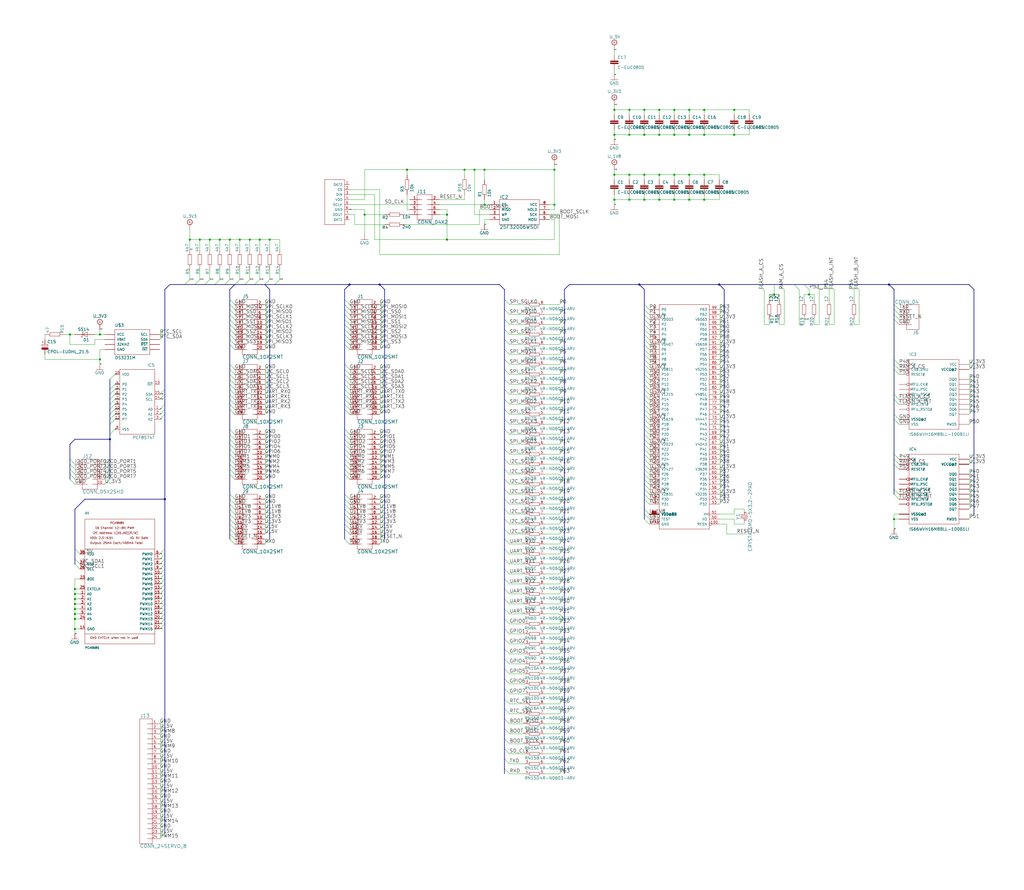
<source format=kicad_sch>
(kicad_sch (version 20211123) (generator eeschema)
  (paper "User" 520.776 452.907)
  (junction (at 320.04 88.9))
  (junction (at 227.33 121.92))
  (junction (at 185.42 109.22))
  (junction (at 55.88 223.52))
  (junction (at 342.9 101.6))
  (junction (at 358.14 88.9))
  (junction (at 227.33 109.22))
  (junction (at 207.01 86.36))
  (junction (at 127 121.92))
  (junction (at 38.1 312.42))
  (junction (at 373.38 68.58))
  (junction (at 312.42 88.9))
  (junction (at 312.42 68.58))
  (junction (at 38.1 302.26))
  (junction (at 38.1 304.8))
  (junction (at 35.56 170.18))
  (junction (at 350.52 101.6))
  (junction (at 132.08 121.92))
  (junction (at 358.14 68.58))
  (junction (at 335.28 55.88))
  (junction (at 358.14 55.88))
  (junction (at 393.7 149.86))
  (junction (at 101.6 121.92))
  (junction (at 38.1 314.96))
  (junction (at 335.28 68.58))
  (junction (at 246.38 86.36))
  (junction (at 350.52 88.9))
  (junction (at 452.12 144.78))
  (junction (at 50.8 170.18))
  (junction (at 350.52 55.88))
  (junction (at 281.94 104.14))
  (junction (at 83.82 254))
  (junction (at 137.16 121.92))
  (junction (at 193.04 144.78))
  (junction (at 177.8 144.78))
  (junction (at 365.76 144.78))
  (junction (at 121.92 121.92))
  (junction (at 327.66 55.88))
  (junction (at 350.52 68.58))
  (junction (at 38.1 299.72))
  (junction (at 335.28 88.9))
  (junction (at 320.04 68.58))
  (junction (at 111.76 121.92))
  (junction (at 335.28 101.6))
  (junction (at 246.38 104.14))
  (junction (at 50.8 182.88))
  (junction (at 38.1 309.88))
  (junction (at 327.66 101.6))
  (junction (at 342.9 55.88))
  (junction (at 358.14 101.6))
  (junction (at 241.3 86.36))
  (junction (at 320.04 55.88))
  (junction (at 342.9 68.58))
  (junction (at 454.66 264.16))
  (junction (at 312.42 101.6))
  (junction (at 312.42 55.88))
  (junction (at 411.48 149.86))
  (junction (at 96.52 121.92))
  (junction (at 116.84 121.92))
  (junction (at 236.22 86.36))
  (junction (at 327.66 68.58))
  (junction (at 373.38 55.88))
  (junction (at 38.1 320.04))
  (junction (at 327.66 88.9))
  (junction (at 281.94 86.36))
  (junction (at 106.68 121.92))
  (junction (at 325.12 144.78))
  (junction (at 38.1 307.34))
  (junction (at 320.04 101.6))
  (junction (at 342.9 88.9))
  (bus_entry (at 116.84 259.08) (size 2.54 2.54))
  (bus_entry (at 492.76 203.2) (size 2.54 -2.54))
  (bus_entry (at 327.66 213.36) (size 2.54 2.54))
  (bus_entry (at 175.26 218.44) (size 2.54 2.54))
  (bus_entry (at 81.28 408.94) (size 2.54 -2.54))
  (bus_entry (at 193.04 259.08) (size 2.54 -2.54))
  (bus_entry (at 365.76 165.1) (size 2.54 -2.54))
  (bus_entry (at 193.04 162.56) (size 2.54 -2.54))
  (bus_entry (at 81.28 213.36) (size 2.54 -2.54))
  (bus_entry (at 109.22 144.78) (size 2.54 -2.54))
  (bus_entry (at 284.48 210.82) (size 2.54 -2.54))
  (bus_entry (at 116.84 170.18) (size 2.54 2.54))
  (bus_entry (at 124.46 144.78) (size 2.54 -2.54))
  (bus_entry (at 403.86 144.78) (size 2.54 2.54))
  (bus_entry (at 365.76 187.96) (size 2.54 -2.54))
  (bus_entry (at 256.54 370.84) (size 2.54 2.54))
  (bus_entry (at 454.66 187.96) (size 2.54 2.54))
  (bus_entry (at 193.04 231.14) (size 2.54 -2.54))
  (bus_entry (at 175.26 238.76) (size 2.54 2.54))
  (bus_entry (at 256.54 248.92) (size 2.54 2.54))
  (bus_entry (at 327.66 154.94) (size 2.54 2.54))
  (bus_entry (at 175.26 251.46) (size 2.54 2.54))
  (bus_entry (at 408.94 144.78) (size 2.54 2.54))
  (bus_entry (at 193.04 167.64) (size 2.54 -2.54))
  (bus_entry (at 55.88 198.12) (size 2.54 -2.54))
  (bus_entry (at 175.26 167.64) (size 2.54 2.54))
  (bus_entry (at 193.04 271.78) (size 2.54 -2.54))
  (bus_entry (at 256.54 304.8) (size 2.54 2.54))
  (bus_entry (at 396.24 144.78) (size 2.54 2.54))
  (bus_entry (at 116.84 264.16) (size 2.54 2.54))
  (bus_entry (at 193.04 236.22) (size 2.54 -2.54))
  (bus_entry (at 256.54 157.48) (size 2.54 2.54))
  (bus_entry (at 81.28 304.8) (size 2.54 -2.54))
  (bus_entry (at 327.66 160.02) (size 2.54 2.54))
  (bus_entry (at 134.62 203.2) (size 2.54 -2.54))
  (bus_entry (at 53.34 238.76) (size 2.54 -2.54))
  (bus_entry (at 175.26 220.98) (size 2.54 2.54))
  (bus_entry (at 256.54 350.52) (size 2.54 2.54))
  (bus_entry (at 134.62 198.12) (size 2.54 -2.54))
  (bus_entry (at 327.66 223.52) (size 2.54 2.54))
  (bus_entry (at 193.04 274.32) (size 2.54 -2.54))
  (bus_entry (at 256.54 279.4) (size 2.54 2.54))
  (bus_entry (at 53.34 236.22) (size 2.54 -2.54))
  (bus_entry (at 175.26 185.42) (size 2.54 2.54))
  (bus_entry (at 175.26 264.16) (size 2.54 2.54))
  (bus_entry (at 119.38 144.78) (size 2.54 -2.54))
  (bus_entry (at 365.76 226.06) (size 2.54 -2.54))
  (bus_entry (at 327.66 246.38) (size 2.54 2.54))
  (bus_entry (at 134.62 241.3) (size 2.54 -2.54))
  (bus_entry (at 454.66 233.68) (size 2.54 2.54))
  (bus_entry (at 256.54 167.64) (size 2.54 2.54))
  (bus_entry (at 284.48 378.46) (size 2.54 -2.54))
  (bus_entry (at 193.04 175.26) (size 2.54 -2.54))
  (bus_entry (at 365.76 193.04) (size 2.54 -2.54))
  (bus_entry (at 256.54 243.84) (size 2.54 2.54))
  (bus_entry (at 81.28 388.62) (size 2.54 -2.54))
  (bus_entry (at 38.1 284.48) (size 2.54 2.54))
  (bus_entry (at 327.66 195.58) (size 2.54 2.54))
  (bus_entry (at 116.84 187.96) (size 2.54 2.54))
  (bus_entry (at 53.34 246.38) (size 2.54 -2.54))
  (bus_entry (at 365.76 233.68) (size 2.54 -2.54))
  (bus_entry (at 55.88 210.82) (size 2.54 -2.54))
  (bus_entry (at 414.02 144.78) (size 2.54 2.54))
  (bus_entry (at 193.04 203.2) (size 2.54 -2.54))
  (bus_entry (at 256.54 172.72) (size 2.54 2.54))
  (bus_entry (at 256.54 208.28) (size 2.54 2.54))
  (bus_entry (at 175.26 205.74) (size 2.54 2.54))
  (bus_entry (at 81.28 281.94) (size 2.54 -2.54))
  (bus_entry (at 365.76 203.2) (size 2.54 -2.54))
  (bus_entry (at 134.62 187.96) (size 2.54 -2.54))
  (bus_entry (at 492.76 187.96) (size 2.54 -2.54))
  (bus_entry (at 134.62 261.62) (size 2.54 -2.54))
  (bus_entry (at 134.62 167.64) (size 2.54 -2.54))
  (bus_entry (at 134.62 175.26) (size 2.54 -2.54))
  (bus_entry (at 492.76 264.16) (size 2.54 -2.54))
  (bus_entry (at 193.04 226.06) (size 2.54 -2.54))
  (bus_entry (at 256.54 213.36) (size 2.54 2.54))
  (bus_entry (at 492.76 215.9) (size 2.54 -2.54))
  (bus_entry (at 193.04 261.62) (size 2.54 -2.54))
  (bus_entry (at 193.04 177.8) (size 2.54 -2.54))
  (bus_entry (at 256.54 314.96) (size 2.54 2.54))
  (bus_entry (at 256.54 320.04) (size 2.54 2.54))
  (bus_entry (at 104.14 144.78) (size 2.54 -2.54))
  (bus_entry (at 431.8 144.78) (size 2.54 2.54))
  (bus_entry (at 327.66 203.2) (size 2.54 2.54))
  (bus_entry (at 256.54 365.76) (size 2.54 2.54))
  (bus_entry (at 327.66 200.66) (size 2.54 2.54))
  (bus_entry (at 175.26 231.14) (size 2.54 2.54))
  (bus_entry (at 284.48 317.5) (size 2.54 -2.54))
  (bus_entry (at 327.66 170.18) (size 2.54 2.54))
  (bus_entry (at 386.08 144.78) (size 2.54 2.54))
  (bus_entry (at 193.04 187.96) (size 2.54 -2.54))
  (bus_entry (at 327.66 165.1) (size 2.54 2.54))
  (bus_entry (at 327.66 180.34) (size 2.54 2.54))
  (bus_entry (at 193.04 157.48) (size 2.54 -2.54))
  (bus_entry (at 116.84 236.22) (size 2.54 2.54))
  (bus_entry (at 327.66 157.48) (size 2.54 2.54))
  (bus_entry (at 284.48 205.74) (size 2.54 -2.54))
  (bus_entry (at 116.84 162.56) (size 2.54 2.54))
  (bus_entry (at 492.76 198.12) (size 2.54 -2.54))
  (bus_entry (at 365.76 218.44) (size 2.54 -2.54))
  (bus_entry (at 81.28 411.48) (size 2.54 -2.54))
  (bus_entry (at 284.48 236.22) (size 2.54 2.54))
  (bus_entry (at 327.66 254) (size 2.54 2.54))
  (bus_entry (at 327.66 190.5) (size 2.54 2.54))
  (bus_entry (at 175.26 195.58) (size 2.54 2.54))
  (bus_entry (at 284.48 185.42) (size 2.54 -2.54))
  (bus_entry (at 284.48 276.86) (size 2.54 -2.54))
  (bus_entry (at 81.28 424.18) (size 2.54 -2.54))
  (bus_entry (at 327.66 248.92) (size 2.54 2.54))
  (bus_entry (at 327.66 264.16) (size 2.54 2.54))
  (bus_entry (at 114.3 144.78) (size 2.54 -2.54))
  (bus_entry (at 175.26 154.94) (size 2.54 2.54))
  (bus_entry (at 256.54 330.2) (size 2.54 2.54))
  (bus_entry (at 365.76 167.64) (size 2.54 -2.54))
  (bus_entry (at 327.66 175.26) (size 2.54 2.54))
  (bus_entry (at 365.76 185.42) (size 2.54 -2.54))
  (bus_entry (at 134.62 254) (size 2.54 -2.54))
  (bus_entry (at 365.76 162.56) (size 2.54 -2.54))
  (bus_entry (at 492.76 246.38) (size 2.54 -2.54))
  (bus_entry (at 256.54 284.48) (size 2.54 2.54))
  (bus_entry (at 116.84 223.52) (size 2.54 2.54))
  (bus_entry (at 81.28 314.96) (size 2.54 -2.54))
  (bus_entry (at 81.28 398.78) (size 2.54 -2.54))
  (bus_entry (at 193.04 160.02) (size 2.54 -2.54))
  (bus_entry (at 284.48 312.42) (size 2.54 2.54))
  (bus_entry (at 116.84 152.4) (size 2.54 2.54))
  (bus_entry (at 116.84 226.06) (size 2.54 2.54))
  (bus_entry (at 256.54 223.52) (size 2.54 2.54))
  (bus_entry (at 327.66 177.8) (size 2.54 2.54))
  (bus_entry (at 81.28 375.92) (size 2.54 -2.54))
  (bus_entry (at 175.26 259.08) (size 2.54 2.54))
  (bus_entry (at 327.66 238.76) (size 2.54 2.54))
  (bus_entry (at 284.48 332.74) (size 2.54 -2.54))
  (bus_entry (at 193.04 210.82) (size 2.54 -2.54))
  (bus_entry (at 134.62 271.78) (size 2.54 -2.54))
  (bus_entry (at 492.76 259.08) (size 2.54 -2.54))
  (bus_entry (at 256.54 289.56) (size 2.54 2.54))
  (bus_entry (at 284.48 170.18) (size 2.54 -2.54))
  (bus_entry (at 81.28 320.04) (size 2.54 -2.54))
  (bus_entry (at 284.48 195.58) (size 2.54 -2.54))
  (bus_entry (at 116.84 261.62) (size 2.54 2.54))
  (bus_entry (at 365.76 220.98) (size 2.54 -2.54))
  (bus_entry (at 256.54 264.16) (size 2.54 2.54))
  (bus_entry (at 55.88 203.2) (size 2.54 -2.54))
  (bus_entry (at 256.54 228.6) (size 2.54 2.54))
  (bus_entry (at 81.28 370.84) (size 2.54 -2.54))
  (bus_entry (at 454.66 251.46) (size 2.54 2.54))
  (bus_entry (at 193.04 208.28) (size 2.54 -2.54))
  (bus_entry (at 327.66 208.28) (size 2.54 2.54))
  (bus_entry (at 175.26 165.1) (size 2.54 2.54))
  (bus_entry (at 81.28 406.4) (size 2.54 -2.54))
  (bus_entry (at 116.84 271.78) (size 2.54 2.54))
  (bus_entry (at 35.56 233.68) (size 2.54 2.54))
  (bus_entry (at 134.62 256.54) (size 2.54 -2.54))
  (bus_entry (at 193.04 233.68) (size 2.54 -2.54))
  (bus_entry (at 327.66 228.6) (size 2.54 2.54))
  (bus_entry (at 38.1 279.4) (size 2.54 2.54))
  (bus_entry (at 256.54 381) (size 2.54 2.54))
  (bus_entry (at 365.76 208.28) (size 2.54 -2.54))
  (bus_entry (at 365.76 241.3) (size 2.54 -2.54))
  (bus_entry (at 454.66 231.14) (size 2.54 2.54))
  (bus_entry (at 175.26 254) (size 2.54 2.54))
  (bus_entry (at 116.84 218.44) (size 2.54 2.54))
  (bus_entry (at 419.1 144.78) (size 2.54 2.54))
  (bus_entry (at 55.88 215.9) (size 2.54 -2.54))
  (bus_entry (at 454.66 182.88) (size 2.54 2.54))
  (bus_entry (at 193.04 266.7) (size 2.54 -2.54))
  (bus_entry (at 284.48 154.94) (size 2.54 -2.54))
  (bus_entry (at 134.62 170.18) (size 2.54 -2.54))
  (bus_entry (at 365.76 251.46) (size 2.54 -2.54))
  (bus_entry (at 365.76 210.82) (size 2.54 -2.54))
  (bus_entry (at 81.28 170.18) (size 2.54 -2.54))
  (bus_entry (at 134.62 266.7) (size 2.54 -2.54))
  (bus_entry (at 492.76 210.82) (size 2.54 -2.54))
  (bus_entry (at 284.48 220.98) (size 2.54 -2.54))
  (bus_entry (at 134.62 231.14) (size 2.54 -2.54))
  (bus_entry (at 256.54 269.24) (size 2.54 2.54))
  (bus_entry (at 454.66 213.36) (size 2.54 2.54))
  (bus_entry (at 116.84 165.1) (size 2.54 2.54))
  (bus_entry (at 365.76 157.48) (size 2.54 -2.54))
  (bus_entry (at 327.66 236.22) (size 2.54 2.54))
  (bus_entry (at 81.28 396.24) (size 2.54 -2.54))
  (bus_entry (at 134.62 276.86) (size 2.54 -2.54))
  (bus_entry (at 492.76 195.58) (size 2.54 -2.54))
  (bus_entry (at 175.26 236.22) (size 2.54 2.54))
  (bus_entry (at 284.48 287.02) (size 2.54 -2.54))
  (bus_entry (at 134.62 238.76) (size 2.54 -2.54))
  (bus_entry (at 175.26 200.66) (size 2.54 2.54))
  (bus_entry (at 365.76 228.6) (size 2.54 -2.54))
  (bus_entry (at 284.48 180.34) (size 2.54 -2.54))
  (bus_entry (at 365.76 231.14) (size 2.54 -2.54))
  (bus_entry (at 256.54 177.8) (size 2.54 2.54))
  (bus_entry (at 116.84 185.42) (size 2.54 2.54))
  (bus_entry (at 365.76 190.5) (size 2.54 -2.54))
  (bus_entry (at 193.04 243.84) (size 2.54 -2.54))
  (bus_entry (at 492.76 254) (size 2.54 -2.54))
  (bus_entry (at 284.48 363.22) (size 2.54 -2.54))
  (bus_entry (at 81.28 210.82) (size 2.54 -2.54))
  (bus_entry (at 284.48 261.62) (size 2.54 -2.54))
  (bus_entry (at 193.04 172.72) (size 2.54 -2.54))
  (bus_entry (at 492.76 233.68) (size 2.54 -2.54))
  (bus_entry (at 454.66 162.56) (size 2.54 2.54))
  (bus_entry (at 256.54 203.2) (size 2.54 2.54))
  (bus_entry (at 55.88 200.66) (size 2.54 -2.54))
  (bus_entry (at 256.54 325.12) (size 2.54 2.54))
  (bus_entry (at 327.66 198.12) (size 2.54 2.54))
  (bus_entry (at 365.76 170.18) (size 2.54 -2.54))
  (bus_entry (at 284.48 358.14) (size 2.54 -2.54))
  (bus_entry (at 116.84 172.72) (size 2.54 2.54))
  (bus_entry (at 81.28 200.66) (size 2.54 -2.54))
  (bus_entry (at 327.66 162.56) (size 2.54 2.54))
  (bus_entry (at 129.54 144.78) (size 2.54 -2.54))
  (bus_entry (at 256.54 193.04) (size 2.54 2.54))
  (bus_entry (at 365.76 172.72) (size 2.54 -2.54))
  (bus_entry (at 365.76 243.84) (size 2.54 -2.54))
  (bus_entry (at 327.66 259.08) (size 2.54 2.54))
  (bus_entry (at 327.66 251.46) (size 2.54 2.54))
  (bus_entry (at 134.62 208.28) (size 2.54 -2.54))
  (bus_entry (at 55.88 205.74) (size 2.54 -2.54))
  (bus_entry (at 327.66 226.06) (size 2.54 2.54))
  (bus_entry (at 256.54 233.68) (size 2.54 2.54))
  (bus_entry (at 35.56 241.3) (size 2.54 2.54))
  (bus_entry (at 193.04 154.94) (size 2.54 -2.54))
  (bus_entry (at 116.84 154.94) (size 2.54 2.54))
  (bus_entry (at 134.62 157.48) (size 2.54 -2.54))
  (bus_entry (at 38.1 287.02) (size 2.54 2.54))
  (bus_entry (at 284.48 256.54) (size 2.54 -2.54))
  (bus_entry (at 492.76 236.22) (size 2.54 -2.54))
  (bus_entry (at 139.7 144.78) (size 2.54 -2.54))
  (bus_entry (at 134.62 236.22) (size 2.54 -2.54))
  (bus_entry (at 284.48 175.26) (size 2.54 -2.54))
  (bus_entry (at 256.54 391.16) (size 2.54 2.54))
  (bus_entry (at 284.48 347.98) (size 2.54 -2.54))
  (bus_entry (at 116.84 200.66) (size 2.54 2.54))
  (bus_entry (at 116.84 266.7) (size 2.54 2.54))
  (bus_entry (at 256.54 386.08) (size 2.54 2.54))
  (bus_entry (at 81.28 297.18) (size 2.54 -2.54))
  (bus_entry (at 492.76 205.74) (size 2.54 -2.54))
  (bus_entry (at 99.06 144.78) (size 2.54 -2.54))
  (bus_entry (at 116.84 198.12) (size 2.54 2.54))
  (bus_entry (at 116.84 208.28) (size 2.54 2.54))
  (bus_entry (at 116.84 231.14) (size 2.54 2.54))
  (bus_entry (at 175.26 256.54) (size 2.54 2.54))
  (bus_entry (at 81.28 421.64) (size 2.54 -2.54))
  (bus_entry (at 454.66 200.66) (size 2.54 2.54))
  (bus_entry (at 116.84 241.3) (size 2.54 2.54))
  (bus_entry (at 193.04 193.04) (size 2.54 -2.54))
  (bus_entry (at 284.48 337.82) (size 2.54 -2.54))
  (bus_entry (at 327.66 243.84) (size 2.54 2.54))
  (bus_entry (at 193.04 200.66) (size 2.54 -2.54))
  (bus_entry (at 134.62 177.8) (size 2.54 -2.54))
  (bus_entry (at 81.28 419.1) (size 2.54 -2.54))
  (bus_entry (at 175.26 223.52) (size 2.54 2.54))
  (bus_entry (at 365.76 160.02) (size 2.54 -2.54))
  (bus_entry (at 327.66 193.04) (size 2.54 2.54))
  (bus_entry (at 81.28 381) (size 2.54 -2.54))
  (bus_entry (at 193.04 198.12) (size 2.54 -2.54))
  (bus_entry (at 134.62 220.98) (size 2.54 -2.54))
  (bus_entry (at 116.84 205.74) (size 2.54 2.54))
  (bus_entry (at 81.28 378.46) (size 2.54 -2.54))
  (bus_entry (at 81.28 414.02) (size 2.54 -2.54))
  (bus_entry (at 134.62 205.74) (size 2.54 -2.54))
  (bus_entry (at 284.48 165.1) (size 2.54 -2.54))
  (bus_entry (at 454.66 185.42) (size 2.54 2.54))
  (bus_entry (at 193.04 205.74) (size 2.54 -2.54))
  (bus_entry (at 116.84 175.26) (size 2.54 2.54))
  (bus_entry (at 365.76 180.34) (size 2.54 -2.54))
  (bus_entry (at 134.62 144.78) (size 2.54 -2.54))
  (bus_entry (at 284.48 297.18) (size 2.54 -2.54))
  (bus_entry (at 327.66 233.68) (size 2.54 2.54))
  (bus_entry (at 55.88 193.04) (size 2.54 -2.54))
  (bus_entry (at 327.66 241.3) (size 2.54 2.54))
  (bus_entry (at 193.04 254) (size 2.54 -2.54))
  (bus_entry (at 365.76 177.8) (size 2.54 -2.54))
  (bus_entry (at 53.34 241.3) (size 2.54 -2.54))
  (bus_entry (at 116.84 220.98) (size 2.54 2.54))
  (bus_entry (at 81.28 403.86) (size 2.54 -2.54))
  (bus_entry (at 454.66 154.94) (size 2.54 2.54))
  (bus_entry (at 327.66 218.44) (size 2.54 2.54))
  (bus_entry (at 284.48 251.46) (size 2.54 -2.54))
  (bus_entry (at 284.48 241.3) (size 2.54 2.54))
  (bus_entry (at 134.62 243.84) (size 2.54 -2.54))
  (bus_entry (at 175.26 269.24) (size 2.54 2.54))
  (bus_entry (at 134.62 264.16) (size 2.54 -2.54))
  (bus_entry (at 175.26 198.12) (size 2.54 2.54))
  (bus_entry (at 256.54 299.72) (size 2.54 2.54))
  (bus_entry (at 256.54 152.4) (size 2.54 2.54))
  (bus_entry (at 365.76 213.36) (size 2.54 -2.54))
  (bus_entry (at 256.54 182.88) (size 2.54 2.54))
  (bus_entry (at 256.54 360.68) (size 2.54 2.54))
  (bus_entry (at 134.62 223.52) (size 2.54 -2.54))
  (bus_entry (at 256.54 259.08) (size 2.54 2.54))
  (bus_entry (at 284.48 373.38) (size 2.54 -2.54))
  (bus_entry (at 365.76 256.54) (size 2.54 -2.54))
  (bus_entry (at 284.48 246.38) (size 2.54 -2.54))
  (bus_entry (at 256.54 340.36) (size 2.54 2.54))
  (bus_entry (at 421.64 144.78) (size 2.54 2.54))
  (bus_entry (at 175.26 157.48) (size 2.54 2.54))
  (bus_entry (at 193.04 165.1) (size 2.54 -2.54))
  (bus_entry (at 81.28 401.32) (size 2.54 -2.54))
  (bus_entry (at 434.34 144.78) (size 2.54 2.54))
  (bus_entry (at 134.62 210.82) (size 2.54 -2.54))
  (bus_entry (at 116.84 190.5) (size 2.54 2.54))
  (bus_entry (at 284.48 292.1) (size 2.54 -2.54))
  (bus_entry (at 175.26 187.96) (size 2.54 2.54))
  (bus_entry (at 134.62 172.72) (size 2.54 -2.54))
  (bus_entry (at 134.62 200.66) (size 2.54 -2.54))
  (bus_entry (at 134.62 269.24) (size 2.54 -2.54))
  (bus_entry (at 35.56 236.22) (size 2.54 2.54))
  (bus_entry (at 284.48 281.94) (size 2.54 -2.54))
  (bus_entry (at 193.04 238.76) (size 2.54 -2.54))
  (bus_entry (at 256.54 187.96) (size 2.54 2.54))
  (bus_entry (at 256.54 355.6) (size 2.54 2.54))
  (bus_entry (at 55.88 220.98) (size 2.54 -2.54))
  (bus_entry (at 284.48 393.7) (size 2.54 -2.54))
  (bus_entry (at 365.76 205.74) (size 2.54 -2.54))
  (bus_entry (at 327.66 215.9) (size 2.54 2.54))
  (bus_entry (at 284.48 327.66) (size 2.54 -2.54))
  (bus_entry (at 365.76 238.76) (size 2.54 -2.54))
  (bus_entry (at 492.76 243.84) (size 2.54 -2.54))
  (bus_entry (at 256.54 162.56) (size 2.54 2.54))
  (bus_entry (at 81.28 172.72) (size 2.54 -2.54))
  (bus_entry (at 134.62 228.6) (size 2.54 -2.54))
  (bus_entry (at 116.84 203.2) (size 2.54 2.54))
  (bus_entry (at 365.76 248.92) (size 2.54 -2.54))
  (bus_entry (at 81.28 208.28) (size 2.54 -2.54))
  (bus_entry (at 134.62 165.1) (size 2.54 -2.54))
  (bus_entry (at 454.66 248.92) (size 2.54 2.54))
  (bus_entry (at 492.76 248.92) (size 2.54 -2.54))
  (bus_entry (at 81.28 299.72) (size 2.54 -2.54))
  (bus_entry (at 193.04 228.6) (size 2.54 -2.54))
  (bus_entry (at 175.26 274.32) (size 2.54 2.54))
  (bus_entry (at 492.76 208.28) (size 2.54 -2.54))
  (bus_entry (at 175.26 208.28) (size 2.54 2.54))
  (bus_entry (at 365.76 198.12) (size 2.54 -2.54))
  (bus_entry (at 55.88 208.28) (size 2.54 -2.54))
  (bus_entry (at 193.04 264.16) (size 2.54 -2.54))
  (bus_entry (at 492.76 251.46) (size 2.54 -2.54))
  (bus_entry (at 284.48 215.9) (size 2.54 -2.54))
  (bus_entry (at 193.04 190.5) (size 2.54 -2.54))
  (bus_entry (at 53.34 243.84) (size 2.54 -2.54))
  (bus_entry (at 81.28 289.56) (size 2.54 -2.54))
  (bus_entry (at 175.26 162.56) (size 2.54 2.54))
  (bus_entry (at 256.54 335.28) (size 2.54 2.54))
  (bus_entry (at 365.76 254) (size 2.54 -2.54))
  (bus_entry (at 284.48 266.7) (size 2.54 -2.54))
  (bus_entry (at 175.26 266.7) (size 2.54 2.54))
  (bus_entry (at 81.28 383.54) (size 2.54 -2.54))
  (bus_entry (at 284.48 353.06) (size 2.54 -2.54))
  (bus_entry (at 454.66 210.82) (size 2.54 2.54))
  (bus_entry (at 365.76 195.58) (size 2.54 -2.54))
  (bus_entry (at 193.04 256.54) (size 2.54 -2.54))
  (bus_entry (at 256.54 238.76) (size 2.54 2.54))
  (bus_entry (at 454.66 157.48) (size 2.54 2.54))
  (bus_entry (at 256.54 345.44) (size 2.54 2.54))
  (bus_entry (at 175.26 160.02) (size 2.54 2.54))
  (bus_entry (at 81.28 373.38) (size 2.54 -2.54))
  (bus_entry (at 454.66 203.2) (size 2.54 2.54))
  (bus_entry (at 492.76 256.54) (size 2.54 -2.54))
  (bus_entry (at 193.04 195.58) (size 2.54 -2.54))
  (bus_entry (at 327.66 261.62) (size 2.54 2.54))
  (bus_entry (at 284.48 322.58) (size 2.54 -2.54))
  (bus_entry (at 284.48 190.5) (size 2.54 -2.54))
  (bus_entry (at 134.62 193.04) (size 2.54 -2.54))
  (bus_entry (at 116.84 160.02) (size 2.54 2.54))
  (bus_entry (at 365.76 236.22) (size 2.54 -2.54))
  (bus_entry (at 81.28 307.34) (size 2.54 -2.54))
  (bus_entry (at 454.66 160.02) (size 2.54 2.54))
  (bus_entry (at 81.28 284.48) (size 2.54 -2.54))
  (bus_entry (at 256.54 294.64) (size 2.54 2.54))
  (bus_entry (at 284.48 388.62) (size 2.54 -2.54))
  (bus_entry (at 365.76 223.52) (size 2.54 -2.54))
  (bus_entry (at 327.66 185.42) (size 2.54 2.54))
  (bus_entry (at 116.84 157.48) (size 2.54 2.54))
  (bus_entry (at 284.48 271.78) (size 2.54 -2.54))
  (bus_entry (at 81.28 287.02) (size 2.54 -2.54))
  (bus_entry (at 193.04 269.24) (size 2.54 -2.54))
  (bus_entry (at 175.26 226.06) (size 2.54 2.54))
  (bus_entry (at 116.84 233.68) (size 2.54 2.54))
  (bus_entry (at 327.66 172.72) (size 2.54 2.54))
  (bus_entry (at 134.62 160.02) (size 2.54 -2.54))
  (bus_entry (at 81.28 317.5) (size 2.54 -2.54))
  (bus_entry (at 193.04 223.52) (size 2.54 -2.54))
  (bus_entry (at 256.54 375.92) (size 2.54 2.54))
  (bus_entry (at 365.76 200.66) (size 2.54 -2.54))
  (bus_entry (at 284.48 302.26) (size 2.54 -2.54))
  (bus_entry (at 55.88 213.36) (size 2.54 -2.54))
  (bus_entry (at 327.66 187.96) (size 2.54 2.54))
  (bus_entry (at 81.28 309.88) (size 2.54 -2.54))
  (bus_entry (at 175.26 193.04) (size 2.54 2.54))
  (bus_entry (at 116.84 228.6) (size 2.54 2.54))
  (bus_entry (at 116.84 251.46) (size 2.54 2.54))
  (bus_entry (at 193.04 276.86) (size 2.54 -2.54))
  (bus_entry (at 134.62 226.06) (size 2.54 -2.54))
  (bus_entry (at 134.62 154.94) (size 2.54 -2.54))
  (bus_entry (at 175.26 241.3) (size 2.54 2.54))
  (bus_entry (at 365.76 246.38) (size 2.54 -2.54))
  (bus_entry (at 81.28 368.3) (size 2.54 -2.54))
  (bus_entry (at 256.54 218.44) (size 2.54 2.54))
  (bus_entry (at 284.48 200.66) (size 2.54 -2.54))
  (bus_entry (at 116.84 274.32) (size 2.54 2.54))
  (bus_entry (at 134.62 233.68) (size 2.54 -2.54))
  (bus_entry (at 134.62 259.08) (size 2.54 -2.54))
  (bus_entry (at 492.76 193.04) (size 2.54 -2.54))
  (bus_entry (at 327.66 210.82) (size 2.54 2.54))
  (bus_entry (at 81.28 294.64) (size 2.54 -2.54))
  (bus_entry (at 116.84 195.58) (size 2.54 2.54))
  (bus_entry (at 175.26 233.68) (size 2.54 2.54))
  (bus_entry (at 175.26 170.18) (size 2.54 2.54))
  (bus_entry (at 81.28 302.26) (size 2.54 -2.54))
  (bus_entry (at 35.56 238.76) (size 2.54 2.54))
  (bus_entry (at 93.98 144.78) (size 2.54 -2.54))
  (bus_entry (at 284.48 226.06) (size 2.54 -2.54))
  (bus_entry (at 116.84 256.54) (size 2.54 2.54))
  (bus_entry (at 365.76 175.26) (size 2.54 -2.54))
  (bus_entry (at 193.04 220.98) (size 2.54 -2.54))
  (bus_entry (at 81.28 312.42) (size 2.54 -2.54))
  (bus_entry (at 256.54 309.88) (size 2.54 2.54))
  (bus_entry (at 284.48 368.3) (size 2.54 -2.54))
  (bus_entry (at 175.26 228.6) (size 2.54 2.54))
  (bus_entry (at 284.48 383.54) (size 2.54 -2.54))
  (bus_entry (at 81.28 391.16) (size 2.54 -2.54))
  (bus_entry (at 193.04 241.3) (size 2.54 -2.54))
  (bus_entry (at 284.48 307.34) (size 2.54 -2.54))
  (bus_entry (at 327.66 231.14) (size 2.54 2.54))
  (bus_entry (at 284.48 231.14) (size 2.54 -2.54))
  (bus_entry (at 256.54 254) (size 2.54 2.54))
  (bus_entry (at 492.76 200.66) (size 2.54 -2.54))
  (bus_entry (at 175.26 190.5) (size 2.54 2.54))
  (bus_entry (at 327.66 182.88) (size 2.54 2.54))
  (bus_entry (at 175.26 261.62) (size 2.54 2.54))
  (bus_entry (at 116.84 167.64) (size 2.54 2.54))
  (bus_entry (at 116.84 254) (size 2.54 2.54))
  (bus_entry (at 81.28 416.56) (size 2.54 -2.54))
  (bus_entry (at 134.62 162.56) (size 2.54 -2.54))
  (bus_entry (at 327.66 167.64) (size 2.54 2.54))
  (bus_entry (at 193.04 170.18) (size 2.54 -2.54))
  (bus_entry (at 365.76 215.9) (size 2.54 -2.54))
  (bus_entry (at 175.26 203.2) (size 2.54 2.54))
  (bus_entry (at 81.28 393.7) (size 2.54 -2.54))
  (bus_entry (at 365.76 182.88) (size 2.54 -2.54))
  (bus_entry (at 175.26 172.72) (size 2.54 2.54))
  (bus_entry (at 256.54 274.32) (size 2.54 2.54))
  (bus_entry (at 35.56 243.84) (size 2.54 2.54))
  (bus_entry (at 492.76 241.3) (size 2.54 -2.54))
  (bus_entry (at 81.28 203.2) (size 2.54 -2.54))
  (bus_entry (at 284.48 342.9) (size 2.54 -2.54))
  (bus_entry (at 256.54 198.12) (size 2.54 2.54))
  (bus_entry (at 175.26 175.26) (size 2.54 2.54))
  (bus_entry (at 175.26 152.4) (size 2.54 2.54))
  (bus_entry (at 454.66 236.22) (size 2.54 2.54))
  (bus_entry (at 327.66 205.74) (size 2.54 2.54))
  (bus_entry (at 116.84 238.76) (size 2.54 2.54))
  (bus_entry (at 81.28 386.08) (size 2.54 -2.54))
  (bus_entry (at 284.48 160.02) (size 2.54 -2.54))
  (bus_entry (at 81.28 292.1) (size 2.54 -2.54))
  (bus_entry (at 116.84 193.04) (size 2.54 2.54))
  (bus_entry (at 116.84 269.24) (size 2.54 2.54))
  (bus_entry (at 81.28 426.72) (size 2.54 -2.54))
  (bus_entry (at 492.76 185.42) (size 2.54 -2.54))
  (bus_entry (at 327.66 220.98) (size 2.54 2.54))
  (bus_entry (at 134.62 195.58) (size 2.54 -2.54))
  (bus_entry (at 134.62 190.5) (size 2.54 -2.54))
  (bus (pts (xy 83.82 254) (xy 83.82 279.4)))
  (bus (pts (xy 368.3 177.8) (xy 368.3 180.34)))
  (bus (pts (xy 175.26 154.94) (xy 175.26 157.48)))
  (bus (pts (xy 195.58 198.12) (xy 195.58 200.66)))
  (wire (pts (xy 411.48 147.32) (xy 411.48 149.86)))
  (bus (pts (xy 365.76 144.78) (xy 368.3 147.32)))
  (bus (pts (xy 83.82 284.48) (xy 83.82 287.02)))
  (bus (pts (xy 368.3 205.74) (xy 368.3 208.28)))
  (bus (pts (xy 256.54 335.28) (xy 256.54 340.36)))
  (bus (pts (xy 116.84 228.6) (xy 116.84 231.14)))
  (bus (pts (xy 116.84 269.24) (xy 116.84 271.78)))
  (bus (pts (xy 175.26 264.16) (xy 175.26 266.7)))
  (wire (pts (xy 281.94 111.76) (xy 279.4 111.76)))
  (bus (pts (xy 83.82 312.42) (xy 83.82 314.96)))
  (bus (pts (xy 287.02 228.6) (xy 287.02 238.76)))
  (wire (pts (xy 137.16 121.92) (xy 137.16 127)))
  (bus (pts (xy 83.82 317.5) (xy 83.82 365.76)))
  (bus (pts (xy 256.54 309.88) (xy 256.54 314.96)))
  (bus (pts (xy 137.16 254) (xy 137.16 256.54)))
  (bus (pts (xy 368.3 243.84) (xy 368.3 246.38)))
  (wire (pts (xy 312.42 68.58) (xy 312.42 66.04)))
  (wire (pts (xy 111.76 121.92) (xy 116.84 121.92)))
  (wire (pts (xy 284.48 292.1) (xy 276.86 292.1)))
  (bus (pts (xy 327.66 172.72) (xy 327.66 175.26)))
  (bus (pts (xy 256.54 320.04) (xy 256.54 325.12)))
  (bus (pts (xy 195.58 228.6) (xy 195.58 231.14)))
  (bus (pts (xy 86.36 144.78) (xy 83.82 147.32)))
  (wire (pts (xy 408.94 149.86) (xy 411.48 149.86)))
  (wire (pts (xy 38.1 302.26) (xy 38.1 299.72)))
  (bus (pts (xy 195.58 251.46) (xy 195.58 254)))
  (wire (pts (xy 391.16 165.1) (xy 391.16 162.56)))
  (bus (pts (xy 116.84 200.66) (xy 116.84 203.2)))
  (bus (pts (xy 137.16 154.94) (xy 137.16 157.48)))
  (bus (pts (xy 287.02 167.64) (xy 287.02 172.72)))
  (bus (pts (xy 368.3 233.68) (xy 368.3 236.22)))
  (wire (pts (xy 185.42 86.36) (xy 207.01 86.36)))
  (bus (pts (xy 175.26 254) (xy 175.26 256.54)))
  (bus (pts (xy 137.16 205.74) (xy 137.16 208.28)))
  (bus (pts (xy 109.22 144.78) (xy 114.3 144.78)))
  (wire (pts (xy 391.16 149.86) (xy 393.7 149.86)))
  (bus (pts (xy 137.16 152.4) (xy 137.16 154.94)))
  (wire (pts (xy 266.7 307.34) (xy 259.08 307.34)))
  (wire (pts (xy 281.94 106.68) (xy 281.94 104.14)))
  (wire (pts (xy 408.94 152.4) (xy 408.94 149.86)))
  (wire (pts (xy 284.48 165.1) (xy 276.86 165.1)))
  (wire (pts (xy 22.86 182.88) (xy 50.8 182.88)))
  (bus (pts (xy 116.84 195.58) (xy 116.84 198.12)))
  (wire (pts (xy 284.48 154.94) (xy 276.86 154.94)))
  (bus (pts (xy 287.02 193.04) (xy 287.02 198.12)))
  (wire (pts (xy 312.42 68.58) (xy 320.04 68.58)))
  (bus (pts (xy 83.82 200.66) (xy 83.82 205.74)))
  (bus (pts (xy 99.06 144.78) (xy 104.14 144.78)))
  (bus (pts (xy 195.58 190.5) (xy 195.58 193.04)))
  (bus (pts (xy 86.36 144.78) (xy 93.98 144.78)))
  (wire (pts (xy 284.48 287.02) (xy 276.86 287.02)))
  (wire (pts (xy 236.22 88.9) (xy 236.22 86.36)))
  (bus (pts (xy 327.66 147.32) (xy 327.66 154.94)))
  (wire (pts (xy 241.3 86.36) (xy 246.38 86.36)))
  (bus (pts (xy 175.26 160.02) (xy 175.26 162.56)))
  (wire (pts (xy 266.7 195.58) (xy 259.08 195.58)))
  (wire (pts (xy 284.48 342.9) (xy 276.86 342.9)))
  (bus (pts (xy 327.66 160.02) (xy 327.66 162.56)))
  (bus (pts (xy 38.1 279.4) (xy 38.1 284.48)))
  (bus (pts (xy 175.26 190.5) (xy 175.26 193.04)))
  (bus (pts (xy 327.66 187.96) (xy 327.66 190.5)))
  (bus (pts (xy 396.24 144.78) (xy 403.86 144.78)))
  (bus (pts (xy 35.56 233.68) (xy 35.56 236.22)))
  (wire (pts (xy 266.7 175.26) (xy 259.08 175.26)))
  (bus (pts (xy 116.84 259.08) (xy 116.84 261.62)))
  (wire (pts (xy 358.14 99.06) (xy 358.14 101.6)))
  (wire (pts (xy 284.48 368.3) (xy 276.86 368.3)))
  (bus (pts (xy 55.88 205.74) (xy 55.88 208.28)))
  (bus (pts (xy 256.54 243.84) (xy 256.54 248.92)))
  (wire (pts (xy 35.56 175.26) (xy 48.26 175.26)))
  (wire (pts (xy 259.08 322.58) (xy 266.7 322.58)))
  (wire (pts (xy 358.14 68.58) (xy 358.14 66.04)))
  (bus (pts (xy 368.3 187.96) (xy 368.3 190.5)))
  (wire (pts (xy 373.38 261.62) (xy 373.38 259.08)))
  (wire (pts (xy 358.14 55.88) (xy 358.14 58.42)))
  (wire (pts (xy 276.86 312.42) (xy 284.48 312.42)))
  (bus (pts (xy 137.16 228.6) (xy 137.16 231.14)))
  (wire (pts (xy 284.48 190.5) (xy 276.86 190.5)))
  (bus (pts (xy 195.58 185.42) (xy 195.58 187.96)))
  (wire (pts (xy 266.7 266.7) (xy 259.08 266.7)))
  (bus (pts (xy 137.16 241.3) (xy 137.16 251.46)))
  (bus (pts (xy 83.82 370.84) (xy 83.82 373.38)))
  (wire (pts (xy 266.7 190.5) (xy 259.08 190.5)))
  (wire (pts (xy 284.48 332.74) (xy 276.86 332.74)))
  (bus (pts (xy 256.54 325.12) (xy 256.54 330.2)))
  (wire (pts (xy 38.1 170.18) (xy 35.56 170.18)))
  (bus (pts (xy 83.82 393.7) (xy 83.82 396.24)))
  (wire (pts (xy 312.42 86.36) (xy 312.42 88.9)))
  (bus (pts (xy 327.66 261.62) (xy 327.66 264.16)))
  (wire (pts (xy 111.76 121.92) (xy 111.76 127)))
  (wire (pts (xy 38.1 314.96) (xy 40.64 314.96)))
  (wire (pts (xy 342.9 68.58) (xy 342.9 66.04)))
  (bus (pts (xy 287.02 182.88) (xy 287.02 187.96)))
  (bus (pts (xy 287.02 350.52) (xy 287.02 355.6)))
  (wire (pts (xy 266.7 292.1) (xy 259.08 292.1)))
  (wire (pts (xy 284.48 175.26) (xy 276.86 175.26)))
  (wire (pts (xy 284.48 266.7) (xy 276.86 266.7)))
  (bus (pts (xy 256.54 375.92) (xy 256.54 381)))
  (bus (pts (xy 495.3 182.88) (xy 495.3 185.42)))
  (bus (pts (xy 137.16 187.96) (xy 137.16 190.5)))
  (bus (pts (xy 175.26 175.26) (xy 175.26 185.42)))
  (bus (pts (xy 83.82 421.64) (xy 83.82 424.18)))
  (bus (pts (xy 495.3 200.66) (xy 495.3 203.2)))
  (bus (pts (xy 495.3 198.12) (xy 495.3 200.66)))
  (wire (pts (xy 408.94 162.56) (xy 408.94 165.1)))
  (bus (pts (xy 83.82 210.82) (xy 83.82 254)))
  (bus (pts (xy 83.82 401.32) (xy 83.82 403.86)))
  (bus (pts (xy 83.82 198.12) (xy 83.82 200.66)))
  (bus (pts (xy 327.66 200.66) (xy 327.66 203.2)))
  (bus (pts (xy 368.3 231.14) (xy 368.3 233.68)))
  (bus (pts (xy 137.16 264.16) (xy 137.16 266.7)))
  (wire (pts (xy 266.7 373.38) (xy 259.08 373.38)))
  (wire (pts (xy 101.6 121.92) (xy 106.68 121.92)))
  (bus (pts (xy 195.58 266.7) (xy 195.58 269.24)))
  (wire (pts (xy 50.8 170.18) (xy 48.26 170.18)))
  (wire (pts (xy 369.57 266.7) (xy 369.57 271.78)))
  (bus (pts (xy 452.12 144.78) (xy 492.76 144.78)))
  (bus (pts (xy 175.26 220.98) (xy 175.26 223.52)))
  (bus (pts (xy 368.3 154.94) (xy 368.3 157.48)))
  (wire (pts (xy 284.48 109.22) (xy 279.4 109.22)))
  (wire (pts (xy 279.4 106.68) (xy 281.94 106.68)))
  (wire (pts (xy 266.7 200.66) (xy 259.08 200.66)))
  (bus (pts (xy 454.66 154.94) (xy 454.66 157.48)))
  (wire (pts (xy 185.42 106.68) (xy 185.42 109.22)))
  (wire (pts (xy 373.38 68.58) (xy 373.38 66.04)))
  (wire (pts (xy 227.33 121.92) (xy 227.33 109.22)))
  (wire (pts (xy 38.1 304.8) (xy 40.64 304.8)))
  (wire (pts (xy 96.52 116.84) (xy 96.52 121.92)))
  (wire (pts (xy 266.7 312.42) (xy 259.08 312.42)))
  (bus (pts (xy 175.26 167.64) (xy 175.26 170.18)))
  (bus (pts (xy 256.54 330.2) (xy 256.54 335.28)))
  (bus (pts (xy 116.84 241.3) (xy 116.84 251.46)))
  (bus (pts (xy 175.26 200.66) (xy 175.26 203.2)))
  (bus (pts (xy 129.54 144.78) (xy 134.62 144.78)))
  (bus (pts (xy 287.02 345.44) (xy 287.02 350.52)))
  (bus (pts (xy 327.66 243.84) (xy 327.66 246.38)))
  (bus (pts (xy 454.66 236.22) (xy 454.66 248.92)))
  (bus (pts (xy 195.58 200.66) (xy 195.58 203.2)))
  (bus (pts (xy 83.82 373.38) (xy 83.82 375.92)))
  (wire (pts (xy 227.33 109.22) (xy 227.33 106.68)))
  (bus (pts (xy 454.66 231.14) (xy 454.66 233.68)))
  (wire (pts (xy 434.34 147.32) (xy 434.34 152.4)))
  (wire (pts (xy 411.48 149.86) (xy 414.02 149.86)))
  (bus (pts (xy 55.88 241.3) (xy 55.88 243.84)))
  (wire (pts (xy 35.56 170.18) (xy 35.56 175.26)))
  (bus (pts (xy 256.54 238.76) (xy 256.54 243.84)))
  (bus (pts (xy 256.54 274.32) (xy 256.54 279.4)))
  (bus (pts (xy 195.58 147.32) (xy 195.58 152.4)))
  (bus (pts (xy 495.3 147.32) (xy 495.3 182.88)))
  (wire (pts (xy 454.66 264.16) (xy 454.66 261.62)))
  (bus (pts (xy 137.16 162.56) (xy 137.16 165.1)))
  (bus (pts (xy 83.82 279.4) (xy 83.82 281.94)))
  (bus (pts (xy 256.54 223.52) (xy 256.54 228.6)))
  (wire (pts (xy 414.02 162.56) (xy 414.02 165.1)))
  (wire (pts (xy 312.42 88.9) (xy 320.04 88.9)))
  (bus (pts (xy 175.26 233.68) (xy 175.26 236.22)))
  (bus (pts (xy 325.12 144.78) (xy 365.76 144.78)))
  (wire (pts (xy 365.76 266.7) (xy 369.57 266.7)))
  (bus (pts (xy 83.82 309.88) (xy 83.82 312.42)))
  (bus (pts (xy 83.82 170.18) (xy 83.82 198.12)))
  (bus (pts (xy 116.84 205.74) (xy 116.84 208.28)))
  (wire (pts (xy 259.08 347.98) (xy 266.7 347.98)))
  (wire (pts (xy 266.7 287.02) (xy 259.08 287.02)))
  (wire (pts (xy 241.3 109.22) (xy 241.3 86.36)))
  (wire (pts (xy 236.22 101.6) (xy 236.22 99.06)))
  (bus (pts (xy 368.3 226.06) (xy 368.3 228.6)))
  (wire (pts (xy 38.1 302.26) (xy 40.64 302.26)))
  (bus (pts (xy 256.54 172.72) (xy 256.54 177.8)))
  (bus (pts (xy 195.58 220.98) (xy 195.58 223.52)))
  (bus (pts (xy 287.02 304.8) (xy 287.02 314.96)))
  (wire (pts (xy 111.76 137.16) (xy 111.76 142.24)))
  (bus (pts (xy 368.3 180.34) (xy 368.3 182.88)))
  (bus (pts (xy 327.66 218.44) (xy 327.66 220.98)))
  (bus (pts (xy 454.66 185.42) (xy 454.66 187.96)))
  (bus (pts (xy 137.16 233.68) (xy 137.16 236.22)))
  (bus (pts (xy 83.82 147.32) (xy 83.82 167.64)))
  (wire (pts (xy 284.48 109.22) (xy 284.48 129.54)))
  (bus (pts (xy 83.82 208.28) (xy 83.82 210.82)))
  (wire (pts (xy 284.48 160.02) (xy 276.86 160.02)))
  (bus (pts (xy 116.84 256.54) (xy 116.84 259.08)))
  (wire (pts (xy 284.48 210.82) (xy 276.86 210.82)))
  (wire (pts (xy 207.01 86.36) (xy 236.22 86.36)))
  (wire (pts (xy 96.52 137.16) (xy 96.52 142.24)))
  (bus (pts (xy 137.16 220.98) (xy 137.16 223.52)))
  (wire (pts (xy 454.66 264.16) (xy 457.2 264.16)))
  (bus (pts (xy 368.3 195.58) (xy 368.3 198.12)))
  (wire (pts (xy 320.04 101.6) (xy 320.04 99.06)))
  (bus (pts (xy 116.84 264.16) (xy 116.84 266.7)))
  (wire (pts (xy 50.8 177.8) (xy 53.34 177.8)))
  (bus (pts (xy 414.02 144.78) (xy 419.1 144.78)))
  (wire (pts (xy 284.48 327.66) (xy 276.86 327.66)))
  (bus (pts (xy 287.02 330.2) (xy 287.02 335.28)))
  (wire (pts (xy 396.24 149.86) (xy 396.24 152.4)))
  (bus (pts (xy 256.54 182.88) (xy 256.54 187.96)))
  (wire (pts (xy 320.04 68.58) (xy 327.66 68.58)))
  (bus (pts (xy 287.02 198.12) (xy 287.02 203.2)))
  (wire (pts (xy 101.6 121.92) (xy 101.6 127)))
  (bus (pts (xy 368.3 215.9) (xy 368.3 218.44)))
  (bus (pts (xy 195.58 238.76) (xy 195.58 241.3)))
  (bus (pts (xy 137.16 185.42) (xy 137.16 187.96)))
  (bus (pts (xy 116.84 167.64) (xy 116.84 170.18)))
  (wire (pts (xy 190.5 99.06) (xy 190.5 121.92)))
  (wire (pts (xy 284.48 226.06) (xy 276.86 226.06)))
  (bus (pts (xy 137.16 165.1) (xy 137.16 167.64)))
  (bus (pts (xy 137.16 175.26) (xy 137.16 185.42)))
  (wire (pts (xy 414.02 149.86) (xy 414.02 152.4)))
  (wire (pts (xy 50.8 167.64) (xy 50.8 170.18)))
  (wire (pts (xy 50.8 170.18) (xy 53.34 170.18)))
  (bus (pts (xy 327.66 236.22) (xy 327.66 238.76)))
  (wire (pts (xy 207.01 106.68) (xy 207.01 99.06)))
  (bus (pts (xy 83.82 406.4) (xy 83.82 408.94)))
  (bus (pts (xy 454.66 233.68) (xy 454.66 236.22)))
  (wire (pts (xy 38.1 309.88) (xy 38.1 307.34)))
  (bus (pts (xy 495.3 251.46) (xy 495.3 254)))
  (wire (pts (xy 190.5 121.92) (xy 227.33 121.92)))
  (wire (pts (xy 208.28 104.14) (xy 177.8 104.14)))
  (bus (pts (xy 256.54 294.64) (xy 256.54 299.72)))
  (wire (pts (xy 350.52 99.06) (xy 350.52 101.6)))
  (bus (pts (xy 195.58 165.1) (xy 195.58 167.64)))
  (wire (pts (xy 365.76 261.62) (xy 373.38 261.62)))
  (wire (pts (xy 223.52 101.6) (xy 236.22 101.6)))
  (bus (pts (xy 38.1 223.52) (xy 35.56 226.06)))
  (bus (pts (xy 195.58 205.74) (xy 195.58 208.28)))
  (bus (pts (xy 256.54 386.08) (xy 256.54 391.16)))
  (bus (pts (xy 256.54 167.64) (xy 256.54 172.72)))
  (bus (pts (xy 83.82 398.78) (xy 83.82 401.32)))
  (wire (pts (xy 284.48 297.18) (xy 276.86 297.18)))
  (bus (pts (xy 327.66 165.1) (xy 327.66 167.64)))
  (wire (pts (xy 342.9 55.88) (xy 342.9 58.42)))
  (wire (pts (xy 350.52 68.58) (xy 358.14 68.58)))
  (bus (pts (xy 35.56 241.3) (xy 35.56 243.84)))
  (bus (pts (xy 287.02 381) (xy 287.02 386.08)))
  (wire (pts (xy 246.38 104.14) (xy 248.92 104.14)))
  (bus (pts (xy 327.66 195.58) (xy 327.66 198.12)))
  (bus (pts (xy 195.58 172.72) (xy 195.58 175.26)))
  (bus (pts (xy 116.84 170.18) (xy 116.84 172.72)))
  (bus (pts (xy 327.66 213.36) (xy 327.66 215.9)))
  (bus (pts (xy 175.26 193.04) (xy 175.26 195.58)))
  (wire (pts (xy 38.1 294.64) (xy 38.1 299.72)))
  (bus (pts (xy 368.3 157.48) (xy 368.3 160.02)))
  (bus (pts (xy 327.66 259.08) (xy 327.66 261.62)))
  (bus (pts (xy 256.54 187.96) (xy 256.54 193.04)))
  (bus (pts (xy 195.58 154.94) (xy 195.58 157.48)))
  (wire (pts (xy 48.26 172.72) (xy 53.34 172.72)))
  (bus (pts (xy 116.84 251.46) (xy 116.84 254)))
  (bus (pts (xy 368.3 220.98) (xy 368.3 223.52)))
  (wire (pts (xy 284.48 378.46) (xy 276.86 378.46)))
  (bus (pts (xy 55.88 208.28) (xy 55.88 210.82)))
  (bus (pts (xy 195.58 152.4) (xy 195.58 154.94)))
  (wire (pts (xy 365.76 264.16) (xy 373.38 264.16)))
  (bus (pts (xy 195.58 259.08) (xy 195.58 261.62)))
  (wire (pts (xy 335.28 91.44) (xy 335.28 88.9)))
  (wire (pts (xy 327.66 55.88) (xy 335.28 55.88)))
  (bus (pts (xy 256.54 350.52) (xy 256.54 355.6)))
  (bus (pts (xy 495.3 256.54) (xy 495.3 261.62)))
  (bus (pts (xy 287.02 172.72) (xy 287.02 177.8)))
  (bus (pts (xy 35.56 238.76) (xy 35.56 241.3)))
  (bus (pts (xy 454.66 210.82) (xy 454.66 213.36)))
  (bus (pts (xy 431.8 144.78) (xy 434.34 144.78)))
  (bus (pts (xy 195.58 226.06) (xy 195.58 228.6)))
  (wire (pts (xy 38.1 314.96) (xy 38.1 312.42)))
  (wire (pts (xy 142.24 137.16) (xy 142.24 142.24)))
  (wire (pts (xy 358.14 91.44) (xy 358.14 88.9)))
  (bus (pts (xy 195.58 175.26) (xy 195.58 185.42)))
  (bus (pts (xy 495.3 241.3) (xy 495.3 243.84)))
  (bus (pts (xy 137.16 200.66) (xy 137.16 203.2)))
  (wire (pts (xy 281.94 83.82) (xy 281.94 86.36)))
  (wire (pts (xy 284.48 256.54) (xy 276.86 256.54)))
  (bus (pts (xy 327.66 226.06) (xy 327.66 228.6)))
  (bus (pts (xy 114.3 144.78) (xy 119.38 144.78)))
  (bus (pts (xy 256.54 208.28) (xy 256.54 213.36)))
  (bus (pts (xy 175.26 238.76) (xy 175.26 241.3)))
  (bus (pts (xy 137.16 261.62) (xy 137.16 264.16)))
  (wire (pts (xy 393.7 149.86) (xy 396.24 149.86)))
  (bus (pts (xy 287.02 208.28) (xy 287.02 213.36)))
  (bus (pts (xy 38.1 259.08) (xy 38.1 279.4)))
  (wire (pts (xy 373.38 264.16) (xy 373.38 266.7)))
  (wire (pts (xy 312.42 55.88) (xy 312.42 58.42)))
  (wire (pts (xy 284.48 185.42) (xy 276.86 185.42)))
  (wire (pts (xy 248.92 106.68) (xy 243.84 106.68)))
  (wire (pts (xy 350.52 55.88) (xy 358.14 55.88)))
  (wire (pts (xy 266.7 165.1) (xy 259.08 165.1)))
  (wire (pts (xy 284.48 246.38) (xy 276.86 246.38)))
  (wire (pts (xy 369.57 271.78) (xy 379.73 271.78)))
  (bus (pts (xy 495.3 248.92) (xy 495.3 251.46)))
  (bus (pts (xy 256.54 147.32) (xy 256.54 152.4)))
  (bus (pts (xy 327.66 233.68) (xy 327.66 236.22)))
  (wire (pts (xy 236.22 86.36) (xy 241.3 86.36)))
  (bus (pts (xy 368.3 172.72) (xy 368.3 175.26)))
  (wire (pts (xy 281.94 86.36) (xy 246.38 86.36)))
  (bus (pts (xy 327.66 170.18) (xy 327.66 172.72)))
  (wire (pts (xy 421.64 147.32) (xy 421.64 152.4)))
  (bus (pts (xy 287.02 279.4) (xy 287.02 284.48)))
  (bus (pts (xy 116.84 160.02) (xy 116.84 162.56)))
  (wire (pts (xy 388.62 165.1) (xy 391.16 165.1)))
  (bus (pts (xy 327.66 251.46) (xy 327.66 254)))
  (bus (pts (xy 137.16 198.12) (xy 137.16 200.66)))
  (bus (pts (xy 195.58 167.64) (xy 195.58 170.18)))
  (bus (pts (xy 287.02 391.16) (xy 287.02 393.7)))
  (wire (pts (xy 320.04 55.88) (xy 327.66 55.88)))
  (wire (pts (xy 259.08 342.9) (xy 266.7 342.9)))
  (bus (pts (xy 137.16 236.22) (xy 137.16 238.76)))
  (bus (pts (xy 93.98 144.78) (xy 99.06 144.78)))
  (wire (pts (xy 127 121.92) (xy 132.08 121.92)))
  (wire (pts (xy 284.48 383.54) (xy 276.86 383.54)))
  (wire (pts (xy 373.38 55.88) (xy 381 55.88)))
  (wire (pts (xy 365.76 99.06) (xy 365.76 101.6)))
  (bus (pts (xy 175.26 226.06) (xy 175.26 228.6)))
  (wire (pts (xy 266.7 246.38) (xy 259.08 246.38)))
  (wire (pts (xy 284.48 302.26) (xy 276.86 302.26)))
  (bus (pts (xy 116.84 187.96) (xy 116.84 190.5)))
  (bus (pts (xy 137.16 269.24) (xy 137.16 274.32)))
  (bus (pts (xy 193.04 144.78) (xy 254 144.78)))
  (bus (pts (xy 495.3 203.2) (xy 495.3 205.74)))
  (wire (pts (xy 22.86 170.18) (xy 22.86 172.72)))
  (wire (pts (xy 350.52 91.44) (xy 350.52 88.9)))
  (bus (pts (xy 254 144.78) (xy 256.54 147.32)))
  (bus (pts (xy 116.84 147.32) (xy 119.38 144.78)))
  (bus (pts (xy 137.16 266.7) (xy 137.16 269.24)))
  (bus (pts (xy 137.16 218.44) (xy 137.16 220.98)))
  (wire (pts (xy 38.1 309.88) (xy 40.64 309.88)))
  (bus (pts (xy 175.26 185.42) (xy 175.26 187.96)))
  (wire (pts (xy 142.24 121.92) (xy 142.24 127)))
  (bus (pts (xy 83.82 378.46) (xy 83.82 381)))
  (bus (pts (xy 175.26 147.32) (xy 177.8 144.78)))
  (wire (pts (xy 195.58 109.22) (xy 185.42 109.22)))
  (wire (pts (xy 259.08 337.82) (xy 266.7 337.82)))
  (wire (pts (xy 137.16 137.16) (xy 137.16 142.24)))
  (wire (pts (xy 312.42 25.4) (xy 312.42 27.94)))
  (wire (pts (xy 38.1 307.34) (xy 40.64 307.34)))
  (bus (pts (xy 327.66 238.76) (xy 327.66 241.3)))
  (bus (pts (xy 368.3 165.1) (xy 368.3 167.64)))
  (wire (pts (xy 266.7 302.26) (xy 259.08 302.26)))
  (wire (pts (xy 434.34 162.56) (xy 434.34 165.1)))
  (bus (pts (xy 55.88 223.52) (xy 55.88 233.68)))
  (bus (pts (xy 55.88 193.04) (xy 55.88 198.12)))
  (wire (pts (xy 246.38 101.6) (xy 246.38 104.14)))
  (bus (pts (xy 116.84 261.62) (xy 116.84 264.16)))
  (bus (pts (xy 175.26 228.6) (xy 175.26 231.14)))
  (wire (pts (xy 259.08 241.3) (xy 266.7 241.3)))
  (bus (pts (xy 434.34 144.78) (xy 452.12 144.78)))
  (bus (pts (xy 195.58 254) (xy 195.58 256.54)))
  (bus (pts (xy 454.66 147.32) (xy 454.66 154.94)))
  (bus (pts (xy 116.84 231.14) (xy 116.84 233.68)))
  (bus (pts (xy 256.54 314.96) (xy 256.54 320.04)))
  (bus (pts (xy 256.54 269.24) (xy 256.54 274.32)))
  (wire (pts (xy 284.48 347.98) (xy 276.86 347.98)))
  (wire (pts (xy 266.7 276.86) (xy 259.08 276.86)))
  (wire (pts (xy 281.94 86.36) (xy 281.94 104.14)))
  (wire (pts (xy 335.28 68.58) (xy 335.28 66.04)))
  (bus (pts (xy 116.84 157.48) (xy 116.84 160.02)))
  (wire (pts (xy 266.7 231.14) (xy 259.08 231.14)))
  (bus (pts (xy 175.26 266.7) (xy 175.26 269.24)))
  (wire (pts (xy 312.42 38.1) (xy 312.42 35.56)))
  (bus (pts (xy 368.3 208.28) (xy 368.3 210.82)))
  (bus (pts (xy 287.02 294.64) (xy 287.02 299.72)))
  (bus (pts (xy 116.84 236.22) (xy 116.84 238.76)))
  (bus (pts (xy 83.82 414.02) (xy 83.82 416.56)))
  (wire (pts (xy 342.9 68.58) (xy 350.52 68.58)))
  (wire (pts (xy 276.86 241.3) (xy 284.48 241.3)))
  (wire (pts (xy 284.48 307.34) (xy 276.86 307.34)))
  (bus (pts (xy 256.54 162.56) (xy 256.54 167.64)))
  (bus (pts (xy 175.26 256.54) (xy 175.26 259.08)))
  (wire (pts (xy 327.66 55.88) (xy 327.66 58.42)))
  (bus (pts (xy 386.08 144.78) (xy 396.24 144.78)))
  (bus (pts (xy 287.02 314.96) (xy 287.02 320.04)))
  (wire (pts (xy 284.48 251.46) (xy 276.86 251.46)))
  (wire (pts (xy 378.46 259.08) (xy 378.46 260.35)))
  (bus (pts (xy 327.66 241.3) (xy 327.66 243.84)))
  (bus (pts (xy 368.3 223.52) (xy 368.3 226.06)))
  (bus (pts (xy 83.82 391.16) (xy 83.82 393.7)))
  (bus (pts (xy 327.66 231.14) (xy 327.66 233.68)))
  (bus (pts (xy 256.54 299.72) (xy 256.54 304.8)))
  (bus (pts (xy 495.3 238.76) (xy 495.3 241.3)))
  (wire (pts (xy 284.48 261.62) (xy 276.86 261.62)))
  (bus (pts (xy 327.66 154.94) (xy 327.66 157.48)))
  (bus (pts (xy 195.58 264.16) (xy 195.58 266.7)))
  (bus (pts (xy 137.16 226.06) (xy 137.16 228.6)))
  (bus (pts (xy 495.3 254) (xy 495.3 256.54)))
  (wire (pts (xy 266.7 160.02) (xy 259.08 160.02)))
  (bus (pts (xy 137.16 208.28) (xy 137.16 218.44)))
  (bus (pts (xy 256.54 157.48) (xy 256.54 162.56)))
  (wire (pts (xy 116.84 121.92) (xy 121.92 121.92)))
  (wire (pts (xy 266.7 271.78) (xy 259.08 271.78)))
  (wire (pts (xy 373.38 55.88) (xy 373.38 58.42)))
  (bus (pts (xy 368.3 182.88) (xy 368.3 185.42)))
  (bus (pts (xy 287.02 320.04) (xy 287.02 325.12)))
  (bus (pts (xy 175.26 261.62) (xy 175.26 264.16)))
  (bus (pts (xy 256.54 345.44) (xy 256.54 350.52)))
  (bus (pts (xy 256.54 213.36) (xy 256.54 218.44)))
  (wire (pts (xy 284.48 195.58) (xy 276.86 195.58)))
  (wire (pts (xy 335.28 55.88) (xy 335.28 58.42)))
  (wire (pts (xy 373.38 68.58) (xy 381 68.58)))
  (bus (pts (xy 116.84 165.1) (xy 116.84 167.64)))
  (wire (pts (xy 38.1 320.04) (xy 40.64 320.04)))
  (bus (pts (xy 327.66 157.48) (xy 327.66 160.02)))
  (wire (pts (xy 266.7 317.5) (xy 259.08 317.5)))
  (wire (pts (xy 335.28 88.9) (xy 327.66 88.9)))
  (bus (pts (xy 83.82 287.02) (xy 83.82 289.56)))
  (bus (pts (xy 368.3 213.36) (xy 368.3 215.9)))
  (bus (pts (xy 368.3 238.76) (xy 368.3 241.3)))
  (bus (pts (xy 137.16 251.46) (xy 137.16 254)))
  (bus (pts (xy 327.66 185.42) (xy 327.66 187.96)))
  (bus (pts (xy 195.58 261.62) (xy 195.58 264.16)))
  (bus (pts (xy 368.3 241.3) (xy 368.3 243.84)))
  (wire (pts (xy 284.48 215.9) (xy 276.86 215.9)))
  (bus (pts (xy 175.26 152.4) (xy 175.26 154.94)))
  (wire (pts (xy 259.08 327.66) (xy 266.7 327.66)))
  (wire (pts (xy 281.94 104.14) (xy 279.4 104.14)))
  (bus (pts (xy 116.84 220.98) (xy 116.84 223.52)))
  (bus (pts (xy 175.26 172.72) (xy 175.26 175.26)))
  (wire (pts (xy 284.48 200.66) (xy 276.86 200.66)))
  (bus (pts (xy 137.16 259.08) (xy 137.16 261.62)))
  (bus (pts (xy 454.66 182.88) (xy 454.66 185.42)))
  (bus (pts (xy 365.76 144.78) (xy 386.08 144.78)))
  (bus (pts (xy 495.3 231.14) (xy 495.3 233.68)))
  (bus (pts (xy 256.54 279.4) (xy 256.54 284.48)))
  (wire (pts (xy 378.46 266.7) (xy 378.46 265.43)))
  (wire (pts (xy 335.28 55.88) (xy 342.9 55.88)))
  (wire (pts (xy 281.94 111.76) (xy 281.94 121.92)))
  (bus (pts (xy 137.16 203.2) (xy 137.16 205.74)))
  (wire (pts (xy 193.04 96.52) (xy 177.8 96.52)))
  (bus (pts (xy 495.3 195.58) (xy 495.3 198.12)))
  (bus (pts (xy 83.82 411.48) (xy 83.82 414.02)))
  (bus (pts (xy 287.02 213.36) (xy 287.02 218.44)))
  (bus (pts (xy 55.88 223.52) (xy 38.1 223.52)))
  (wire (pts (xy 335.28 101.6) (xy 327.66 101.6)))
  (wire (pts (xy 96.52 121.92) (xy 101.6 121.92)))
  (bus (pts (xy 175.26 251.46) (xy 175.26 254)))
  (wire (pts (xy 180.34 114.3) (xy 195.58 114.3)))
  (bus (pts (xy 43.18 254) (xy 38.1 259.08)))
  (wire (pts (xy 327.66 99.06) (xy 327.66 101.6)))
  (bus (pts (xy 256.54 304.8) (xy 256.54 309.88)))
  (bus (pts (xy 175.26 170.18) (xy 175.26 172.72)))
  (bus (pts (xy 287.02 147.32) (xy 287.02 152.4)))
  (wire (pts (xy 266.7 383.54) (xy 259.08 383.54)))
  (wire (pts (xy 205.74 114.3) (xy 243.84 114.3)))
  (bus (pts (xy 175.26 259.08) (xy 175.26 261.62)))
  (wire (pts (xy 342.9 55.88) (xy 350.52 55.88)))
  (bus (pts (xy 137.16 190.5) (xy 137.16 193.04)))
  (bus (pts (xy 137.16 223.52) (xy 137.16 226.06)))
  (bus (pts (xy 368.3 162.56) (xy 368.3 165.1)))
  (bus (pts (xy 368.3 236.22) (xy 368.3 238.76)))
  (bus (pts (xy 55.88 220.98) (xy 55.88 223.52)))
  (wire (pts (xy 342.9 91.44) (xy 342.9 88.9)))
  (bus (pts (xy 256.54 284.48) (xy 256.54 289.56)))
  (wire (pts (xy 416.56 147.32) (xy 416.56 165.1)))
  (bus (pts (xy 368.3 228.6) (xy 368.3 231.14)))
  (bus (pts (xy 175.26 198.12) (xy 175.26 200.66)))
  (bus (pts (xy 368.3 203.2) (xy 368.3 205.74)))
  (wire (pts (xy 327.66 88.9) (xy 320.04 88.9)))
  (bus (pts (xy 195.58 160.02) (xy 195.58 162.56)))
  (wire (pts (xy 276.86 236.22) (xy 284.48 236.22)))
  (bus (pts (xy 137.16 170.18) (xy 137.16 172.72)))
  (wire (pts (xy 266.7 251.46) (xy 259.08 251.46)))
  (wire (pts (xy 365.76 101.6) (xy 358.14 101.6)))
  (bus (pts (xy 55.88 236.22) (xy 55.88 238.76)))
  (wire (pts (xy 381 68.58) (xy 381 66.04)))
  (wire (pts (xy 312.42 101.6) (xy 312.42 99.06)))
  (bus (pts (xy 175.26 203.2) (xy 175.26 205.74)))
  (wire (pts (xy 284.48 281.94) (xy 276.86 281.94)))
  (wire (pts (xy 335.28 68.58) (xy 342.9 68.58)))
  (bus (pts (xy 195.58 162.56) (xy 195.58 165.1)))
  (bus (pts (xy 83.82 419.1) (xy 83.82 421.64)))
  (bus (pts (xy 368.3 248.92) (xy 368.3 251.46)))
  (wire (pts (xy 350.52 68.58) (xy 350.52 66.04)))
  (wire (pts (xy 266.7 226.06) (xy 259.08 226.06)))
  (bus (pts (xy 177.8 144.78) (xy 193.04 144.78)))
  (wire (pts (xy 38.1 312.42) (xy 40.64 312.42)))
  (bus (pts (xy 83.82 416.56) (xy 83.82 419.1)))
  (wire (pts (xy 342.9 101.6) (xy 335.28 101.6)))
  (bus (pts (xy 175.26 218.44) (xy 175.26 220.98)))
  (bus (pts (xy 83.82 396.24) (xy 83.82 398.78)))
  (wire (pts (xy 177.8 106.68) (xy 185.42 106.68)))
  (bus (pts (xy 256.54 233.68) (xy 256.54 238.76)))
  (bus (pts (xy 116.84 152.4) (xy 116.84 154.94)))
  (bus (pts (xy 287.02 355.6) (xy 287.02 360.68)))
  (bus (pts (xy 83.82 388.62) (xy 83.82 391.16)))
  (wire (pts (xy 227.33 109.22) (xy 223.52 109.22)))
  (bus (pts (xy 256.54 259.08) (xy 256.54 264.16)))
  (wire (pts (xy 121.92 137.16) (xy 121.92 142.24)))
  (wire (pts (xy 48.26 175.26) (xy 48.26 172.72)))
  (bus (pts (xy 116.84 226.06) (xy 116.84 228.6)))
  (wire (pts (xy 396.24 162.56) (xy 396.24 165.1)))
  (bus (pts (xy 256.54 264.16) (xy 256.54 269.24)))
  (wire (pts (xy 350.52 55.88) (xy 350.52 58.42)))
  (bus (pts (xy 83.82 386.08) (xy 83.82 388.62)))
  (bus (pts (xy 368.3 218.44) (xy 368.3 220.98)))
  (bus (pts (xy 368.3 190.5) (xy 368.3 193.04)))
  (bus (pts (xy 287.02 335.28) (xy 287.02 340.36)))
  (bus (pts (xy 327.66 167.64) (xy 327.66 170.18)))
  (bus (pts (xy 116.84 185.42) (xy 116.84 187.96)))
  (wire (pts (xy 121.92 121.92) (xy 127 121.92)))
  (wire (pts (xy 284.48 393.7) (xy 276.86 393.7)))
  (wire (pts (xy 266.7 256.54) (xy 259.08 256.54)))
  (bus (pts (xy 256.54 198.12) (xy 256.54 203.2)))
  (bus (pts (xy 116.84 190.5) (xy 116.84 193.04)))
  (wire (pts (xy 312.42 101.6) (xy 320.04 101.6)))
  (bus (pts (xy 116.84 238.76) (xy 116.84 241.3)))
  (bus (pts (xy 175.26 157.48) (xy 175.26 160.02)))
  (bus (pts (xy 134.62 144.78) (xy 139.7 144.78)))
  (bus (pts (xy 256.54 152.4) (xy 256.54 157.48)))
  (bus (pts (xy 137.16 231.14) (xy 137.16 233.68)))
  (bus (pts (xy 195.58 223.52) (xy 195.58 226.06)))
  (bus (pts (xy 83.82 297.18) (xy 83.82 299.72)))
  (bus (pts (xy 137.16 172.72) (xy 137.16 175.26)))
  (bus (pts (xy 116.84 154.94) (xy 116.84 157.48)))
  (wire (pts (xy 373.38 259.08) (xy 378.46 259.08)))
  (bus (pts (xy 368.3 198.12) (xy 368.3 200.66)))
  (wire (pts (xy 116.84 121.92) (xy 116.84 127)))
  (bus (pts (xy 256.54 391.16) (xy 256.54 393.7)))
  (wire (pts (xy 106.68 121.92) (xy 106.68 127)))
  (bus (pts (xy 287.02 340.36) (xy 287.02 345.44)))
  (wire (pts (xy 284.48 358.14) (xy 276.86 358.14)))
  (wire (pts (xy 127 137.16) (xy 127 142.24)))
  (wire (pts (xy 185.42 101.6) (xy 185.42 86.36)))
  (wire (pts (xy 101.6 137.16) (xy 101.6 142.24)))
  (wire (pts (xy 132.08 121.92) (xy 132.08 127)))
  (bus (pts (xy 55.88 215.9) (xy 55.88 220.98)))
  (wire (pts (xy 22.86 180.34) (xy 22.86 182.88)))
  (wire (pts (xy 137.16 121.92) (xy 142.24 121.92)))
  (wire (pts (xy 358.14 55.88) (xy 373.38 55.88)))
  (bus (pts (xy 195.58 157.48) (xy 195.58 160.02)))
  (wire (pts (xy 388.62 147.32) (xy 388.62 165.1)))
  (wire (pts (xy 266.7 281.94) (xy 259.08 281.94)))
  (bus (pts (xy 452.12 144.78) (xy 454.66 147.32)))
  (bus (pts (xy 116.84 175.26) (xy 116.84 185.42)))
  (wire (pts (xy 266.7 215.9) (xy 259.08 215.9)))
  (bus (pts (xy 124.46 144.78) (xy 129.54 144.78)))
  (bus (pts (xy 137.16 256.54) (xy 137.16 259.08)))
  (bus (pts (xy 256.54 365.76) (xy 256.54 370.84)))
  (bus (pts (xy 137.16 238.76) (xy 137.16 241.3)))
  (bus (pts (xy 175.26 147.32) (xy 175.26 152.4)))
  (bus (pts (xy 83.82 383.54) (xy 83.82 386.08)))
  (bus (pts (xy 104.14 144.78) (xy 109.22 144.78)))
  (bus (pts (xy 454.66 200.66) (xy 454.66 203.2)))
  (wire (pts (xy 281.94 121.92) (xy 227.33 121.92)))
  (wire (pts (xy 246.38 111.76) (xy 248.92 111.76)))
  (bus (pts (xy 454.66 157.48) (xy 454.66 160.02)))
  (bus (pts (xy 287.02 243.84) (xy 287.02 248.92)))
  (wire (pts (xy 312.42 71.12) (xy 312.42 68.58)))
  (bus (pts (xy 195.58 233.68) (xy 195.58 236.22)))
  (wire (pts (xy 350.52 88.9) (xy 342.9 88.9)))
  (bus (pts (xy 83.82 368.3) (xy 83.82 370.84)))
  (bus (pts (xy 408.94 144.78) (xy 414.02 144.78)))
  (bus (pts (xy 287.02 218.44) (xy 287.02 223.52)))
  (bus (pts (xy 495.3 233.68) (xy 495.3 238.76)))
  (wire (pts (xy 50.8 185.42) (xy 50.8 182.88)))
  (bus (pts (xy 454.66 187.96) (xy 454.66 200.66)))
  (wire (pts (xy 320.04 55.88) (xy 320.04 58.42)))
  (wire (pts (xy 266.7 363.22) (xy 259.08 363.22)))
  (bus (pts (xy 55.88 213.36) (xy 55.88 215.9)))
  (bus (pts (xy 195.58 218.44) (xy 195.58 220.98)))
  (wire (pts (xy 246.38 114.3) (xy 246.38 111.76)))
  (wire (pts (xy 96.52 127) (xy 96.52 121.92)))
  (wire (pts (xy 312.42 55.88) (xy 320.04 55.88)))
  (bus (pts (xy 175.26 269.24) (xy 175.26 274.32)))
  (bus (pts (xy 195.58 236.22) (xy 195.58 238.76)))
  (wire (pts (xy 177.8 101.6) (xy 185.42 101.6)))
  (bus (pts (xy 175.26 236.22) (xy 175.26 238.76)))
  (bus (pts (xy 256.54 381) (xy 256.54 386.08)))
  (bus (pts (xy 287.02 284.48) (xy 287.02 289.56)))
  (bus (pts (xy 287.02 365.76) (xy 287.02 370.84)))
  (bus (pts (xy 256.54 289.56) (xy 256.54 294.64)))
  (bus (pts (xy 83.82 314.96) (xy 83.82 317.5)))
  (bus (pts (xy 83.82 289.56) (xy 83.82 292.1)))
  (bus (pts (xy 421.64 144.78) (xy 431.8 144.78)))
  (bus (pts (xy 83.82 365.76) (xy 83.82 368.3)))
  (bus (pts (xy 116.84 254) (xy 116.84 256.54)))
  (bus (pts (xy 368.3 175.26) (xy 368.3 177.8)))
  (wire (pts (xy 284.48 129.54) (xy 193.04 129.54)))
  (wire (pts (xy 373.38 266.7) (xy 378.46 266.7)))
  (wire (pts (xy 40.64 294.64) (xy 38.1 294.64)))
  (bus (pts (xy 175.26 231.14) (xy 175.26 233.68)))
  (wire (pts (xy 259.08 236.22) (xy 266.7 236.22)))
  (wire (pts (xy 266.7 297.18) (xy 259.08 297.18)))
  (bus (pts (xy 287.02 360.68) (xy 287.02 365.76)))
  (bus (pts (xy 116.84 266.7) (xy 116.84 269.24)))
  (wire (pts (xy 284.48 322.58) (xy 276.86 322.58)))
  (wire (pts (xy 266.7 210.82) (xy 259.08 210.82)))
  (bus (pts (xy 256.54 218.44) (xy 256.54 223.52)))
  (bus (pts (xy 287.02 375.92) (xy 287.02 381)))
  (bus (pts (xy 137.16 160.02) (xy 137.16 162.56)))
  (bus (pts (xy 368.3 210.82) (xy 368.3 213.36)))
  (bus (pts (xy 83.82 292.1) (xy 83.82 294.64)))
  (bus (pts (xy 495.3 213.36) (xy 495.3 231.14)))
  (bus (pts (xy 116.84 162.56) (xy 116.84 165.1)))
  (bus (pts (xy 368.3 200.66) (xy 368.3 203.2)))
  (bus (pts (xy 256.54 248.92) (xy 256.54 254)))
  (bus (pts (xy 287.02 157.48) (xy 287.02 162.56)))
  (bus (pts (xy 83.82 403.86) (xy 83.82 406.4)))
  (wire (pts (xy 243.84 114.3) (xy 243.84 106.68)))
  (bus (pts (xy 195.58 187.96) (xy 195.58 190.5)))
  (bus (pts (xy 327.66 210.82) (xy 327.66 213.36)))
  (wire (pts (xy 421.64 165.1) (xy 424.18 165.1)))
  (wire (pts (xy 180.34 109.22) (xy 180.34 114.3)))
  (bus (pts (xy 256.54 193.04) (xy 256.54 198.12)))
  (bus (pts (xy 289.56 144.78) (xy 287.02 147.32)))
  (wire (pts (xy 38.1 312.42) (xy 38.1 309.88)))
  (wire (pts (xy 393.7 144.653) (xy 393.7 149.86)))
  (bus (pts (xy 327.66 198.12) (xy 327.66 200.66)))
  (wire (pts (xy 193.04 129.54) (xy 193.04 96.52)))
  (bus (pts (xy 83.82 294.64) (xy 83.82 297.18)))
  (bus (pts (xy 116.84 193.04) (xy 116.84 195.58)))
  (bus (pts (xy 287.02 386.08) (xy 287.02 391.16)))
  (bus (pts (xy 287.02 299.72) (xy 287.02 304.8)))
  (bus (pts (xy 116.84 147.32) (xy 116.84 152.4)))
  (bus (pts (xy 289.56 144.78) (xy 325.12 144.78)))
  (bus (pts (xy 327.66 205.74) (xy 327.66 208.28)))
  (wire (pts (xy 365.76 91.44) (xy 365.76 88.9)))
  (bus (pts (xy 83.82 307.34) (xy 83.82 309.88)))
  (wire (pts (xy 284.48 271.78) (xy 276.86 271.78)))
  (bus (pts (xy 83.82 281.94) (xy 83.82 284.48)))
  (wire (pts (xy 312.42 104.14) (xy 312.42 101.6)))
  (wire (pts (xy 38.1 299.72) (xy 40.64 299.72)))
  (bus (pts (xy 287.02 254) (xy 287.02 259.08)))
  (bus (pts (xy 495.3 185.42) (xy 495.3 190.5)))
  (wire (pts (xy 284.48 337.82) (xy 276.86 337.82)))
  (wire (pts (xy 116.84 137.16) (xy 116.84 142.24)))
  (wire (pts (xy 391.16 152.4) (xy 391.16 149.86)))
  (wire (pts (xy 38.1 304.8) (xy 38.1 302.26)))
  (bus (pts (xy 175.26 195.58) (xy 175.26 198.12)))
  (wire (pts (xy 266.7 180.34) (xy 259.08 180.34)))
  (wire (pts (xy 50.8 182.88) (xy 50.8 177.8)))
  (bus (pts (xy 256.54 360.68) (xy 256.54 365.76)))
  (wire (pts (xy 312.42 53.34) (xy 312.42 55.88)))
  (wire (pts (xy 266.7 378.46) (xy 259.08 378.46)))
  (wire (pts (xy 436.88 147.32) (xy 436.88 165.1)))
  (bus (pts (xy 175.26 187.96) (xy 175.26 190.5)))
  (bus (pts (xy 256.54 228.6) (xy 256.54 233.68)))
  (bus (pts (xy 495.3 208.28) (xy 495.3 213.36)))
  (wire (pts (xy 207.01 88.9) (xy 207.01 86.36)))
  (wire (pts (xy 284.48 231.14) (xy 276.86 231.14)))
  (wire (pts (xy 358.14 101.6) (xy 350.52 101.6)))
  (bus (pts (xy 195.58 271.78) (xy 195.58 274.32)))
  (wire (pts (xy 284.48 353.06) (xy 276.86 353.06)))
  (wire (pts (xy 434.34 165.1) (xy 436.88 165.1)))
  (bus (pts (xy 454.66 203.2) (xy 454.66 210.82)))
  (bus (pts (xy 419.1 144.78) (xy 421.64 144.78)))
  (bus (pts (xy 195.58 208.28) (xy 195.58 218.44)))
  (bus (pts (xy 287.02 152.4) (xy 287.02 157.48)))
  (wire (pts (xy 127 121.92) (xy 127 127)))
  (wire (pts (xy 259.08 353.06) (xy 266.7 353.06)))
  (bus (pts (xy 287.02 162.56) (xy 287.02 167.64)))
  (bus (pts (xy 368.3 170.18) (xy 368.3 172.72)))
  (bus (pts (xy 287.02 238.76) (xy 287.02 243.84)))
  (wire (pts (xy 284.48 363.22) (xy 276.86 363.22)))
  (bus (pts (xy 83.82 299.72) (xy 83.82 302.26)))
  (wire (pts (xy 365.76 88.9) (xy 358.14 88.9)))
  (wire (pts (xy 177.8 109.22) (xy 180.34 109.22)))
  (bus (pts (xy 495.3 205.74) (xy 495.3 208.28)))
  (bus (pts (xy 327.66 223.52) (xy 327.66 226.06)))
  (wire (pts (xy 320.04 68.58) (xy 320.04 66.04)))
  (bus (pts (xy 368.3 160.02) (xy 368.3 162.56)))
  (bus (pts (xy 368.3 147.32) (xy 368.3 154.94)))
  (bus (pts (xy 175.26 241.3) (xy 175.26 251.46)))
  (bus (pts (xy 287.02 289.56) (xy 287.02 294.64)))
  (bus (pts (xy 256.54 340.36) (xy 256.54 345.44)))
  (wire (pts (xy 284.48 373.38) (xy 276.86 373.38)))
  (wire (pts (xy 342.9 88.9) (xy 335.28 88.9)))
  (wire (pts (xy 106.68 121.92) (xy 111.76 121.92)))
  (bus (pts (xy 83.82 254) (xy 43.18 254)))
  (bus (pts (xy 83.82 408.94) (xy 83.82 411.48)))
  (bus (pts (xy 55.88 238.76) (xy 55.88 241.3)))
  (bus (pts (xy 495.3 193.04) (xy 495.3 195.58)))
  (bus (pts (xy 325.12 144.78) (xy 327.66 147.32)))
  (wire (pts (xy 177.8 99.06) (xy 190.5 99.06)))
  (bus (pts (xy 256.54 355.6) (xy 256.54 360.68)))
  (bus (pts (xy 55.88 233.68) (xy 55.88 236.22)))
  (bus (pts (xy 116.84 218.44) (xy 116.84 220.98)))
  (bus (pts (xy 495.3 190.5) (xy 495.3 193.04)))
  (bus (pts (xy 368.3 251.46) (xy 368.3 254)))
  (wire (pts (xy 284.48 205.74) (xy 276.86 205.74)))
  (bus (pts (xy 454.66 248.92) (xy 454.66 251.46)))
  (bus (pts (xy 195.58 195.58) (xy 195.58 198.12)))
  (bus (pts (xy 116.84 271.78) (xy 116.84 274.32)))
  (wire (pts (xy 246.38 86.36) (xy 246.38 91.44)))
  (bus (pts (xy 55.88 198.12) (xy 55.88 200.66)))
  (bus (pts (xy 327.66 215.9) (xy 327.66 218.44)))
  (wire (pts (xy 358.14 88.9) (xy 350.52 88.9)))
  (bus (pts (xy 35.56 236.22) (xy 35.56 238.76)))
  (bus (pts (xy 327.66 193.04) (xy 327.66 195.58)))
  (wire (pts (xy 132.08 137.16) (xy 132.08 142.24)))
  (bus (pts (xy 287.02 325.12) (xy 287.02 330.2)))
  (bus (pts (xy 327.66 182.88) (xy 327.66 185.42)))
  (bus (pts (xy 368.3 246.38) (xy 368.3 248.92)))
  (wire (pts (xy 284.48 388.62) (xy 276.86 388.62)))
  (bus (pts (xy 195.58 193.04) (xy 195.58 195.58)))
  (bus (pts (xy 256.54 254) (xy 256.54 259.08)))
  (wire (pts (xy 398.78 147.32) (xy 398.78 165.1)))
  (bus (pts (xy 454.66 160.02) (xy 454.66 162.56)))
  (wire (pts (xy 406.4 165.1) (xy 406.4 147.32)))
  (wire (pts (xy 312.42 88.9) (xy 312.42 91.44)))
  (wire (pts (xy 208.28 109.22) (xy 205.74 109.22)))
  (wire (pts (xy 327.66 68.58) (xy 327.66 66.04)))
  (bus (pts (xy 116.84 208.28) (xy 116.84 218.44)))
  (bus (pts (xy 175.26 162.56) (xy 175.26 165.1)))
  (bus (pts (xy 368.3 167.64) (xy 368.3 170.18)))
  (wire (pts (xy 227.33 106.68) (xy 223.52 106.68)))
  (bus (pts (xy 327.66 180.34) (xy 327.66 182.88)))
  (bus (pts (xy 55.88 203.2) (xy 55.88 205.74)))
  (bus (pts (xy 137.16 195.58) (xy 137.16 198.12)))
  (wire (pts (xy 327.66 68.58) (xy 335.28 68.58)))
  (bus (pts (xy 327.66 246.38) (xy 327.66 248.92)))
  (bus (pts (xy 195.58 256.54) (xy 195.58 259.08)))
  (wire (pts (xy 38.1 320.04) (xy 38.1 314.96)))
  (bus (pts (xy 495.3 246.38) (xy 495.3 248.92)))
  (bus (pts (xy 287.02 203.2) (xy 287.02 208.28)))
  (wire (pts (xy 266.7 220.98) (xy 259.08 220.98)))
  (bus (pts (xy 454.66 213.36) (xy 454.66 231.14)))
  (bus (pts (xy 55.88 200.66) (xy 55.88 203.2)))
  (wire (pts (xy 350.52 101.6) (xy 342.9 101.6)))
  (bus (pts (xy 403.86 144.78) (xy 408.94 144.78)))
  (wire (pts (xy 266.7 205.74) (xy 259.08 205.74)))
  (bus (pts (xy 175.26 205.74) (xy 175.26 208.28)))
  (wire (pts (xy 424.18 147.32) (xy 424.18 165.1)))
  (bus (pts (xy 116.84 198.12) (xy 116.84 200.66)))
  (bus (pts (xy 327.66 177.8) (xy 327.66 180.34)))
  (wire (pts (xy 454.66 269.24) (xy 454.66 264.16)))
  (bus (pts (xy 195.58 231.14) (xy 195.58 233.68)))
  (bus (pts (xy 193.04 144.78) (xy 195.58 147.32)))
  (wire (pts (xy 38.1 307.34) (xy 38.1 304.8)))
  (wire (pts (xy 121.92 121.92) (xy 121.92 127)))
  (bus (pts (xy 454.66 162.56) (xy 454.66 182.88)))
  (bus (pts (xy 137.16 193.04) (xy 137.16 195.58)))
  (bus (pts (xy 327.66 220.98) (xy 327.66 223.52)))
  (bus (pts (xy 287.02 370.84) (xy 287.02 375.92)))
  (bus (pts (xy 83.82 205.74) (xy 83.82 208.28)))
  (bus (pts (xy 256.54 177.8) (xy 256.54 182.88)))
  (bus (pts (xy 256.54 203.2) (xy 256.54 208.28)))
  (bus (pts (xy 55.88 210.82) (xy 55.88 213.36)))
  (bus (pts (xy 327.66 208.28) (xy 327.66 210.82)))
  (wire (pts (xy 266.7 393.7) (xy 259.08 393.7)))
  (bus (pts (xy 175.26 223.52) (xy 175.26 226.06)))
  (bus (pts (xy 116.84 233.68) (xy 116.84 236.22)))
  (bus (pts (xy 116.84 203.2) (xy 116.84 205.74)))
  (bus (pts (xy 195.58 203.2) (xy 195.58 205.74)))
  (bus (pts (xy 116.84 172.72) (xy 116.84 175.26)))
  (wire (pts (xy 327.66 91.44) (xy 327.66 88.9)))
  (bus (pts (xy 327.66 248.92) (xy 327.66 251.46)))
  (wire (pts (xy 327.66 101.6) (xy 320.04 101.6)))
  (bus (pts (xy 287.02 274.32) (xy 287.02 279.4)))
  (wire (pts (xy 416.56 165.1) (xy 414.02 165.1)))
  (wire (pts (xy 208.28 106.68) (xy 207.01 106.68)))
  (wire (pts (xy 266.7 154.94) (xy 259.08 154.94)))
  (bus (pts (xy 287.02 248.92) (xy 287.02 254)))
  (bus (pts (xy 83.82 304.8) (xy 83.82 307.34)))
  (bus (pts (xy 195.58 241.3) (xy 195.58 251.46)))
  (wire (pts (xy 132.08 121.92) (xy 137.16 121.92)))
  (bus (pts (xy 195.58 269.24) (xy 195.58 271.78)))
  (wire (pts (xy 259.08 332.74) (xy 266.7 332.74)))
  (bus (pts (xy 327.66 190.5) (xy 327.66 193.04)))
  (wire (pts (xy 284.48 317.5) (xy 276.86 317.5)))
  (wire (pts (xy 248.92 109.22) (xy 241.3 109.22)))
  (wire (pts (xy 35.56 170.18) (xy 33.02 170.18)))
  (bus (pts (xy 175.26 165.1) (xy 175.26 167.64)))
  (wire (pts (xy 396.24 165.1) (xy 398.78 165.1)))
  (bus (pts (xy 287.02 187.96) (xy 287.02 193.04)))
  (wire (pts (xy 266.7 388.62) (xy 259.08 388.62)))
  (wire (pts (xy 266.7 261.62) (xy 259.08 261.62)))
  (bus (pts (xy 83.82 302.26) (xy 83.82 304.8)))
  (bus (pts (xy 175.26 208.28) (xy 175.26 218.44)))
  (bus (pts (xy 83.82 375.92) (xy 83.82 378.46)))
  (wire (pts (xy 266.7 170.18) (xy 259.08 170.18)))
  (wire (pts (xy 106.68 137.16) (xy 106.68 142.24)))
  (bus (pts (xy 256.54 370.84) (xy 256.54 375.92)))
  (bus (pts (xy 134.62 144.78) (xy 137.16 147.32)))
  (wire (pts (xy 284.48 170.18) (xy 276.86 170.18)))
  (bus (pts (xy 139.7 144.78) (xy 177.8 144.78)))
  (bus (pts (xy 327.66 175.26) (xy 327.66 177.8)))
  (bus (pts (xy 492.76 144.78) (xy 495.3 147.32)))
  (bus (pts (xy 116.84 223.52) (xy 116.84 226.06)))
  (bus (pts (xy 327.66 228.6) (xy 327.66 231.14)))
  (bus (pts (xy 119.38 144.78) (xy 124.46 144.78)))
  (wire (pts (xy 358.14 68.58) (xy 373.38 68.58)))
  (bus (pts (xy 368.3 193.04) (xy 368.3 195.58)))
  (wire (pts (xy 266.7 358.14) (xy 259.08 358.14)))
  (wire (pts (xy 454.66 261.62) (xy 457.2 261.62)))
  (bus (pts (xy 287.02 259.08) (xy 287.02 264.16)))
  (wire (pts (xy 266.7 185.42) (xy 259.08 185.42)))
  (bus (pts (xy 327.66 203.2) (xy 327.66 205.74)))
  (wire (pts (xy 284.48 220.98) (xy 276.86 220.98)))
  (bus (pts (xy 137.16 157.48) (xy 137.16 160.02)))
  (wire (pts (xy 342.9 99.06) (xy 342.9 101.6)))
  (wire (pts (xy 38.1 322.58) (xy 38.1 320.04)))
  (bus (pts (xy 287.02 264.16) (xy 287.02 269.24)))
  (wire (pts (xy 421.64 162.56) (xy 421.64 165.1)))
  (bus (pts (xy 495.3 243.84) (xy 495.3 246.38)))
  (bus (pts (xy 137.16 167.64) (xy 137.16 170.18)))
  (bus (pts (xy 35.56 226.06) (xy 35.56 233.68)))
  (bus (pts (xy 195.58 170.18) (xy 195.58 172.72)))
  (bus (pts (xy 38.1 284.48) (xy 38.1 287.02)))
  (wire (pts (xy 266.7 368.3) (xy 259.08 368.3)))
  (wire (pts (xy 284.48 180.34) (xy 276.86 180.34)))
  (wire (pts (xy 284.48 276.86) (xy 276.86 276.86)))
  (wire (pts (xy 408.94 165.1) (xy 406.4 165.1)))
  (bus (pts (xy 287.02 269.24) (xy 287.02 274.32)))
  (wire (pts (xy 185.42 109.22) (xy 185.42 119.38)))
  (bus (pts (xy 287.02 177.8) (xy 287.02 182.88)))
  (wire (pts (xy 223.52 104.14) (xy 246.38 104.14)))
  (wire (pts (xy 320.04 88.9) (xy 320.04 91.44)))
  (bus (pts (xy 327.66 162.56) (xy 327.66 165.1)))
  (wire (pts (xy 381 55.88) (xy 381 58.42)))
  (wire (pts (xy 335.28 99.06) (xy 335.28 101.6)))
  (bus (pts (xy 137.16 147.32) (xy 137.16 152.4)))
  (bus (pts (xy 83.82 167.64) (xy 83.82 170.18)))
  (bus (pts (xy 83.82 381) (xy 83.82 383.54)))
  (bus (pts (xy 287.02 223.52) (xy 287.02 228.6)))
  (bus (pts (xy 327.66 254) (xy 327.66 259.08)))
  (bus (pts (xy 368.3 185.42) (xy 368.3 187.96)))
  (label "U_5V" (at 81.28 378.46 0) (effects (font (size 1.778 1.778))))
  (label "U_3V3" (at 134.62 266.7 0) (effects (font (size 1.778 1.778))))
  (label "GND" (at 134.62 154.94 0) (effects (font (size 1.778 1.778))))
  (label "GND" (at 177.8 177.8 0) (effects (font (size 1.778 1.778))))
  (label "GND" (at 119.38 154.94 0) (effects (font (size 1.778 1.778))))
  (label "GND" (at 81.28 406.4 0) (effects (font (size 1.778 1.778))))
  (label "SPI_MOSI0" (at 193.04 157.48 0) (effects (font (size 1.778 1.778))))
  (label "P14" (at 284.48 226.06 0) (effects (font (size 1.778 1.778))))
  (label "P17" (at 284.48 241.3 0) (effects (font (size 1.778 1.778))))
  (label "UART_TX2" (at 193.04 205.74 0) (effects (font (size 1.778 1.778))))
  (label "P8" (at 284.48 195.58 0) (effects (font (size 1.778 1.778))))
  (label "U_3V3" (at 53.34 246.38 0) (effects (font (size 1.778 1.778))))
  (label "FLASH_A_CS" (at 388.62 147.32 90) (effects (font (size 1.778 1.778))))
  (label "U_3V3" (at 119.38 264.16 0) (effects (font (size 1.778 1.778))))
  (label "UART_TX0" (at 119.38 200.66 0) (effects (font (size 1.778 1.778))))
  (label "GND" (at 177.8 243.84 0) (effects (font (size 1.778 1.778))))
  (label "SPI_MISO2" (at 134.62 170.18 0) (effects (font (size 1.778 1.778))))
  (label "P57" (at 284.48 363.22 0) (effects (font (size 1.778 1.778))))
  (label "RXD" (at 177.8 276.86 0) (effects (font (size 1.778 1.778))))
  (label "P40" (at 492.76 193.04 0) (effects (font (size 1.778 1.778))))
  (label "P52" (at 391.16 152.4 0) (effects (font (size 1.778 1.778))))
  (label "FLASH_A_INT" (at 424.18 147.32 90) (effects (font (size 1.778 1.778))))
  (label "SPI_MOSI2" (at 119.38 167.64 0) (effects (font (size 1.778 1.778))))
  (label "I2C_SCL3" (at 127 142.24 0) (effects (font (size 0.254 0.254))))
  (label "GPIO3" (at 259.08 332.74 0) (effects (font (size 1.778 1.778))))
  (label "FLASH_B_INT" (at 436.88 147.32 90) (effects (font (size 1.778 1.778))))
  (label "PWM2" (at 177.8 236.22 0) (effects (font (size 1.778 1.778))))
  (label "P32" (at 365.76 256.54 0) (effects (font (size 1.778 1.778))))
  (label "I2C_SDA1" (at 193.04 193.04 0) (effects (font (size 1.778 1.778))))
  (label "PWM1" (at 81.28 284.48 0) (effects (font (size 0.254 0.254))))
  (label "UART_TX1" (at 193.04 203.2 0) (effects (font (size 1.778 1.778))))
  (label "P17" (at 330.2 210.82 0) (effects (font (size 1.778 1.778))))
  (label "P54" (at 434.34 147.32 90) (effects (font (size 1.778 1.778))))
  (label "RXD" (at 259.08 393.7 0) (effects (font (size 1.778 1.778))))
  (label "P24" (at 284.48 276.86 0) (effects (font (size 1.778 1.778))))
  (label "RTC_SDA" (at 81.28 172.72 0) (effects (font (size 1.778 1.778))))
  (label "U_5V" (at 81.28 393.7 0) (effects (font (size 1.778 1.778))))
  (label "GND" (at 119.38 256.54 0) (effects (font (size 1.778 1.778))))
  (label "SPI_SCLK2" (at 177.8 167.64 0) (effects (font (size 1.778 1.778))))
  (label "GPIO1" (at 259.08 322.58 0) (effects (font (size 1.778 1.778))))
  (label "P16" (at 284.48 236.22 0) (effects (font (size 1.778 1.778))))
  (label "SPI_SCLK1" (at 134.62 162.56 0) (effects (font (size 1.778 1.778))))
  (label "P1" (at 284.48 160.02 0) (effects (font (size 1.778 1.778))))
  (label "P56" (at 284.48 358.14 0) (effects (font (size 1.778 1.778))))
  (label "P55" (at 457.2 190.5 0) (effects (font (size 1.778 1.778))))
  (label "GND" (at 330.2 264.16 0) (effects (font (size 1.778 1.778))))
  (label "P42" (at 492.76 246.38 0) (effects (font (size 1.778 1.778))))
  (label "P2" (at 330.2 165.1 0) (effects (font (size 1.778 1.778))))
  (label "P51" (at 365.76 195.58 0) (effects (font (size 1.778 1.778))))
  (label "P63" (at 284.48 393.7 0) (effects (font (size 1.778 1.778))))
  (label "PWM10" (at 81.28 307.34 0) (effects (font (size 0.254 0.254))))
  (label "UART_TX2" (at 119.38 205.74 0) (effects (font (size 1.778 1.778))))
  (label "P39" (at 365.76 233.68 0) (effects (font (size 1.778 1.778))))
  (label "PWM3" (at 119.38 236.22 0) (effects (font (size 1.778 1.778))))
  (label "P40" (at 365.76 231.14 0) (effects (font (size 1.778 1.778))))
  (label "U_3V3" (at 312.42 53.34 0) (effects (font (size 0.254 0.254))))
  (label "P9" (at 330.2 185.42 0) (effects (font (size 1.778 1.778))))
  (label "GND" (at 312.42 104.14 0) (effects (font (size 0.254 0.254))))
  (label "P41" (at 365.76 228.6 0) (effects (font (size 1.778 1.778))))
  (label "P42" (at 365.76 223.52 0) (effects (font (size 1.778 1.778))))
  (label "U_3V3" (at 119.38 266.7 0) (effects (font (size 1.778 1.778))))
  (label "PWM5" (at 119.38 238.76 0) (effects (font (size 1.778 1.778))))
  (label "SPI_SS2" (at 259.08 210.82 0) (effects (font (size 1.778 1.778))))
  (label "UART_RX2" (at 177.8 205.74 0) (effects (font (size 1.778 1.778))))
  (label "U_5V" (at 193.04 269.24 0) (effects (font (size 1.778 1.778))))
  (label "U_5V" (at 119.38 271.78 0) (effects (font (size 1.778 1.778))))
  (label "GND" (at 330.2 266.7 0) (effects (font (size 1.778 1.778))))
  (label "PWM15" (at 81.28 320.04 0) (effects (font (size 0.254 0.254))))
  (label "U_3V3" (at 330.2 187.96 0) (effects (font (size 1.778 1.778))))
  (label "U_5V" (at 81.28 408.94 0) (effects (font (size 1.778 1.778))))
  (label "P13" (at 284.48 220.98 0) (effects (font (size 1.778 1.778))))
  (label "I2C_SDA0" (at 259.08 241.3 0) (effects (font (size 1.778 1.778))))
  (label "GND" (at 119.38 177.8 0) (effects (font (size 1.778 1.778))))
  (label "BOOT_SCLK" (at 284.48 109.22 0) (effects (font (size 1.778 1.778))))
  (label "GND" (at 81.28 375.92 0) (effects (font (size 1.778 1.778))))
  (label "RAM_B_CS" (at 457.2 236.22 0) (effects (font (size 1.778 1.778))))
  (label "SPI_SS1" (at 193.04 165.1 0) (effects (font (size 1.778 1.778))))
  (label "I2C_SDA1" (at 119.38 193.04 0) (effects (font (size 1.778 1.778))))
  (label "PWM6" (at 134.62 241.3 0) (effects (font (size 1.778 1.778))))
  (label "SPI_MISO3" (at 134.62 175.26 0) (effects (font (size 1.778 1.778))))
  (label "PWM2" (at 81.28 287.02 0) (effects (font (size 0.254 0.254))))
  (label "U_1V8" (at 193.04 259.08 0) (effects (font (size 1.778 1.778))))
  (label "P43" (at 492.76 200.66 0) (effects (font (size 1.778 1.778))))
  (label "GPIO0" (at 177.8 223.52 0) (effects (font (size 1.778 1.778))))
  (label "U_5V" (at 81.28 424.18 0) (effects (font (size 1.778 1.778))))
  (label "U_3V3" (at 492.76 185.42 0) (effects (font (size 1.778 1.778))))
  (label "U_3V3" (at 193.04 264.16 0) (effects (font (size 1.778 1.778))))
  (label "RESET_N" (at 457.2 162.56 0) (effects (font (size 1.778 1.778))))
  (label "GPIO5" (at 193.04 228.6 0) (effects (font (size 1.778 1.778))))
  (label "P56" (at 365.76 180.34 0) (effects (font (size 1.778 1.778))))
  (label "P49" (at 457.2 233.68 0) (effects (font (size 1.778 1.778))))
  (label "P24" (at 330.2 233.68 0) (effects (font (size 1.778 1.778))))
  (label "I2C_SDA3" (at 259.08 271.78 0) (effects (font (size 1.778 1.778))))
  (label "GND" (at 38.1 322.58 0) (effects (font (size 0.254 0.254))))
  (label "I2C_SDA0" (at 81.28 200.66 0) (effects (font (size 0.254 0.254))))
  (label "U_1V8" (at 119.38 261.62 0) (effects (font (size 1.778 1.778))))
  (label "U_3V3" (at 330.2 162.56 0) (effects (font (size 1.778 1.778))))
  (label "P4" (at 284.48 175.26 0) (effects (font (size 1.778 1.778))))
  (label "P52" (at 365.76 193.04 0) (effects (font (size 1.778 1.778))))
  (label "P15" (at 284.48 231.14 0) (effects (font (size 1.778 1.778))))
  (label "P5" (at 330.2 172.72 0) (effects (font (size 1.778 1.778))))
  (label "P51" (at 492.76 264.16 0) (effects (font (size 1.778 1.778))))
  (label "I2C0_PORT6" (at 58.42 210.82 0) (effects (font (size 0.254 0.254))))
  (label "SPI_SS1" (at 119.38 165.1 0) (effects (font (size 1.778 1.778))))
  (label "I2C_SDA2" (at 193.04 195.58 0) (effects (font (size 1.778 1.778))))
  (label "PWM3" (at 81.28 289.56 0) (effects (font (size 0.254 0.254))))
  (label "I2C_SCL2" (at 116.84 142.24 0) (effects (font (size 0.254 0.254))))
  (label "I2C_SCL1" (at 177.8 193.04 0) (effects (font (size 1.778 1.778))))
  (label "I2C0_PORT7" (at 53.34 243.84 0) (effects (font (size 1.778 1.778))))
  (label "I2C_SDA1" (at 259.08 251.46 0) (effects (font (size 1.778 1.778))))
  (label "I2C0_PORT7" (at 58.42 213.36 0) (effects (font (size 0.254 0.254))))
  (label "RTC_SCL" (at 259.08 358.14 0) (effects (font (size 1.778 1.778))))
  (label "GND" (at 177.8 187.96 0) (effects (font (size 1.778 1.778))))
  (label "U_1V8" (at 177.8 259.08 0) (effects (font (size 1.778 1.778))))
  (label "P38" (at 284.48 347.98 0) (effects (font (size 1.778 1.778))))
  (label "GND" (at 177.8 154.94 0) (effects (font (size 1.778 1.778))))
  (label "U_5V" (at 134.62 269.24 0) (effects (font (size 1.778 1.778))))
  (label "P6" (at 284.48 185.42 0) (effects (font (size 1.778 1.778))))
  (label "P44" (at 492.76 203.2 0) (effects (font (size 1.778 1.778))))
  (label "U_3V3" (at 365.76 238.76 0) (effects (font (size 1.778 1.778))))
  (label "P47" (at 492.76 210.82 0) (effects (font (size 1.778 1.778))))
  (label "P33" (at 365.76 254 0) (effects (font (size 1.778 1.778))))
  (label "I2C_SCL0" (at 81.28 203.2 0) (effects (font (size 0.254 0.254))))
  (label "P2" (at 284.48 165.1 0) (effects (font (size 1.778 1.778))))
  (label "P26" (at 284.48 287.02 0) (effects (font (size 1.778 1.778))))
  (label "I2C0_PORT5" (at 58.42 208.28 0) (effects (font (size 0.254 0.254))))
  (label "GPIO4" (at 134.62 228.6 0) (effects (font (size 1.778 1.778))))
  (label "I2C_SCL2" (at 177.8 195.58 0) (effects (font (size 1.778 1.778))))
  (label "U_5V" (at 81.28 416.56 0) (effects (font (size 1.778 1.778))))
  (label "PWM11" (at 81.28 396.24 0) (effects (font (size 1.778 1.778))))
  (label "P44" (at 365.76 218.44 0) (effects (font (size 1.778 1.778))))
  (label "GPIO7" (at 259.08 353.06 0) (effects (font (size 1.778 1.778))))
  (label "GND" (at 177.8 254 0) (effects (font (size 1.778 1.778))))
  (label "P15" (at 330.2 205.74 0) (effects (font (size 1.778 1.778))))
  (label "P53" (at 365.76 190.5 0) (effects (font (size 1.778 1.778))))
  (label "UART_RX1" (at 134.62 203.2 0) (effects (font (size 1.778 1.778))))
  (label "I2C_SCL2" (at 259.08 256.54 0) (effects (font (size 1.778 1.778))))
  (label "UART_TX3" (at 119.38 208.28 0) (effects (font (size 1.778 1.778))))
  (label "P22" (at 284.48 266.7 0) (effects (font (size 1.778 1.778))))
  (label "SPI_SCLK0" (at 177.8 157.48 0) (effects (font (size 1.778 1.778))))
  (label "U_3V3" (at 177.8 266.7 0) (effects (font (size 1.778 1.778))))
  (label "P50" (at 492.76 215.9 0) (effects (font (size 1.778 1.778))))
  (label "GPIO6" (at 134.62 231.14 0) (effects (font (size 1.778 1.778))))
  (label "I2C_SDA3" (at 132.08 142.24 0) (effects (font (size 0.254 0.254))))
  (label "GND" (at 134.62 243.84 0) (effects (font (size 1.778 1.778))))
  (label "GND" (at 119.38 254 0) (effects (font (size 1.778 1.778))))
  (label "PWM13" (at 81.28 411.48 0) (effects (font (size 1.778 1.778))))
  (label "U_3V3" (at 492.76 187.96 0) (effects (font (size 1.778 1.778))))
  (label "PWM1" (at 193.04 233.68 0) (effects (font (size 1.778 1.778))))
  (label "RESET_N" (at 193.04 274.32 0) (effects (font (size 1.778 1.778))))
  (label "U_5V" (at 134.62 271.78 0) (effects (font (size 1.778 1.778))))
  (label "P47" (at 492.76 259.08 0) (effects (font (size 1.778 1.778))))
  (label "UART_RX0" (at 259.08 276.86 0) (effects (font (size 1.778 1.778))))
  (label "GND" (at 119.38 187.96 0) (effects (font (size 1.778 1.778))))
  (label "U_3V3" (at 492.76 233.68 0) (effects (font (size 1.778 1.778))))
  (label "U_5V" (at 193.04 271.78 0) (effects (font (size 1.778 1.778))))
  (label "RAM_B_CS" (at 416.56 147.32 0) (effects (font (size 0.254 0.254))))
  (label "GND" (at 312.42 71.12 0) (effects (font (size 0.254 0.254))))
  (label "GND" (at 134.62 220.98 0) (effects (font (size 1.778 1.778))))
  (label "SPI_SS3" (at 119.38 175.26 0) (effects (font (size 1.778 1.778))))
  (label "U_5V" (at 177.8 269.24 0) (effects (font (size 1.778 1.778))))
  (label "P14" (at 330.2 203.2 0) (effects (font (size 1.778 1.778))))
  (label "U_5V" (at 177.8 271.78 0) (effects (font (size 1.778 1.778))))
  (label "P55" (at 457.2 238.76 0) (effects (font (size 1.778 1.778))))
  (label "U_3V3" (at 365.76 187.96 0) (effects (font (size 1.778 1.778))))
  (label "P41" (at 492.76 243.84 0) (effects (font (size 1.778 1.778))))
  (label "U_1V8" (at 134.62 261.62 0) (effects (font (size 1.778 1.778))))
  (label "PWM4" (at 81.28 292.1 0) (effects (font (size 0.254 0.254))))
  (label "U_1V8" (at 330.2 261.62 0) (effects (font (size 1.778 1.778))))
  (label "SPI_SCLK1" (at 177.8 162.56 0) (effects (font (size 1.778 1.778))))
  (label "SPI_SCLK1" (at 259.08 175.26 0) (effects (font (size 1.778 1.778))))
  (label "P59" (at 284.48 373.38 0) (effects (font (size 1.778 1.778))))
  (label "P46" (at 365.76 210.82 0) (effects (font (size 1.778 1.778))))
  (label "PWM4" (at 134.62 238.76 0) (effects (font (size 1.778 1.778))))
  (label "I2C_SCL0" (at 177.8 190.5 0) (effects (font (size 1.778 1.778))))
  (label "PWM12" (at 81.28 312.42 0) (effects (font (size 0.254 0.254))))
  (label "P25" (at 284.48 281.94 0) (effects (font (size 1.778 1.778))))
  (label "I2C_SCL0" (at 134.62 190.5 0) (effects (font (size 1.778 1.778))))
  (label "SPI_SCLK2" (at 134.62 167.64 0) (effects (font (size 1.778 1.778))))
  (label "PWM3" (at 193.04 236.22 0) (effects (font (size 1.778 1.778))))
  (label "UART_RX3" (at 259.08 307.34 0) (effects (font (size 1.778 1.778))))
  (label "SPI_MOSI1" (at 119.38 162.56 0) (effects (font (size 1.778 1.778))))
  (label "GND" (at 134.62 187.96 0) (effects (font (size 1.778 1.778))))
  (label "PWM0" (at 177.8 233.68 0) (effects (font (size 1.778 1.778))))
  (label "SPI_MISO1" (at 259.08 185.42 0) (effects (font (size 1.778 1.778))))
  (label "GND" (at 193.04 210.82 0) (effects (font (size 1.778 1.778))))
  (label "U_5V" (at 312.42 25.4 0) (effects (font (size 0.254 0.254))))
  (label "SPI_MOSI1" (at 193.04 162.56 0) (effects (font (size 1.778 1.778))))
  (label "U_3V3" (at 365.76 175.26 0) (effects (font (size 1.778 1.778))))
  (label "GPIO2" (at 259.08 327.66 0) (effects (font (size 1.778 1.778))))
  (label "TXD" (at 259.08 388.62 0) (effects (font (size 1.778 1.778))))
  (label "GPIO4" (at 177.8 228.6 0) (effects (font (size 1.778 1.778))))
  (label "U_3V3" (at 365.76 213.36 0) (effects (font (size 1.778 1.778))))
  (label "GND" (at 193.04 220.98 0) (effects (font (size 1.778 1.778))))
  (label "P23" (at 284.48 271.78 0) (effects (font (size 1.778 1.778))))
  (label "U_1V8" (at 312.42 86.36 0) (effects (font (size 0.254 0.254))))
  (label "SPI_SS2" (at 193.04 170.18 0) (effects (font (size 1.778 1.778))))
  (label "I2C_SCL1" (at 134.62 193.04 0) (effects (font (size 1.778 1.778))))
  (label "BOOT_MOSI" (at 259.08 373.38 0) (effects (font (size 1.778 1.778))))
  (label "P62" (at 284.48 388.62 0) (effects (font (size 1.778 1.778))))
  (label "SPI_SS1" (at 259.08 190.5 0) (effects (font (size 1.778 1.778))))
  (label "P46" (at 492.76 208.28 0) (effects (font (size 1.778 1.778))))
  (label "I2C_SCL2" (at 134.62 195.58 0) (effects (font (size 1.778 1.778))))
  (label "GND" (at 193.04 177.8 0) (effects (font (size 1.778 1.778))))
  (label "I2C_SDA2" (at 119.38 195.58 0) (effects (font (size 1.778 1.778))))
  (label "SPI_SS3" (at 259.08 231.14 0) (effects (font (size 1.778 1.778))))
  (label "GND" (at 38.1 246.38 0) (effects (font (size 1.778 1.778))))
  (label "P16" (at 330.2 208.28 0) (effects (font (size 1.778 1.778))))
  (label "GND" (at 81.28 398.78 0) (effects (font (size 1.778 1.778))))
  (label "P26" (at 330.2 241.3 0) (effects (font (size 1.778 1.778))))
  (label "RTC_SCL" (at 137.16 142.24 0) (effects (font (size 0.254 0.254))))
  (label "RESET_N" (at 223.52 101.6 0) (effects (font (size 1.778 1.778))))
  (label "P58" (at 365.76 172.72 0) (effects (font (size 1.778 1.778))))
  (label "P0" (at 284.48 154.94 0) (effects (font (size 1.778 1.778))))
  (label "BOOT_MISO" (at 259.08 368.3 0) (effects (font (size 1.778 1.778))))
  (label "PWM0" (at 81.28 281.94 0) (effects (font (size 0.254 0.254))))
  (label "P4" (at 330.2 170.18 0) (effects (font (size 1.778 1.778))))
  (label "GPIO3" (at 193.04 226.06 0) (effects (font (size 1.778 1.778))))
  (label "I2C0_PORT6" (at 38.1 243.84 0) (effects (font (size 1.778 1.778))))
  (label "I2C_SCL3" (at 134.62 198.12 0) (effects (font (size 1.778 1.778))))
  (label "SPI_MOSI0" (at 119.38 157.48 0) (effects (font (size 1.778 1.778))))
  (label "P23" (at 330.2 231.14 0) (effects (font (size 1.778 1.778))))
  (label "SPI_SS0" (at 119.38 160.02 0) (effects (font (size 1.778 1.778))))
  (label "GND" (at 177.8 106.68 0) (effects (font (size 0.254 0.254))))
  (label "U_3V3" (at 330.2 200.66 0) (effects (font (size 1.778 1.778))))
  (label "P27" (at 284.48 292.1 0) (effects (font (size 1.778 1.778))))
  (label "I2C_SDA3" (at 119.38 198.12 0) (effects (font (size 1.778 1.778))))
  (label "P34" (at 284.48 327.66 0) (effects (font (size 1.778 1.778))))
  (label "P30" (at 330.2 254 0) (effects (font (size 1.778 1.778))))
  (label "I2C_SCL1" (at 106.68 142.24 0) (effects (font (size 0.254 0.254))))
  (label "RTC_SDA" (at 142.24 142.24 0) (effects (font (size 0.254 0.254))))
  (label "GND" (at 81.28 414.02 0) (effects (font (size 1.778 1.778))))
  (label "I2C0_PORT4" (at 38.1 241.3 0) (effects (font (size 1.778 1.778))))
  (label "I2C_SDA0" (at 101.6 142.24 0) (effects (font (size 0.254 0.254))))
  (label "P42" (at 492.76 198.12 0) (effects (font (size 1.778 1.778))))
  (label "GND" (at 81.28 383.54 0) (effects (font (size 1.778 1.778))))
  (label "P32" (at 284.48 317.5 0) (effects (font (size 1.778 1.778))))
  (label "I2C0_PORT1" (at 58.42 198.12 0) (effects (font (size 0.254 0.254))))
  (label "PWM7" (at 193.04 241.3 0) (effects (font (size 1.778 1.778))))
  (label "SPI_MOSI2" (at 259.08 200.66 0) (effects (font (size 1.778 1.778))))
  (label "FLASH_A_CS" (at 457.2 203.2 0) (effects (font (size 1.778 1.778))))
  (label "GND" (at 81.28 208.28 0) (effects (font (size 0.254 0.254))))
  (label "I2C_SDA0" (at 193.04 190.5 0) (effects (font (size 1.778 1.778))))
  (label "P36" (at 365.76 243.84 0) (effects (font (size 1.778 1.778))))
  (label "UART_RX2" (at 134.62 205.74 0) (effects (font (size 1.778 1.778))))
  (label "I2C_SDA1" (at 40.64 287.02 0) (effects (font (size 1.778 1.778))))
  (label "RESET_N" (at 119.38 274.32 0) (effects (font (size 1.778 1.778))))
  (label "BOOT_SCLK" (at 259.08 378.46 0) (effects (font (size 1.778 1.778))))
  (label "UART_RX0" (at 177.8 200.66 0) (effects (font (size 1.778 1.778))))
  (label "P45" (at 365.76 215.9 0) (effects (font (size 1.778 1.778))))
  (label "SPI_SS0" (at 259.08 170.18 0) (effects (font (size 1.778 1.778))))
  (label "P55" (at 365.76 182.88 0) (effects (font (size 1.778 1.778))))
  (label "SD_CLK" (at 259.08 383.54 0) (effects (font (size 1.778 1.778))))
  (label "I2C_SCL1" (at 40.64 289.56 0) (effects (font (size 1.778 1.778))))
  (label "I2C0_PORT2" (at 38.1 238.76 0) (effects (font (size 1.778 1.778))))
  (label "SPI_SS0" (at 193.04 160.02 0) (effects (font (size 1.778 1.778))))
  (label "TXD" (at 457.2 157.48 0) (effects (font (size 1.778 1.778))))
  (label "SPI_MISO1" (at 134.62 165.1 0) (effects (font (size 1.778 1.778))))
  (label "I2C_SDA1" (at 111.76 142.24 0) (effects (font (size 0.254 0.254))))
  (label "GND" (at 81.28 210.82 0) (effects (font (size 0.254 0.254))))
  (label "P27" (at 330.2 243.84 0) (effects (font (size 1.778 1.778))))
  (label "P58" (at 284.48 368.3 0) (effects (font (size 1.778 1.778))))
  (label "P19" (at 284.48 251.46 0) (effects (font (size 1.778 1.778))))
  (label "UART_TX3" (at 259.08 312.42 0) (effects (font (size 1.778 1.778))))
  (label "GND" (at 193.04 254 0) (effects (font (size 1.778 1.778))))
  (label "I2C_SDA2" (at 121.92 142.24 0) (effects (font (size 0.254 0.254))))
  (label "GND" (at 119.38 220.98 0) (effects (font (size 1.778 1.778))))
  (label "GPIO7" (at 119.38 231.14 0) (effects (font (size 1.778 1.778))))
  (label "PWM5" (at 193.04 238.76 0) (effects (font (size 1.778 1.778))))
  (label "P10" (at 284.48 205.74 0) (effects (font (size 1.778 1.778))))
  (label "U_3V3" (at 365.76 226.06 0) (effects (font (size 1.778 1.778))))
  (label "P60" (at 365.76 167.64 0) (effects (font (size 1.778 1.778))))
  (label "P45" (at 492.76 254 0) (effects (font (size 1.778 1.778))))
  (label "GND" (at 81.28 213.36 0) (effects (font (size 0.254 0.254))))
  (label "I2C_SCL3" (at 177.8 198.12 0) (effects (font (size 1.778 1.778))))
  (label "GPIO2" (at 134.62 226.06 0) (effects (font (size 1.778 1.778))))
  (label "PWM6" (at 177.8 241.3 0) (effects (font (size 1.778 1.778))))
  (label "U_3V3" (at 193.04 266.7 0) (effects (font (size 1.778 1.778))))
  (label "U_3V3" (at 330.2 226.06 0) (effects (font (size 1.778 1.778))))
  (label "P13" (at 330.2 198.12 0) (effects (font (size 1.778 1.778))))
  (label "PWM6" (at 81.28 297.18 0) (effects (font (size 0.254 0.254))))
  (label "P43" (at 365.76 220.98 0) (effects (font (size 1.778 1.778))))
  (label "PWM7" (at 81.28 299.72 0) (effects (font (size 0.254 0.254))))
  (label "UART_TX0" (at 193.04 200.66 0) (effects (font (size 1.778 1.778))))
  (label "I2C_SCL0" (at 259.08 236.22 0) (effects (font (size 1.778 1.778))))
  (label "BOOT_MOSI" (at 279.4 111.76 0) (effects (font (size 1.778 1.778))))
  (label "UART_RX3" (at 177.8 208.28 0) (effects (font (size 1.778 1.778))))
  (label "P9" (at 284.48 200.66 0) (effects (font (size 1.778 1.778))))
  (label "GND" (at 134.62 256.54 0) (effects (font (size 1.778 1.778))))
  (label "P35" (at 284.48 332.74 0) (effects (font (size 1.778 1.778))))
  (label "U_1V8" (at 134.62 259.08 0) (effects (font (size 1.778 1.778))))
  (label "U_3V3" (at 365.76 200.66 0) (effects (font (size 1.778 1.778))))
  (label "PWM0" (at 134.62 233.68 0) (effects (font (size 1.778 1.778))))
  (label "P29" (at 284.48 302.26 0) (effects (font (size 1.778 1.778))))
  (label "PWM12" (at 81.28 403.86 0) (effects (font (size 1.778 1.778))))
  (label "SPI_SS2" (at 119.38 170.18 0) (effects (font (size 1.778 1.778))))
  (label "P60" (at 284.48 378.46 0) (effects (font (size 1.778 1.778))))
  (label "P47" (at 365.76 208.28 0) (effects (font (size 1.778 1.778))))
  (label "U_3V3" (at 281.94 83.82 0) (effects (font (size 0.254 0.254))))
  (label "P53" (at 411.48 147.32 0) (effects (font (size 1.778 1.778))))
  (label "P63" (at 365.76 157.48 0) (effects (font (size 1.778 1.778))))
  (label "P44" (at 492.76 251.46 0) (effects (font (size 1.778 1.778))))
  (label "P57" (at 365.76 177.8 0) (effects (font (size 1.778 1.778))))
  (label "SPI_MOSI0" (at 259.08 160.02 0) (effects (font (size 1.778 1.778))))
  (label "I2C0_PORT4" (at 58.42 205.74 0) (effects (font (size 0.254 0.254))))
  (label "U_5V" (at 40.64 281.94 0) (effects (font (size 1.778 1.778))))
  (label "PWM15" (at 81.28 426.72 0) (effects (font (size 1.778 1.778))))
  (label "P35" (at 365.76 246.38 0) (effects (font (size 1.778 1.778))))
  (label "SPI_MISO1" (at 177.8 165.1 0) (effects (font (size 1.778 1.778))))
  (label "P5" (at 284.48 180.34 0) (effects (font (size 1.778 1.778))))
  (label "I2C_SCL3" (at 259.08 266.7 0) (effects (font (size 1.778 1.778))))
  (label "GPIO2" (at 177.8 226.06 0) (effects (font (size 1.778 1.778))))
  (label "P39" (at 284.48 353.06 0) (effects (font (size 1.778 1.778))))
  (label "UART_RX0" (at 134.62 200.66 0) (effects (font (size 1.778 1.778))))
  (label "SPI_SCLK3" (at 134.62 172.72 0) (effects (font (size 1.778 1.778))))
  (label "GND" (at 134.62 210.82 0) (effects (font (size 1.778 1.778))))
  (label "U_5V" (at 119.38 269.24 0) (effects (font (size 1.778 1.778))))
  (label "P62" (at 365.76 160.02 0) (effects (font (size 1.778 1.778))))
  (label "SD_CLK" (at 195.58 104.14 0) (effects (font (size 1.778 1.778))))
  (label "FLASH_B_CS" (at 457.2 251.46 0) (effects (font (size 1.778 1.778))))
  (label "P45" (at 492.76 205.74 0) (effects (font (size 1.778 1.778))))
  (label "U_3V3" (at 330.2 213.36 0) (effects (font (size 1.778 1.778))))
  (label "I2C0_PORT2" (at 58.42 200.66 0) (effects (font (size 0.254 0.254))))
  (label "U_3V3" (at 134.62 264.16 0) (effects (font (size 1.778 1.778))))
  (label "I2C_SDA3" (at 193.04 198.12 0) (effects (font (size 1.778 1.778))))
  (label "GND" (at 457.2 165.1 0) (effects (font (size 1.778 1.778))))
  (label "P20" (at 330.2 220.98 0) (effects (font (size 1.778 1.778))))
  (label "GND" (at 134.62 254 0) (effects (font (size 1.778 1.778))))
  (label "SPI_MOSI3" (at 259.08 220.98 0) (effects (font (size 1.778 1.778))))
  (label "UART_TX1" (at 119.38 203.2 0) (effects (font (size 1.778 1.778))))
  (label "TXD" (at 193.04 276.86 0) (effects (font (size 1.778 1.778))))
  (label "BOOT_MISO" (at 243.84 106.68 0) (effects (font (size 1.778 1.778))))
  (label "U_3V3" (at 330.2 238.76 0) (effects (font (size 1.778 1.778))))
  (label "P48" (at 365.76 205.74 0) (effects (font (size 1.778 1.778))))
  (label "RESET_N" (at 374.65 271.78 0) (effects (font (size 1.778 1.778))))
  (label "GND" (at 134.62 177.8 0) (effects (font (size 1.778 1.778))))
  (label "GPIO0" (at 259.08 317.5 0) (effects (font (size 1.778 1.778))))
  (label "SPI_MOSI3" (at 119.38 172.72 0) (effects (font (size 1.778 1.778))))
  (label "P33" (at 284.48 322.58 0) (effects (font (size 1.778 1.778))))
  (label "PWM11" (at 81.28 309.88 0) (effects (font (size 0.254 0.254))))
  (label "I2C0_PORT3" (at 53.34 238.76 0) (effects (font (size 1.778 1.778))))
  (label "SPI_SCLK3" (at 177.8 172.72 0) (effects (font (size 1.778 1.778))))
  (label "SPI_MISO0" (at 134.62 160.02 0) (effects (font (size 1.778 1.778))))
  (label "I2C0_PORT0" (at 38.1 236.22 0) (effects (font (size 1.778 1.778))))
  (label "P54" (at 365.76 185.42 0) (effects (font (size 1.778 1.778))))
  (label "I2C0_PORT5" (at 53.34 241.3 0) (effects (font (size 1.778 1.778))))
  (label "U_3V3" (at 330.2 175.26 0) (effects (font (size 1.778 1.778))))
  (label "I2C_SCL0" (at 96.52 142.24 0) (effects (font (size 0.254 0.254))))
  (label "P3" (at 330.2 167.64 0) (effects (font (size 1.778 1.778))))
  (label "FLASH_A_INT" (at 457.2 205.74 0) (effects (font (size 1.778 1.778))))
  (label "GPIO7" (at 193.04 231.14 0) (effects (font (size 1.778 1.778))))
  (label "GND" (at 193.04 256.54 0) (effects (font (size 1.778 1.778))))
  (label "P11" (at 330.2 193.04 0) (effects (font (size 1.778 1.778))))
  (label "P0" (at 330.2 157.48 0) (effects (font (size 1.778 1.778))))
  (label "P21" (at 330.2 223.52 0) (effects (font (size 1.778 1.778))))
  (label "U_3V3" (at 492.76 236.22 0) (effects (font (size 1.778 1.778))))
  (label "PWM13" (at 81.28 314.96 0) (effects (font (size 0.254 0.254))))
  (label "TXD" (at 119.38 276.86 0) (effects (font (size 1.778 1.778))))
  (label "P10" (at 330.2 190.5 0) (effects (font (size 1.778 1.778))))
  (label "GND" (at 193.04 187.96 0) (effects (font (size 1.778 1.778))))
  (label "P48" (at 457.2 185.42 0) (effects (font (size 1.778 1.778))))
  (label "P43" (at 492.76 248.92 0) (effects (font (size 1.778 1.778))))
  (label "U_3V3" (at 50.8 167.64 0) (effects (font (size 0.254 0.254))))
  (label "PWM14" (at 81.28 317.5 0) (effects (font (size 0.254 0.254))))
  (label "U_3V3" (at 365.76 162.56 0) (effects (font (size 1.778 1.778))))
  (label "GPIO6" (at 259.08 347.98 0) (effects (font (size 1.778 1.778))))
  (label "P41" (at 492.76 195.58 0) (effects (font (size 1.778 1.778))))
  (label "PWM10" (at 81.28 388.62 0) (effects (font (size 1.778 1.778))))
  (label "GPIO5" (at 119.38 228.6 0) (effects (font (size 1.778 1.778))))
  (label "UART_RX3" (at 134.62 208.28 0) (effects (font (size 1.778 1.778))))
  (label "P7" (at 330.2 180.34 0) (effects (font (size 1.778 1.778))))
  (label "U_5V" (at 81.28 401.32 0) (effects (font (size 1.778 1.778))))
  (label "P20" (at 284.48 256.54 0) (effects (font (size 1.778 1.778))))
  (label "GND" (at 177.8 256.54 0) (effects (font (size 1.778 1.778))))
  (label "PWM2" (at 134.62 236.22 0) (effects (font (size 1.778 1.778))))
  (label "SPI_MISO2" (at 177.8 170.18 0) (effects (font (size 1.778 1.778))))
  (label "P40" (at 492.76 241.3 0) (effects (font (size 1.778 1.778))))
  (label "I2C_SDA2" (at 259.08 261.62 0) (effects (font (size 1.778 1.778))))
  (label "GND" (at 119.38 243.84 0) (effects (font (size 1.778 1.778))))
  (label "SPI_SCLK0" (at 134.62 157.48 0) (effects (font (size 1.778 1.778))))
  (label "P18" (at 330.2 215.9 0) (effects (font (size 1.778 1.778))))
  (label "U_5V" (at 81.28 386.08 0) (effects (font (size 1.778 1.778))))
  (label "U_3V3" (at 365.76 251.46 0) (effects (font (size 1.778 1.778))))
  (label "P22" (at 330.2 228.6 0) (effects (font (size 1.778 1.778))))
  (label "UART_TX1" (at 259.08 292.1 0) (effects (font (size 1.778 1.778))))
  (label "FLASH_B_INT" (at 457.2 254 0) (effects (font (size 1.778 1.778))))
  (label "SPI_MISO0" (at 177.8 160.02 0) (effects (font (size 1.778 1.778))))
  (label "P28" (at 330.2 246.38 0) (effects (font (size 1.778 1.778))))
  (label "P36" (at 284.48 337.82 0) (effects (font (size 1.778 1.778))))
  (label "GPIO5" (at 259.08 342.9 0) (effects (font (size 1.778 1.778))))
  (label "U_3V3" (at 330.2 251.46 0) (effects (font (size 1.778 1.778))))
  (label "GND" (at 457.2 213.36 0) (effects (font (size 1.778 1.778))))
  (label "U_1V8" (at 119.38 259.08 0) (effects (font (size 1.778 1.778))))
  (label "P61" (at 284.48 383.54 0) (effects (font (size 1.778 1.778))))
  (label "GND" (at 454.66 269.24 0) (effects (font (size 0.254 0.254))))
  (label "SPI_MOSI2" (at 193.04 167.64 0) (effects (font (size 1.778 1.778))))
  (label "P31" (at 330.2 256.54 0) (effects (font (size 1.778 1.778))))
  (label "U_3V3" (at 177.8 264.16 0) (effects (font (size 1.778 1.778))))
  (label "GPIO6" (at 177.8 231.14 0) (effects (font (size 1.778 1.778))))
  (label "GND" (at 193.04 243.84 0) (effects (font (size 1.778 1.778))))
  (label "P37" (at 365.76 241.3 0) (effects (font (size 1.778 1.778))))
  (label "RAM_A_CS" (at 457.2 187.96 0) (effects (font (size 1.778 1.778))))
  (label "U_1V8" (at 177.8 261.62 0) (effects (font (size 1.778 1.778))))
  (label "I2C0_PORT0" (at 58.42 195.58 0) (effects (font (size 0.254 0.254))))
  (label "RTC_SDA" (at 259.08 363.22 0) (effects (font (size 1.778 1.778))))
  (label "PWM7" (at 119.38 241.3 0) (effects (font (size 1.778 1.778))))
  (label "UART_TX3" (at 193.04 208.28 0) (effects (font (size 1.778 1.778))))
  (label "SPI_MISO3" (at 259.08 226.06 0) (effects (font (size 1.778 1.778))))
  (label "P7" (at 284.48 190.5 0) (effects (font (size 1.778 1.778))))
  (label "P21" (at 284.48 261.62 0) (effects (font (size 1.778 1.778))))
  (label "P34" (at 365.76 248.92 0) (effects (font (size 1.778 1.778))))
  (label "UART_TX2" (at 259.08 302.26 0) (effects (font (size 1.778 1.778))))
  (label "U_5V" (at 81.28 370.84 0) (effects (font (size 1.778 1.778))))
  (label "SPI_MISO0" (at 259.08 165.1 0) (effects (font (size 1.778 1.778))))
  (label "SPI_MISO3" (at 177.8 175.26 0) (effects (font (size 1.778 1.778))))
  (label "RTC_SCL" (at 81.28 170.18 0) (effects (font (size 1.778 1.778))))
  (label "I2C0_PORT1" (at 53.34 236.22 0) (effects (font (size 1.778 1.778))))
  (label "SPI_MOSI3" (at 193.04 172.72 0) (effects (font (size 1.778 1.778))))
  (label "RAM_A_CS" (at 398.78 147.32 90) (effects (font (size 1.778 1.778))))
  (label "GPIO4" (at 259.08 337.82 0) (effects (font (size 1.778 1.778))))
  (label "I2C_SCL1" (at 259.08 246.38 0) (effects (font (size 1.778 1.778))))
  (label "GND" (at 58.42 218.44 0) (effects (font (size 0.254 0.254))))
  (label "PWM14" (at 81.28 419.1 0) (effects (font (size 1.778 1.778))))
  (label "U_3V3" (at 96.52 127 0) (effects (font (size 0.254 0.254))))
  (label "UART_RX1" (at 259.08 287.02 0) (effects (font (size 1.778 1.778))))
  (label "P19" (at 330.2 218.44 0) (effects (font (size 1.778 1.778))))
  (label "P28" (at 284.48 297.18 0) (effects (font (size 1.778 1.778))))
  (label "PWM5" (at 81.28 294.64 0) (effects (font (size 0.254 0.254))))
  (label "GPIO3" (at 119.38 226.06 0) (effects (font (size 1.778 1.778))))
  (label "GND" (at 177.8 220.98 0) (effects (font (size 1.778 1.778))))
  (label "P29" (at 330.2 248.92 0) (effects (font (size 1.778 1.778))))
  (label "P11" (at 284.48 210.82 0) (effects (font (size 1.778 1.778))))
  (label "SPI_SS3" (at 193.04 175.26 0) (effects (font (size 1.778 1.778))))
  (label "P18" (at 284.48 246.38 0) (effects (font (size 1.778 1.778))))
  (label "P1" (at 330.2 160.02 0) (effects (font (size 1.778 1.778))))
  (label "P8" (at 330.2 182.88 0) (effects (font (size 1.778 1.778))))
  (label "GND" (at 119.38 210.82 0) (effects (font (size 1.778 1.778))))
  (label "P38" (at 365.76 236.22 0) (effects (font (size 1.778 1.778))))
  (label "SPI_SCLK3" (at 259.08 215.9 0) (effects (font (size 1.778 1.778))))
  (label "GND" (at 246.38 114.3 0) (effects (font (size 0.254 0.254))))
  (label "PWM8" (at 81.28 302.26 0) (effects (font (size 0.254 0.254))))
  (label "PWM4" (at 177.8 238.76 0) (effects (font (size 1.778 1.778))))
  (label "I2C_SDA0" (at 119.38 190.5 0) (effects (font (size 1.778 1.778))))
  (label "GND" (at 50.8 185.42 0) (effects (font (size 0.254 0.254))))
  (label "SPI_SCLK2" (at 259.08 195.58 0) (effects (font (size 1.778 1.778))))
  (label "SPI_SCLK0" (at 259.08 154.94 0) (effects (font (size 1.778 1.778))))
  (label "P46" (at 492.76 256.54 0) (effects (font (size 1.778 1.778))))
  (label "P12" (at 284.48 215.9 0) (effects (font (size 1.778 1.778))))
  (label "GND" (at 312.42 38.1 0) (effects (font (size 0.254 0.254))))
  (label "P25" (at 330.2 236.22 0) (effects (font (size 1.778 1.778))))
  (label "GND" (at 81.28 391.16 0) (effects (font (size 1.778 1.778))))
  (label "GPIO1" (at 193.04 223.52 0) (effects (font (size 1.778 1.778))))
  (label "PWM8" (at 81.28 373.38 0) (effects (font (size 1.778 1.778))))
  (label "GND" (at 81.28 421.64 0) (effects (font (size 1.778 1.778))))
  (label "P61" (at 365.76 165.1 0) (effects (font (size 1.778 1.778))))
  (label "UART_TX0" (at 259.08 281.94 0) (effects (font (size 1.778 1.778))))
  (label "P6" (at 330.2 177.8 0) (effects (font (size 1.778 1.778))))
  (label "P3" (at 284.48 170.18 0) (effects (font (size 1.778 1.778))))
  (label "P37" (at 284.48 342.9 0) (effects (font (size 1.778 1.778))))
  (label "P30" (at 284.48 307.34 0) (effects (font (size 1.778 1.778))))
  (label "UART_RX2" (at 259.08 297.18 0) (effects (font (size 1.778 1.778))))
  (label "GPIO1" (at 119.38 223.52 0) (effects (font (size 1.778 1.778))))
  (label "PWM9" (at 81.28 381 0) (effects (font (size 1.778 1.778))))
  (label "P31" (at 284.48 312.42 0) (effects (font (size 1.778 1.778))))
  (label "RXD" (at 457.2 160.02 0) (effects (font (size 1.778 1.778))))
  (label "SPI_MISO2" (at 259.08 205.74 0) (effects (font (size 1.778 1.778))))
  (label "P59" (at 365.76 170.18 0) (effects (font (size 1.778 1.778))))
  (label "P49" (at 365.76 203.2 0) (effects (font (size 1.778 1.778))))
  (label "PWM9" (at 81.28 304.8 0) (effects (font (size 0.254 0.254))))
  (label "GND" (at 457.2 215.9 0) (effects (font (size 1.778 1.778))))
  (label "SPI_MOSI1" (at 259.08 180.34 0) (effects (font (size 1.778 1.778))))
  (label "PWM1" (at 119.38 233.68 0) (effects (font (size 1.778 1.778))))
  (label "GND" (at 81.28 368.3 0) (effects (font (size 1.778 1.778))))
  (label "U_1V8" (at 193.04 261.62 0) (effects (font (size 1.778 1.778))))
  (label "U_3V3" (at 58.42 190.5 0) (effects (font (size 0.254 0.254))))
  (label "GND" (at 177.8 210.82 0) (effects (font (size 1.778 1.778))))
  (label "UART_RX1" (at 177.8 203.2 0) (effects (font (size 1.778 1.778))))
  (label "I2C0_PORT3" (at 58.42 203.2 0) (effects (font (size 0.254 0.254))))
  (label "P54" (at 421.64 147.32 90) (effects (font (size 1.778 1.778))))
  (label "P12" (at 330.2 195.58 0) (effects (font (size 1.778 1.778))))
  (label "GND" (at 193.04 154.94 0) (effects (font (size 1.778 1.778))))
  (label "FLASH_B_CS" (at 408.94 162.56 0) (effects (font (size 0.254 0.254))))
  (label "GPIO0" (at 134.62 223.52 0) (effects (font (size 1.778 1.778))))
  (label "RXD" (at 134.62 276.86 0) (effects (font (size 1.778 1.778))))
  (label "P50" (at 365.76 198.12 0) (effects (font (size 1.778 1.778))))
  (symbol (lib_id "RQ2_mainboard_v0.2-eagle-import:4R-N0603-ARV") (at 271.78 170.18 0) (unit 4)
    (property "Reference" "RN1" (at 266.7 173.228 0) (effects (font (size 1.4986 1.4986)) (justify left bottom)))
    (property "Value" "4R-N0603-ARV" (at 274.32 173.228 0) (effects (font (size 1.4986 1.4986)) (justify left bottom)))
    (property "Footprint" "RQ2_mainboard_v0.2:0603-ARV" (effects hide))
  )
  (symbol (lib_id "RQ2_mainboard_v0.2-eagle-import:4R-N0603-ARV") (at 271.78 154.94 0) (unit 1)
    (property "Reference" "RN1" (at 266.7 157.988 0) (effects (font (size 1.4986 1.4986)) (justify left bottom)))
    (property "Value" "4R-N0603-ARV" (at 274.32 157.988 0) (effects (font (size 1.4986 1.4986)) (justify left bottom)))
    (property "Footprint" "RQ2_mainboard_v0.2:0603-ARV" (effects hide))
  )
  (symbol (lib_id "RQ2_mainboard_v0.2-eagle-import:4R-N0603-ARV") (at 271.78 165.1 0) (unit 3)
    (property "Reference" "RN1" (at 266.7 168.148 0) (effects (font (size 1.4986 1.4986)) (justify left bottom)))
    (property "Value" "4R-N0603-ARV" (at 274.32 168.148 0) (effects (font (size 1.4986 1.4986)) (justify left bottom)))
    (property "Footprint" "RQ2_mainboard_v0.2:0603-ARV" (effects hide))
  )
  (symbol (lib_id "RQ2_mainboard_v0.2-eagle-import:4R-N0603-ARV") (at 271.78 160.02 0) (unit 2)
    (property "Reference" "RN1" (at 266.7 163.068 0) (effects (font (size 1.4986 1.4986)) (justify left bottom)))
    (property "Value" "4R-N0603-ARV" (at 274.32 163.068 0) (effects (font (size 1.4986 1.4986)) (justify left bottom)))
    (property "Footprint" "RQ2_mainboard_v0.2:0603-ARV" (effects hide))
  )
  (symbol (lib_id "RQ2_mainboard_v0.2-eagle-import:4R-N0603-ARV") (at 271.78 358.14 0) (unit 1)
    (property "Reference" "RN16" (at 266.7 361.188 0) (effects (font (size 1.4986 1.4986)) (justify left bottom)))
    (property "Value" "4R-N0603-ARV" (at 274.32 361.188 0) (effects (font (size 1.4986 1.4986)) (justify left bottom)))
    (property "Footprint" "RQ2_mainboard_v0.2:0603-ARV" (effects hide))
  )
  (symbol (lib_id "RQ2_mainboard_v0.2-eagle-import:4R-N0603-ARV") (at 271.78 363.22 0) (unit 2)
    (property "Reference" "RN16" (at 266.7 366.268 0) (effects (font (size 1.4986 1.4986)) (justify left bottom)))
    (property "Value" "4R-N0603-ARV" (at 274.32 366.268 0) (effects (font (size 1.4986 1.4986)) (justify left bottom)))
    (property "Footprint" "RQ2_mainboard_v0.2:0603-ARV" (effects hide))
  )
  (symbol (lib_id "RQ2_mainboard_v0.2-eagle-import:4R-N0603-ARV") (at 271.78 368.3 0) (unit 3)
    (property "Reference" "RN16" (at 266.7 371.348 0) (effects (font (size 1.4986 1.4986)) (justify left bottom)))
    (property "Value" "4R-N0603-ARV" (at 274.32 371.348 0) (effects (font (size 1.4986 1.4986)) (justify left bottom)))
    (property "Footprint" "RQ2_mainboard_v0.2:0603-ARV" (effects hide))
  )
  (symbol (lib_id "RQ2_mainboard_v0.2-eagle-import:4R-N0603-ARV") (at 271.78 373.38 0) (unit 4)
    (property "Reference" "RN16" (at 266.7 376.428 0) (effects (font (size 1.4986 1.4986)) (justify left bottom)))
    (property "Value" "4R-N0603-ARV" (at 274.32 376.428 0) (effects (font (size 1.4986 1.4986)) (justify left bottom)))
    (property "Footprint" "RQ2_mainboard_v0.2:0603-ARV" (effects hide))
  )
  (symbol (lib_id "RQ2_mainboard_v0.2-eagle-import:P2X8C4M64P") (at 347.98 213.36 0) (unit 1)
    (property "Reference" "IC1" (effects hide))
    (property "Value" "P2X8C4M64P" (effects hide))
    (property "Footprint" "RQ2_mainboard_v0.2:TQFP100" (effects hide))
  )
  (symbol (lib_id "RQ2_mainboard_v0.2-eagle-import:R-EU_R0402") (at 434.34 157.48 270) (unit 1)
    (property "Reference" "R22" (at 433.9844 165.862 0) (effects (font (size 1.4986 1.4986)) (justify right top)))
    (property "Value" "12" (at 433.832 153.67 0) (effects (font (size 1.4986 1.4986)) (justify right top)))
    (property "Footprint" "RQ2_mainboard_v0.2:R0402" (effects hide))
  )
  (symbol (lib_id "RQ2_mainboard_v0.2-eagle-import:CONN_10X2SMT") (at 127 165.1 0) (unit 1)
    (property "Reference" "J5" (at 123.19 151.892 0) (effects (font (size 1.778 1.778)) (justify left bottom)))
    (property "Value" "CONN_10X2SMT" (at 123.19 182.626 0) (effects (font (size 1.778 1.778)) (justify left bottom)))
    (property "Footprint" "RQ2_mainboard_v0.2:2X10_SMT" (effects hide))
  )
  (symbol (lib_id "RQ2_mainboard_v0.2-eagle-import:C-EUC0805") (at 327.66 93.98 0) (unit 1)
    (property "Reference" "C3" (at 329.184 93.599 0) (effects (font (size 1.4986 1.4986)) (justify left bottom)))
    (property "Value" "C-EUC0805" (at 329.184 98.679 0) (effects (font (size 1.4986 1.4986)) (justify left bottom)))
    (property "Footprint" "RQ2_mainboard_v0.2:C0805" (effects hide))
  )
  (symbol (lib_id "RQ2_mainboard_v0.2-eagle-import:GND") (at 185.42 121.92 0) (unit 1)
    (property "Reference" "#GND02" (effects hide))
    (property "Value" "GND" (at 182.88 124.46 0) (effects (font (size 1.4986 1.4986)) (justify left bottom)))
  )
  (symbol (lib_id "RQ2_mainboard_v0.2-eagle-import:R-EU_R0603") (at 96.52 132.08 90) (unit 1)
    (property "Reference" "R5" (at 96.2914 139.7 0) (effects (font (size 1.4986 1.4986)) (justify left bottom)))
    (property "Value" "4k7" (at 96.012 128.27 0) (effects (font (size 1.4986 1.4986)) (justify left bottom)))
    (property "Footprint" "RQ2_mainboard_v0.2:R0603" (effects hide))
  )
  (symbol (lib_id "RQ2_mainboard_v0.2-eagle-import:R-EU_R0603") (at 121.92 132.08 90) (unit 1)
    (property "Reference" "R10" (at 121.6914 139.7 0) (effects (font (size 1.4986 1.4986)) (justify left bottom)))
    (property "Value" "4k7" (at 121.412 128.27 0) (effects (font (size 1.4986 1.4986)) (justify left bottom)))
    (property "Footprint" "RQ2_mainboard_v0.2:R0603" (effects hide))
  )
  (symbol (lib_id "RQ2_mainboard_v0.2-eagle-import:CONN_10X2SMT") (at 127 198.12 0) (unit 1)
    (property "Reference" "J7" (at 123.19 184.912 0) (effects (font (size 1.778 1.778)) (justify left bottom)))
    (property "Value" "CONN_10X2SMT" (at 123.19 215.646 0) (effects (font (size 1.778 1.778)) (justify left bottom)))
    (property "Footprint" "RQ2_mainboard_v0.2:2X10_SMT" (effects hide))
  )
  (symbol (lib_id "RQ2_mainboard_v0.2-eagle-import:R-EU_R0603") (at 132.08 132.08 90) (unit 1)
    (property "Reference" "R12" (at 131.8514 139.7 0) (effects (font (size 1.4986 1.4986)) (justify left bottom)))
    (property "Value" "4k7" (at 131.572 128.27 0) (effects (font (size 1.4986 1.4986)) (justify left bottom)))
    (property "Footprint" "RQ2_mainboard_v0.2:R0603" (effects hide))
  )
  (symbol (lib_id "RQ2_mainboard_v0.2-eagle-import:C-EUC0805") (at 312.42 30.48 0) (unit 1)
    (property "Reference" "C17" (at 313.944 30.099 0) (effects (font (size 1.4986 1.4986)) (justify left bottom)))
    (property "Value" "C-EUC0805" (at 313.944 35.179 0) (effects (font (size 1.4986 1.4986)) (justify left bottom)))
    (property "Footprint" "RQ2_mainboard_v0.2:C0805" (effects hide))
  )
  (symbol (lib_id "RQ2_mainboard_v0.2-eagle-import:4R-N0603-ARV") (at 271.78 332.74 0) (unit 4)
    (property "Reference" "RN9" (at 266.7 335.788 0) (effects (font (size 1.4986 1.4986)) (justify left bottom)))
    (property "Value" "4R-N0603-ARV" (at 274.32 335.788 0) (effects (font (size 1.4986 1.4986)) (justify left bottom)))
    (property "Footprint" "RQ2_mainboard_v0.2:0603-ARV" (effects hide))
  )
  (symbol (lib_id "RQ2_mainboard_v0.2-eagle-import:4R-N0603-ARV") (at 271.78 322.58 0) (unit 2)
    (property "Reference" "RN9" (at 266.7 325.628 0) (effects (font (size 1.4986 1.4986)) (justify left bottom)))
    (property "Value" "4R-N0603-ARV" (at 274.32 325.628 0) (effects (font (size 1.4986 1.4986)) (justify left bottom)))
    (property "Footprint" "RQ2_mainboard_v0.2:0603-ARV" (effects hide))
  )
  (symbol (lib_id "RQ2_mainboard_v0.2-eagle-import:4R-N0603-ARV") (at 271.78 327.66 0) (unit 3)
    (property "Reference" "RN9" (at 266.7 330.708 0) (effects (font (size 1.4986 1.4986)) (justify left bottom)))
    (property "Value" "4R-N0603-ARV" (at 274.32 330.708 0) (effects (font (size 1.4986 1.4986)) (justify left bottom)))
    (property "Footprint" "RQ2_mainboard_v0.2:0603-ARV" (effects hide))
  )
  (symbol (lib_id "RQ2_mainboard_v0.2-eagle-import:4R-N0603-ARV") (at 271.78 317.5 0) (unit 1)
    (property "Reference" "RN9" (at 266.7 320.548 0) (effects (font (size 1.4986 1.4986)) (justify left bottom)))
    (property "Value" "4R-N0603-ARV" (at 274.32 320.548 0) (effects (font (size 1.4986 1.4986)) (justify left bottom)))
    (property "Footprint" "RQ2_mainboard_v0.2:0603-ARV" (effects hide))
  )
  (symbol (lib_id "RQ2_mainboard_v0.2-eagle-import:R-EU_R0603") (at 207.01 93.98 90) (unit 1)
    (property "Reference" "R3" (at 205.5114 97.79 0) (effects (font (size 1.4986 1.4986)) (justify left bottom)))
    (property "Value" "10k" (at 210.312 97.79 0) (effects (font (size 1.4986 1.4986)) (justify left bottom)))
    (property "Footprint" "RQ2_mainboard_v0.2:R0603" (effects hide))
  )
  (symbol (lib_id "RQ2_mainboard_v0.2-eagle-import:CRYSTALSMD-5X3.2-2PAD") (at 378.46 262.89 90) (unit 1)
    (property "Reference" "Y1" (at 376.428 262.89 0) (effects (font (size 1.778 1.778)) (justify bottom)))
    (property "Value" "CRYSTALSMD-5X3.2-2PAD" (at 380.492 262.89 0) (effects (font (size 1.778 1.778)) (justify top)))
    (property "Footprint" "RQ2_mainboard_v0.2:CRYSTAL-SMD-5X3.2-2PAD" (effects hide))
  )
  (symbol (lib_id "RQ2_mainboard_v0.2-eagle-import:R-EU_R0402") (at 396.24 157.48 270) (unit 1)
    (property "Reference" "R18" (at 395.8844 164.592 0) (effects (font (size 1.4986 1.4986)) (justify right top)))
    (property "Value" "12" (at 395.732 153.67 0) (effects (font (size 1.4986 1.4986)) (justify right top)))
    (property "Footprint" "RQ2_mainboard_v0.2:R0402" (effects hide))
  )
  (symbol (lib_id "RQ2_mainboard_v0.2-eagle-import:R-EU_R0402") (at 408.94 157.48 270) (unit 1)
    (property "Reference" "R19" (at 408.5844 165.989 0) (effects (font (size 1.4986 1.4986)) (justify right top)))
    (property "Value" "12" (at 408.432 153.67 0) (effects (font (size 1.4986 1.4986)) (justify right top)))
    (property "Footprint" "RQ2_mainboard_v0.2:R0402" (effects hide))
  )
  (symbol (lib_id "RQ2_mainboard_v0.2-eagle-import:CONN_10X2SMT") (at 185.42 264.16 0) (unit 1)
    (property "Reference" "J4" (at 181.61 250.952 0) (effects (font (size 1.778 1.778)) (justify left bottom)))
    (property "Value" "CONN_10X2SMT" (at 181.61 281.686 0) (effects (font (size 1.778 1.778)) (justify left bottom)))
    (property "Footprint" "RQ2_mainboard_v0.2:2X10_SMT" (effects hide))
  )
  (symbol (lib_id "RQ2_mainboard_v0.2-eagle-import:CONN_10X2SMT") (at 185.42 165.1 0) (unit 1)
    (property "Reference" "J1" (at 181.61 151.892 0) (effects (font (size 1.778 1.778)) (justify left bottom)))
    (property "Value" "CONN_10X2SMT" (at 181.61 182.626 0) (effects (font (size 1.778 1.778)) (justify left bottom)))
    (property "Footprint" "RQ2_mainboard_v0.2:2X10_SMT" (effects hide))
  )
  (symbol (lib_id "RQ2_mainboard_v0.2-eagle-import:4R-N0603-ARV") (at 271.78 276.86 0) (unit 1)
    (property "Reference" "RN5" (at 266.7 279.908 0) (effects (font (size 1.4986 1.4986)) (justify left bottom)))
    (property "Value" "4R-N0603-ARV" (at 274.32 279.908 0) (effects (font (size 1.4986 1.4986)) (justify left bottom)))
    (property "Footprint" "RQ2_mainboard_v0.2:0603-ARV" (effects hide))
  )
  (symbol (lib_id "RQ2_mainboard_v0.2-eagle-import:4R-N0603-ARV") (at 271.78 287.02 0) (unit 3)
    (property "Reference" "RN5" (at 266.7 290.068 0) (effects (font (size 1.4986 1.4986)) (justify left bottom)))
    (property "Value" "4R-N0603-ARV" (at 274.32 290.068 0) (effects (font (size 1.4986 1.4986)) (justify left bottom)))
    (property "Footprint" "RQ2_mainboard_v0.2:0603-ARV" (effects hide))
  )
  (symbol (lib_id "RQ2_mainboard_v0.2-eagle-import:4R-N0603-ARV") (at 271.78 281.94 0) (unit 2)
    (property "Reference" "RN5" (at 266.7 284.988 0) (effects (font (size 1.4986 1.4986)) (justify left bottom)))
    (property "Value" "4R-N0603-ARV" (at 274.32 284.988 0) (effects (font (size 1.4986 1.4986)) (justify left bottom)))
    (property "Footprint" "RQ2_mainboard_v0.2:0603-ARV" (effects hide))
  )
  (symbol (lib_id "RQ2_mainboard_v0.2-eagle-import:4R-N0603-ARV") (at 271.78 292.1 0) (unit 4)
    (property "Reference" "RN5" (at 266.7 295.148 0) (effects (font (size 1.4986 1.4986)) (justify left bottom)))
    (property "Value" "4R-N0603-ARV" (at 274.32 295.148 0) (effects (font (size 1.4986 1.4986)) (justify left bottom)))
    (property "Footprint" "RQ2_mainboard_v0.2:0603-ARV" (effects hide))
  )
  (symbol (lib_id "RQ2_mainboard_v0.2-eagle-import:C-EUC0805") (at 335.28 93.98 0) (unit 1)
    (property "Reference" "C4" (at 336.804 93.599 0) (effects (font (size 1.4986 1.4986)) (justify left bottom)))
    (property "Value" "C-EUC0805" (at 336.804 98.679 0) (effects (font (size 1.4986 1.4986)) (justify left bottom)))
    (property "Footprint" "RQ2_mainboard_v0.2:C0805" (effects hide))
  )
  (symbol (lib_id "RQ2_mainboard_v0.2-eagle-import:U_3V3") (at 312.42 53.34 0) (unit 1)
    (property "Reference" "#SUPPLY02" (effects hide))
    (property "Value" "U_3V3" (at 312.42 47.371 0) (effects (font (size 1.4986 1.4986)) (justify bottom)))
  )
  (symbol (lib_id "RQ2_mainboard_v0.2-eagle-import:R-EU_R0603") (at 142.24 132.08 90) (unit 1)
    (property "Reference" "R14" (at 142.0114 139.7 0) (effects (font (size 1.4986 1.4986)) (justify left bottom)))
    (property "Value" "4k7" (at 141.732 128.27 0) (effects (font (size 1.4986 1.4986)) (justify left bottom)))
    (property "Footprint" "RQ2_mainboard_v0.2:R0603" (effects hide))
  )
  (symbol (lib_id "RQ2_mainboard_v0.2-eagle-import:C-EUC0805") (at 312.42 93.98 0) (unit 1)
    (property "Reference" "C1" (at 313.944 93.599 0) (effects (font (size 1.4986 1.4986)) (justify left bottom)))
    (property "Value" "C-EUC0805" (at 313.944 98.679 0) (effects (font (size 1.4986 1.4986)) (justify left bottom)))
    (property "Footprint" "RQ2_mainboard_v0.2:C0805" (effects hide))
  )
  (symbol (lib_id "RQ2_mainboard_v0.2-eagle-import:C-EUC0805") (at 312.42 60.96 0) (unit 1)
    (property "Reference" "C9" (at 313.944 60.579 0) (effects (font (size 1.4986 1.4986)) (justify left bottom)))
    (property "Value" "C-EUC0805" (at 313.944 65.659 0) (effects (font (size 1.4986 1.4986)) (justify left bottom)))
    (property "Footprint" "RQ2_mainboard_v0.2:C0805" (effects hide))
  )
  (symbol (lib_id "RQ2_mainboard_v0.2-eagle-import:C-EUC0805") (at 327.66 60.96 0) (unit 1)
    (property "Reference" "C11" (at 329.184 60.579 0) (effects (font (size 1.4986 1.4986)) (justify left bottom)))
    (property "Value" "C-EUC0805" (at 329.184 65.659 0) (effects (font (size 1.4986 1.4986)) (justify left bottom)))
    (property "Footprint" "RQ2_mainboard_v0.2:C0805" (effects hide))
  )
  (symbol (lib_id "RQ2_mainboard_v0.2-eagle-import:IS66WVH16M8BLL-100B1LI") (at 462.28 231.14 0) (unit 1)
    (property "Reference" "IC4" (at 462.28 228.6 0) (effects (font (size 1.4986 1.4986)) (justify left)))
    (property "Value" "IS66WVH16M8BLL-100B1LI" (at 462.28 269.24 0) (effects (font (size 1.4986 1.4986)) (justify left)))
    (property "Footprint" "RQ2_mainboard_v0.2:BGA-24" (effects hide))
  )
  (symbol (lib_id "RQ2_mainboard_v0.2-eagle-import:C-EUC0805") (at 381 60.96 0) (unit 1)
    (property "Reference" "C19" (at 382.524 60.579 0) (effects (font (size 1.4986 1.4986)) (justify left bottom)))
    (property "Value" "C-EUC0805" (at 382.524 65.659 0) (effects (font (size 1.4986 1.4986)) (justify left bottom)))
    (property "Footprint" "RQ2_mainboard_v0.2:C0805" (effects hide))
  )
  (symbol (lib_id "RQ2_mainboard_v0.2-eagle-import:C-EUC0805") (at 335.28 60.96 0) (unit 1)
    (property "Reference" "C12" (at 336.804 60.579 0) (effects (font (size 1.4986 1.4986)) (justify left bottom)))
    (property "Value" "C-EUC0805" (at 336.804 65.659 0) (effects (font (size 1.4986 1.4986)) (justify left bottom)))
    (property "Footprint" "RQ2_mainboard_v0.2:C0805" (effects hide))
  )
  (symbol (lib_id "RQ2_mainboard_v0.2-eagle-import:C-EUC0805") (at 373.38 60.96 0) (unit 1)
    (property "Reference" "C18" (at 374.904 60.579 0) (effects (font (size 1.4986 1.4986)) (justify left bottom)))
    (property "Value" "C-EUC0805" (at 374.904 65.659 0) (effects (font (size 1.4986 1.4986)) (justify left bottom)))
    (property "Footprint" "RQ2_mainboard_v0.2:C0805" (effects hide))
  )
  (symbol (lib_id "RQ2_mainboard_v0.2-eagle-import:R-EU_R0603") (at 116.84 132.08 90) (unit 1)
    (property "Reference" "R9" (at 116.6114 139.7 0) (effects (font (size 1.4986 1.4986)) (justify left bottom)))
    (property "Value" "4k7" (at 116.332 128.27 0) (effects (font (size 1.4986 1.4986)) (justify left bottom)))
    (property "Footprint" "RQ2_mainboard_v0.2:R0603" (effects hide))
  )
  (symbol (lib_id "RQ2_mainboard_v0.2-eagle-import:R-EU_R0603") (at 111.76 132.08 90) (unit 1)
    (property "Reference" "R8" (at 111.5314 139.7 0) (effects (font (size 1.4986 1.4986)) (justify left bottom)))
    (property "Value" "4k7" (at 111.252 128.27 0) (effects (font (size 1.4986 1.4986)) (justify left bottom)))
    (property "Footprint" "RQ2_mainboard_v0.2:R0603" (effects hide))
  )
  (symbol (lib_id "RQ2_mainboard_v0.2-eagle-import:R-EU_R0603") (at 27.94 170.18 180) (unit 1)
    (property "Reference" "R15" (at 30.7086 165.1 90) (effects (font (size 1.4986 1.4986)) (justify left bottom)))
    (property "Value" "47" (at 23.368 166.37 90) (effects (font (size 1.4986 1.4986)) (justify left bottom)))
    (property "Footprint" "RQ2_mainboard_v0.2:R0603" (effects hide))
  )
  (symbol (lib_id "RQ2_mainboard_v0.2-eagle-import:DS3231M") (at 58.42 167.64 0) (unit 1)
    (property "Reference" "U$3" (at 58.42 166.37 0) (effects (font (size 1.4986 1.4986)) (justify left bottom)))
    (property "Value" "DS3231M" (at 58.42 182.88 0) (effects (font (size 1.4986 1.4986)) (justify left bottom)))
    (property "Footprint" "RQ2_mainboard_v0.2:SO-8" (effects hide))
  )
  (symbol (lib_id "RQ2_mainboard_v0.2-eagle-import:CONN_05X2SHD") (at 45.72 241.3 0) (unit 1)
    (property "Reference" "J12" (at 41.91 233.172 0) (effects (font (size 1.778 1.778)) (justify left bottom)))
    (property "Value" "CONN_05X2SHD" (at 41.91 251.206 0) (effects (font (size 1.778 1.778)) (justify left bottom)))
    (property "Footprint" "RQ2_mainboard_v0.2:2X5-SHROUDED" (effects hide))
  )
  (symbol (lib_id "RQ2_mainboard_v0.2-eagle-import:CONN_10X2SMT") (at 127 231.14 0) (unit 1)
    (property "Reference" "J8" (at 123.19 217.932 0) (effects (font (size 1.778 1.778)) (justify left bottom)))
    (property "Value" "CONN_10X2SMT" (at 123.19 248.666 0) (effects (font (size 1.778 1.778)) (justify left bottom)))
    (property "Footprint" "RQ2_mainboard_v0.2:2X10_SMT" (effects hide))
  )
  (symbol (lib_id "RQ2_mainboard_v0.2-eagle-import:CONN_10X2SMT") (at 127 264.16 0) (unit 1)
    (property "Reference" "J9" (at 123.19 250.952 0) (effects (font (size 1.778 1.778)) (justify left bottom)))
    (property "Value" "CONN_10X2SMT" (at 123.19 281.686 0) (effects (font (size 1.778 1.778)) (justify left bottom)))
    (property "Footprint" "RQ2_mainboard_v0.2:2X10_SMT" (effects hide))
  )
  (symbol (lib_id "RQ2_mainboard_v0.2-eagle-import:IS66WVH16M8BLL-100B1LI") (at 462.28 182.88 0) (unit 1)
    (property "Reference" "IC3" (at 462.28 180.34 0) (effects (font (size 1.4986 1.4986)) (justify left)))
    (property "Value" "IS66WVH16M8BLL-100B1LI" (at 462.28 220.98 0) (effects (font (size 1.4986 1.4986)) (justify left)))
    (property "Footprint" "RQ2_mainboard_v0.2:BGA-24" (effects hide))
  )
  (symbol (lib_id "RQ2_mainboard_v0.2-eagle-import:C-EUC0805") (at 350.52 60.96 0) (unit 1)
    (property "Reference" "C14" (at 352.044 60.579 0) (effects (font (size 1.4986 1.4986)) (justify left bottom)))
    (property "Value" "C-EUC0805" (at 352.044 65.659 0) (effects (font (size 1.4986 1.4986)) (justify left bottom)))
    (property "Footprint" "RQ2_mainboard_v0.2:C0805" (effects hide))
  )
  (symbol (lib_id "RQ2_mainboard_v0.2-eagle-import:U_3V3") (at 50.8 167.64 0) (unit 1)
    (property "Reference" "#SUPPLY04" (effects hide))
    (property "Value" "U_3V3" (at 50.8 161.671 0) (effects (font (size 1.4986 1.4986)) (justify bottom)))
  )
  (symbol (lib_id "RQ2_mainboard_v0.2-eagle-import:C-EUC0805") (at 320.04 93.98 0) (unit 1)
    (property "Reference" "C2" (at 321.564 93.599 0) (effects (font (size 1.4986 1.4986)) (justify left bottom)))
    (property "Value" "C-EUC0805" (at 321.564 98.679 0) (effects (font (size 1.4986 1.4986)) (justify left bottom)))
    (property "Footprint" "RQ2_mainboard_v0.2:C0805" (effects hide))
  )
  (symbol (lib_id "RQ2_mainboard_v0.2-eagle-import:4R-N0603-ARV") (at 271.78 378.46 0) (unit 1)
    (property "Reference" "RN15" (at 266.7 381.508 0) (effects (font (size 1.4986 1.4986)) (justify left bottom)))
    (property "Value" "4R-N0603-ARV" (at 274.32 381.508 0) (effects (font (size 1.4986 1.4986)) (justify left bottom)))
    (property "Footprint" "RQ2_mainboard_v0.2:0603-ARV" (effects hide))
  )
  (symbol (lib_id "RQ2_mainboard_v0.2-eagle-import:4R-N0603-ARV") (at 271.78 388.62 0) (unit 3)
    (property "Reference" "RN15" (at 266.7 391.668 0) (effects (font (size 1.4986 1.4986)) (justify left bottom)))
    (property "Value" "4R-N0603-ARV" (at 274.32 391.668 0) (effects (font (size 1.4986 1.4986)) (justify left bottom)))
    (property "Footprint" "RQ2_mainboard_v0.2:0603-ARV" (effects hide))
  )
  (symbol (lib_id "RQ2_mainboard_v0.2-eagle-import:4R-N0603-ARV") (at 271.78 383.54 0) (unit 2)
    (property "Reference" "RN15" (at 266.7 386.588 0) (effects (font (size 1.4986 1.4986)) (justify left bottom)))
    (property "Value" "4R-N0603-ARV" (at 274.32 386.588 0) (effects (font (size 1.4986 1.4986)) (justify left bottom)))
    (property "Footprint" "RQ2_mainboard_v0.2:0603-ARV" (effects hide))
  )
  (symbol (lib_id "RQ2_mainboard_v0.2-eagle-import:4R-N0603-ARV") (at 271.78 393.7 0) (unit 4)
    (property "Reference" "RN15" (at 266.7 396.748 0) (effects (font (size 1.4986 1.4986)) (justify left bottom)))
    (property "Value" "4R-N0603-ARV" (at 274.32 396.748 0) (effects (font (size 1.4986 1.4986)) (justify left bottom)))
    (property "Footprint" "RQ2_mainboard_v0.2:0603-ARV" (effects hide))
  )
  (symbol (lib_id "RQ2_mainboard_v0.2-eagle-import:R-EU_R0603") (at 200.66 114.3 180) (unit 1)
    (property "Reference" "R4" (at 194.31 116.6114 0) (effects (font (size 1.4986 1.4986)) (justify right top)))
    (property "Value" "240" (at 204.47 116.332 0) (effects (font (size 1.4986 1.4986)) (justify right top)))
    (property "Footprint" "RQ2_mainboard_v0.2:R0603" (effects hide))
  )
  (symbol (lib_id "RQ2_mainboard_v0.2-eagle-import:GND") (at 312.42 106.68 0) (unit 1)
    (property "Reference" "#GND03" (effects hide))
    (property "Value" "GND" (at 309.88 109.22 0) (effects (font (size 1.4986 1.4986)) (justify left bottom)))
  )
  (symbol (lib_id "RQ2_mainboard_v0.2-eagle-import:C-EUC0805") (at 365.76 93.98 0) (unit 1)
    (property "Reference" "C8" (at 367.284 93.599 0) (effects (font (size 1.4986 1.4986)) (justify left bottom)))
    (property "Value" "C-EUC0805" (at 367.284 98.679 0) (effects (font (size 1.4986 1.4986)) (justify left bottom)))
    (property "Footprint" "RQ2_mainboard_v0.2:C0805" (effects hide))
  )
  (symbol (lib_id "RQ2_mainboard_v0.2-eagle-import:R-EU_R0603") (at 106.68 132.08 90) (unit 1)
    (property "Reference" "R7" (at 106.4514 139.7 0) (effects (font (size 1.4986 1.4986)) (justify left bottom)))
    (property "Value" "4k7" (at 106.172 128.27 0) (effects (font (size 1.4986 1.4986)) (justify left bottom)))
    (property "Footprint" "RQ2_mainboard_v0.2:R0603" (effects hide))
  )
  (symbol (lib_id "RQ2_mainboard_v0.2-eagle-import:CONN_04X2") (at 215.9 106.68 0) (unit 1)
    (property "Reference" "J11" (at 211.836 98.552 0) (effects (font (size 1.778 1.778)) (justify left bottom)))
    (property "Value" "CONN_04X2" (at 212.09 114.046 0) (effects (font (size 1.778 1.778)) (justify left bottom)))
    (property "Footprint" "RQ2_mainboard_v0.2:2X4" (effects hide))
  )
  (symbol (lib_id "RQ2_mainboard_v0.2-eagle-import:C-EUC0805") (at 342.9 60.96 0) (unit 1)
    (property "Reference" "C13" (at 344.424 60.579 0) (effects (font (size 1.4986 1.4986)) (justify left bottom)))
    (property "Value" "C-EUC0805" (at 344.424 65.659 0) (effects (font (size 1.4986 1.4986)) (justify left bottom)))
    (property "Footprint" "RQ2_mainboard_v0.2:C0805" (effects hide))
  )
  (symbol (lib_id "RQ2_mainboard_v0.2-eagle-import:R-EU_R0603") (at 200.66 109.22 180) (unit 1)
    (property "Reference" "R2" (at 194.31 111.5314 0) (effects (font (size 1.4986 1.4986)) (justify right top)))
    (property "Value" "10k" (at 204.47 111.252 0) (effects (font (size 1.4986 1.4986)) (justify right top)))
    (property "Footprint" "RQ2_mainboard_v0.2:R0603" (effects hide))
  )
  (symbol (lib_id "RQ2_mainboard_v0.2-eagle-import:R-EU_R0603") (at 101.6 132.08 90) (unit 1)
    (property "Reference" "R6" (at 101.3714 139.7 0) (effects (font (size 1.4986 1.4986)) (justify left bottom)))
    (property "Value" "4k7" (at 101.092 128.27 0) (effects (font (size 1.4986 1.4986)) (justify left bottom)))
    (property "Footprint" "RQ2_mainboard_v0.2:R0603" (effects hide))
  )
  (symbol (lib_id "RQ2_mainboard_v0.2-eagle-import:CPOL-EUDHL_21.5") (at 22.86 175.26 0) (unit 1)
    (property "Reference" "C15" (at 24.003 174.7774 0) (effects (font (size 1.4986 1.4986)) (justify left bottom)))
    (property "Value" "CPOL-EUDHL_21.5" (at 24.003 179.8574 0) (effects (font (size 1.4986 1.4986)) (justify left bottom)))
    (property "Footprint" "RQ2_mainboard_v0.2:DHL_21.5" (effects hide))
  )
  (symbol (lib_id "RQ2_mainboard_v0.2-eagle-import:SS14") (at 43.18 170.18 180) (unit 1)
    (property "Reference" "D1" (at 45.466 172.085 0) (effects (font (size 1.4986 1.4986)) (justify left bottom)))
    (property "Value" "SS14" (at 45.466 166.751 0) (effects (font (size 1.4986 1.4986)) (justify left bottom)))
    (property "Footprint" "RQ2_mainboard_v0.2:SMA_403D" (effects hide))
  )
  (symbol (lib_id "RQ2_mainboard_v0.2-eagle-import:CONN_04") (at 462.28 160.02 180) (unit 1)
    (property "Reference" "J6" (at 467.36 168.148 0) (effects (font (size 1.778 1.778)) (justify left bottom)))
    (property "Value" "CONN_04" (at 467.36 152.654 0) (effects (font (size 1.778 1.778)) (justify left bottom)))
    (property "Footprint" "RQ2_mainboard_v0.2:1X04" (effects hide))
  )
  (symbol (lib_id "RQ2_mainboard_v0.2-eagle-import:R-EU_R0402") (at 391.16 157.48 270) (unit 1)
    (property "Reference" "R17" (at 393.3444 164.719 0) (effects (font (size 1.4986 1.4986)) (justify right top)))
    (property "Value" "12" (at 393.192 153.67 0) (effects (font (size 1.4986 1.4986)) (justify right top)))
    (property "Footprint" "RQ2_mainboard_v0.2:R0402" (effects hide))
  )
  (symbol (lib_id "RQ2_mainboard_v0.2-eagle-import:GND") (at 38.1 325.12 0) (unit 1)
    (property "Reference" "#GND07" (effects hide))
    (property "Value" "GND" (at 35.56 327.66 0) (effects (font (size 1.4986 1.4986)) (justify left bottom)))
  )
  (symbol (lib_id "RQ2_mainboard_v0.2-eagle-import:GND") (at 454.66 271.78 0) (unit 1)
    (property "Reference" "#GND06" (effects hide))
    (property "Value" "GND" (at 452.12 274.32 0) (effects (font (size 1.4986 1.4986)) (justify left bottom)))
  )
  (symbol (lib_id "RQ2_mainboard_v0.2-eagle-import:C-EUC0805") (at 358.14 93.98 0) (unit 1)
    (property "Reference" "C7" (at 359.664 93.599 0) (effects (font (size 1.4986 1.4986)) (justify left bottom)))
    (property "Value" "C-EUC0805" (at 359.664 98.679 0) (effects (font (size 1.4986 1.4986)) (justify left bottom)))
    (property "Footprint" "RQ2_mainboard_v0.2:C0805" (effects hide))
  )
  (symbol (lib_id "RQ2_mainboard_v0.2-eagle-import:C-EUC0805") (at 320.04 60.96 0) (unit 1)
    (property "Reference" "C10" (at 321.564 60.579 0) (effects (font (size 1.4986 1.4986)) (justify left bottom)))
    (property "Value" "C-EUC0805" (at 321.564 65.659 0) (effects (font (size 1.4986 1.4986)) (justify left bottom)))
    (property "Footprint" "RQ2_mainboard_v0.2:C0805" (effects hide))
  )
  (symbol (lib_id "RQ2_mainboard_v0.2-eagle-import:MICRO_SD_CONNECTORMOLEX_HINGE") (at 165.1 91.44 0) (unit 1)
    (property "Reference" "U$2" (effects hide))
    (property "Value" "MICRO_SD_CONNECTORMOLEX_HINGE" (effects hide))
    (property "Footprint" "RQ2_mainboard_v0.2:MICRO_SD" (effects hide))
  )
  (symbol (lib_id "RQ2_mainboard_v0.2-eagle-import:R-EU_R0603") (at 127 132.08 90) (unit 1)
    (property "Reference" "R11" (at 126.7714 139.7 0) (effects (font (size 1.4986 1.4986)) (justify left bottom)))
    (property "Value" "4k7" (at 126.492 128.27 0) (effects (font (size 1.4986 1.4986)) (justify left bottom)))
    (property "Footprint" "RQ2_mainboard_v0.2:R0603" (effects hide))
  )
  (symbol (lib_id "RQ2_mainboard_v0.2-eagle-import:R-EU_R0603") (at 246.38 96.52 90) (unit 1)
    (property "Reference" "R1" (at 244.8814 100.33 0) (effects (font (size 1.4986 1.4986)) (justify left bottom)))
    (property "Value" "10k" (at 249.682 100.33 0) (effects (font (size 1.4986 1.4986)) (justify left bottom)))
    (property "Footprint" "RQ2_mainboard_v0.2:R0603" (effects hide))
  )
  (symbol (lib_id "RQ2_mainboard_v0.2-eagle-import:U_1V8") (at 312.42 86.36 0) (unit 1)
    (property "Reference" "#U$01" (effects hide))
    (property "Value" "U_1V8" (at 312.42 80.391 0) (effects (font (size 1.4986 1.4986)) (justify bottom)))
  )
  (symbol (lib_id "RQ2_mainboard_v0.2-eagle-import:4R-N0603-ARV") (at 271.78 251.46 0) (unit 4)
    (property "Reference" "RN3" (at 266.7 254.508 0) (effects (font (size 1.4986 1.4986)) (justify left bottom)))
    (property "Value" "4R-N0603-ARV" (at 274.32 254.508 0) (effects (font (size 1.4986 1.4986)) (justify left bottom)))
    (property "Footprint" "RQ2_mainboard_v0.2:0603-ARV" (effects hide))
  )
  (symbol (lib_id "RQ2_mainboard_v0.2-eagle-import:4R-N0603-ARV") (at 271.78 236.22 0) (unit 1)
    (property "Reference" "RN3" (at 266.7 239.268 0) (effects (font (size 1.4986 1.4986)) (justify left bottom)))
    (property "Value" "4R-N0603-ARV" (at 274.32 239.268 0) (effects (font (size 1.4986 1.4986)) (justify left bottom)))
    (property "Footprint" "RQ2_mainboard_v0.2:0603-ARV" (effects hide))
  )
  (symbol (lib_id "RQ2_mainboard_v0.2-eagle-import:4R-N0603-ARV") (at 271.78 241.3 0) (unit 2)
    (property "Reference" "RN3" (at 266.7 244.348 0) (effects (font (size 1.4986 1.4986)) (justify left bottom)))
    (property "Value" "4R-N0603-ARV" (at 274.32 244.348 0) (effects (font (size 1.4986 1.4986)) (justify left bottom)))
    (property "Footprint" "RQ2_mainboard_v0.2:0603-ARV" (effects hide))
  )
  (symbol (lib_id "RQ2_mainboard_v0.2-eagle-import:4R-N0603-ARV") (at 271.78 246.38 0) (unit 3)
    (property "Reference" "RN3" (at 266.7 249.428 0) (effects (font (size 1.4986 1.4986)) (justify left bottom)))
    (property "Value" "4R-N0603-ARV" (at 274.32 249.428 0) (effects (font (size 1.4986 1.4986)) (justify left bottom)))
    (property "Footprint" "RQ2_mainboard_v0.2:0603-ARV" (effects hide))
  )
  (symbol (lib_id "RQ2_mainboard_v0.2-eagle-import:CONN_24SERVO_8") (at 73.66 398.78 0) (unit 1)
    (property "Reference" "J13" (at 71.12 365.252 0) (effects (font (size 1.778 1.778)) (justify left bottom)))
    (property "Value" "CONN_24SERVO_8" (at 71.12 431.546 0) (effects (font (size 1.778 1.778)) (justify left bottom)))
    (property "Footprint" "RQ2_mainboard_v0.2:3X8" (effects hide))
  )
  (symbol (lib_id "RQ2_mainboard_v0.2-eagle-import:4R-N0603-ARV") (at 271.78 271.78 0) (unit 4)
    (property "Reference" "RN4" (at 266.7 274.828 0) (effects (font (size 1.4986 1.4986)) (justify left bottom)))
    (property "Value" "4R-N0603-ARV" (at 274.32 274.828 0) (effects (font (size 1.4986 1.4986)) (justify left bottom)))
    (property "Footprint" "RQ2_mainboard_v0.2:0603-ARV" (effects hide))
  )
  (symbol (lib_id "RQ2_mainboard_v0.2-eagle-import:4R-N0603-ARV") (at 271.78 256.54 0) (unit 1)
    (property "Reference" "RN4" (at 266.7 259.588 0) (effects (font (size 1.4986 1.4986)) (justify left bottom)))
    (property "Value" "4R-N0603-ARV" (at 274.32 259.588 0) (effects (font (size 1.4986 1.4986)) (justify left bottom)))
    (property "Footprint" "RQ2_mainboard_v0.2:0603-ARV" (effects hide))
  )
  (symbol (lib_id "RQ2_mainboard_v0.2-eagle-import:4R-N0603-ARV") (at 271.78 266.7 0) (unit 3)
    (property "Reference" "RN4" (at 266.7 269.748 0) (effects (font (size 1.4986 1.4986)) (justify left bottom)))
    (property "Value" "4R-N0603-ARV" (at 274.32 269.748 0) (effects (font (size 1.4986 1.4986)) (justify left bottom)))
    (property "Footprint" "RQ2_mainboard_v0.2:0603-ARV" (effects hide))
  )
  (symbol (lib_id "RQ2_mainboard_v0.2-eagle-import:4R-N0603-ARV") (at 271.78 261.62 0) (unit 2)
    (property "Reference" "RN4" (at 266.7 264.668 0) (effects (font (size 1.4986 1.4986)) (justify left bottom)))
    (property "Value" "4R-N0603-ARV" (at 274.32 264.668 0) (effects (font (size 1.4986 1.4986)) (justify left bottom)))
    (property "Footprint" "RQ2_mainboard_v0.2:0603-ARV" (effects hide))
  )
  (symbol (lib_id "RQ2_mainboard_v0.2-eagle-import:SPI_FLASH-X25XXSMD1") (at 264.16 106.68 0) (unit 1)
    (property "Reference" "IC2" (at 254 101.346 0) (effects (font (size 1.778 1.778)) (justify left bottom)))
    (property "Value" "25F32006WSOI" (at 254 114.554 0) (effects (font (size 1.778 1.778)) (justify left top)))
    (property "Footprint" "RQ2_mainboard_v0.2:SO08-EIAJ" (effects hide))
  )
  (symbol (lib_id "RQ2_mainboard_v0.2-eagle-import:R-EU_R0603") (at 137.16 132.08 90) (unit 1)
    (property "Reference" "R13" (at 136.9314 139.7 0) (effects (font (size 1.4986 1.4986)) (justify left bottom)))
    (property "Value" "4k7" (at 136.652 128.27 0) (effects (font (size 1.4986 1.4986)) (justify left bottom)))
    (property "Footprint" "RQ2_mainboard_v0.2:R0603" (effects hide))
  )
  (symbol (lib_id "RQ2_mainboard_v0.2-eagle-import:U_3V3") (at 96.52 116.84 0) (unit 1)
    (property "Reference" "#SUPPLY03" (effects hide))
    (property "Value" "U_3V3" (at 96.52 110.871 0) (effects (font (size 1.4986 1.4986)) (justify bottom)))
  )
  (symbol (lib_id "RQ2_mainboard_v0.2-eagle-import:R-EU_R0603") (at 236.22 93.98 90) (unit 1)
    (property "Reference" "R16" (at 234.7214 97.79 0) (effects (font (size 1.4986 1.4986)) (justify left bottom)))
    (property "Value" "10k" (at 239.522 97.79 0) (effects (font (size 1.4986 1.4986)) (justify left bottom)))
    (property "Footprint" "RQ2_mainboard_v0.2:R0603" (effects hide))
  )
  (symbol (lib_id "RQ2_mainboard_v0.2-eagle-import:CONN_10X2SMT") (at 185.42 231.14 0) (unit 1)
    (property "Reference" "J3" (at 181.61 217.932 0) (effects (font (size 1.778 1.778)) (justify left bottom)))
    (property "Value" "CONN_10X2SMT" (at 181.61 248.666 0) (effects (font (size 1.778 1.778)) (justify left bottom)))
    (property "Footprint" "RQ2_mainboard_v0.2:2X10_SMT" (effects hide))
  )
  (symbol (lib_id "RQ2_mainboard_v0.2-eagle-import:GND") (at 312.42 73.66 0) (unit 1)
    (property "Reference" "#GND04" (effects hide))
    (property "Value" "GND" (at 309.88 76.2 0) (effects (font (size 1.4986 1.4986)) (justify left bottom)))
  )
  (symbol (lib_id "RQ2_mainboard_v0.2-eagle-import:GND") (at 246.38 116.84 0) (unit 1)
    (property "Reference" "#GND01" (effects hide))
    (property "Value" "GND" (at 243.84 119.38 0) (effects (font (size 1.4986 1.4986)) (justify left bottom)))
  )
  (symbol (lib_id "RQ2_mainboard_v0.2-eagle-import:R-EU_R0402") (at 421.64 157.48 270) (unit 1)
    (property "Reference" "R21" (at 421.2844 165.862 0) (effects (font (size 1.4986 1.4986)) (justify right top)))
    (property "Value" "12" (at 421.132 153.67 0) (effects (font (size 1.4986 1.4986)) (justify right top)))
    (property "Footprint" "RQ2_mainboard_v0.2:R0402" (effects hide))
  )
  (symbol (lib_id "RQ2_mainboard_v0.2-eagle-import:GND") (at 312.42 40.64 0) (unit 1)
    (property "Reference" "#GND08" (effects hide))
    (property "Value" "GND" (at 309.88 43.18 0) (effects (font (size 1.4986 1.4986)) (justify left bottom)))
  )
  (symbol (lib_id "RQ2_mainboard_v0.2-eagle-import:C-EUC0805") (at 342.9 93.98 0) (unit 1)
    (property "Reference" "C5" (at 344.424 93.599 0) (effects (font (size 1.4986 1.4986)) (justify left bottom)))
    (property "Value" "C-EUC0805" (at 344.424 98.679 0) (effects (font (size 1.4986 1.4986)) (justify left bottom)))
    (property "Footprint" "RQ2_mainboard_v0.2:C0805" (effects hide))
  )
  (symbol (lib_id "RQ2_mainboard_v0.2-eagle-import:C-EUC0805") (at 350.52 93.98 0) (unit 1)
    (property "Reference" "C6" (at 352.044 93.599 0) (effects (font (size 1.4986 1.4986)) (justify left bottom)))
    (property "Value" "C-EUC0805" (at 352.044 98.679 0) (effects (font (size 1.4986 1.4986)) (justify left bottom)))
    (property "Footprint" "RQ2_mainboard_v0.2:C0805" (effects hide))
  )
  (symbol (lib_id "RQ2_mainboard_v0.2-eagle-import:U_3V3") (at 281.94 83.82 0) (unit 1)
    (property "Reference" "#SUPPLY01" (effects hide))
    (property "Value" "U_3V3" (at 281.94 77.851 0) (effects (font (size 1.4986 1.4986)) (justify bottom)))
  )
  (symbol (lib_id "RQ2_mainboard_v0.2-eagle-import:PCF8574T") (at 71.12 203.2 0) (mirror y) (unit 1)
    (property "Reference" "IC5" (at 78.74 186.69 0) (effects (font (size 1.4986 1.4986)) (justify left bottom)))
    (property "Value" "PCF8574T" (at 78.74 223.52 0) (effects (font (size 1.4986 1.4986)) (justify left bottom)))
    (property "Footprint" "RQ2_mainboard_v0.2:SO16W" (effects hide))
  )
  (symbol (lib_id "RQ2_mainboard_v0.2-eagle-import:R-EU_R0402") (at 414.02 157.48 270) (unit 1)
    (property "Reference" "R20" (at 413.6644 165.862 0) (effects (font (size 1.4986 1.4986)) (justify right top)))
    (property "Value" "12" (at 413.512 153.67 0) (effects (font (size 1.4986 1.4986)) (justify right top)))
    (property "Footprint" "RQ2_mainboard_v0.2:R0402" (effects hide))
  )
  (symbol (lib_id "RQ2_mainboard_v0.2-eagle-import:GND") (at 50.8 187.96 0) (unit 1)
    (property "Reference" "#GND05" (effects hide))
    (property "Value" "GND" (at 48.26 190.5 0) (effects (font (size 1.4986 1.4986)) (justify left bottom)))
  )
  (symbol (lib_id "RQ2_mainboard_v0.2-eagle-import:CONN_10X2SMT") (at 185.42 198.12 0) (unit 1)
    (property "Reference" "J2" (at 181.61 184.912 0) (effects (font (size 1.778 1.778)) (justify left bottom)))
    (property "Value" "CONN_10X2SMT" (at 181.61 215.646 0) (effects (font (size 1.778 1.778)) (justify left bottom)))
    (property "Footprint" "RQ2_mainboard_v0.2:2X10_SMT" (effects hide))
  )
  (symbol (lib_id "RQ2_mainboard_v0.2-eagle-import:4R-N0603-ARV") (at 271.78 226.06 0) (unit 3)
    (property "Reference" "RN8" (at 266.7 229.108 0) (effects (font (size 1.4986 1.4986)) (justify left bottom)))
    (property "Value" "4R-N0603-ARV" (at 274.32 229.108 0) (effects (font (size 1.4986 1.4986)) (justify left bottom)))
    (property "Footprint" "RQ2_mainboard_v0.2:0603-ARV" (effects hide))
  )
  (symbol (lib_id "RQ2_mainboard_v0.2-eagle-import:4R-N0603-ARV") (at 271.78 220.98 0) (unit 2)
    (property "Reference" "RN8" (at 266.7 224.028 0) (effects (font (size 1.4986 1.4986)) (justify left bottom)))
    (property "Value" "4R-N0603-ARV" (at 274.32 224.028 0) (effects (font (size 1.4986 1.4986)) (justify left bottom)))
    (property "Footprint" "RQ2_mainboard_v0.2:0603-ARV" (effects hide))
  )
  (symbol (lib_id "RQ2_mainboard_v0.2-eagle-import:4R-N0603-ARV") (at 271.78 215.9 0) (unit 1)
    (property "Reference" "RN8" (at 266.7 218.948 0) (effects (font (size 1.4986 1.4986)) (justify left bottom)))
    (property "Value" "4R-N0603-ARV" (at 274.32 218.948 0) (effects (font (size 1.4986 1.4986)) (justify left bottom)))
    (property "Footprint" "RQ2_mainboard_v0.2:0603-ARV" (effects hide))
  )
  (symbol (lib_id "RQ2_mainboard_v0.2-eagle-import:4R-N0603-ARV") (at 271.78 231.14 0) (unit 4)
    (property "Reference" "RN8" (at 266.7 234.188 0) (effects (font (size 1.4986 1.4986)) (justify left bottom)))
    (property "Value" "4R-N0603-ARV" (at 274.32 234.188 0) (effects (font (size 1.4986 1.4986)) (justify left bottom)))
    (property "Footprint" "RQ2_mainboard_v0.2:0603-ARV" (effects hide))
  )
  (symbol (lib_id "RQ2_mainboard_v0.2-eagle-import:C-EUC0805") (at 358.14 60.96 0) (unit 1)
    (property "Reference" "C16" (at 359.664 60.579 0) (effects (font (size 1.4986 1.4986)) (justify left bottom)))
    (property "Value" "C-EUC0805" (at 359.664 65.659 0) (effects (font (size 1.4986 1.4986)) (justify left bottom)))
    (property "Footprint" "RQ2_mainboard_v0.2:C0805" (effects hide))
  )
  (symbol (lib_id "RQ2_mainboard_v0.2-eagle-import:PCA9685") (at 60.96 297.18 0) (unit 1)
    (property "Reference" "U1" (at 43.18 261.62 0) (effects (font (size 1.0668 1.0668)) (justify left bottom)))
    (property "Value" "PCA9685" (at 43.18 330.2 0) (effects (font (size 1.0668 1.0668)) (justify left bottom)))
    (property "Footprint" "RQ2_mainboard_v0.2:TSSOP28" (effects hide))
  )
  (symbol (lib_id "RQ2_mainboard_v0.2-eagle-import:4R-N0603-ARV") (at 271.78 353.06 0) (unit 4)
    (property "Reference" "RN10" (at 266.7 356.108 0) (effects (font (size 1.4986 1.4986)) (justify left bottom)))
    (property "Value" "4R-N0603-ARV" (at 274.32 356.108 0) (effects (font (size 1.4986 1.4986)) (justify left bottom)))
    (property "Footprint" "RQ2_mainboard_v0.2:0603-ARV" (effects hide))
  )
  (symbol (lib_id "RQ2_mainboard_v0.2-eagle-import:4R-N0603-ARV") (at 271.78 342.9 0) (unit 2)
    (property "Reference" "RN10" (at 266.7 345.948 0) (effects (font (size 1.4986 1.4986)) (justify left bottom)))
    (property "Value" "4R-N0603-ARV" (at 274.32 345.948 0) (effects (font (size 1.4986 1.4986)) (justify left bottom)))
    (property "Footprint" "RQ2_mainboard_v0.2:0603-ARV" (effects hide))
  )
  (symbol (lib_id "RQ2_mainboard_v0.2-eagle-import:4R-N0603-ARV") (at 271.78 347.98 0) (unit 3)
    (property "Reference" "RN10" (at 266.7 351.028 0) (effects (font (size 1.4986 1.4986)) (justify left bottom)))
    (property "Value" "4R-N0603-ARV" (at 274.32 351.028 0) (effects (font (size 1.4986 1.4986)) (justify left bottom)))
    (property "Footprint" "RQ2_mainboard_v0.2:0603-ARV" (effects hide))
  )
  (symbol (lib_id "RQ2_mainboard_v0.2-eagle-import:4R-N0603-ARV") (at 271.78 337.82 0) (unit 1)
    (property "Reference" "RN10" (at 266.7 340.868 0) (effects (font (size 1.4986 1.4986)) (justify left bottom)))
    (property "Value" "4R-N0603-ARV" (at 274.32 340.868 0) (effects (font (size 1.4986 1.4986)) (justify left bottom)))
    (property "Footprint" "RQ2_mainboard_v0.2:0603-ARV" (effects hide))
  )
  (symbol (lib_id "RQ2_mainboard_v0.2-eagle-import:U_5V") (at 312.42 25.4 0) (unit 1)
    (property "Reference" "#SUPPLY05" (effects hide))
    (property "Value" "U_5V" (at 312.674 19.558 0) (effects (font (size 1.4986 1.4986)) (justify bottom)))
  )
  (symbol (lib_id "RQ2_mainboard_v0.2-eagle-import:4R-N0603-ARV") (at 271.78 210.82 0) (unit 4)
    (property "Reference" "RN7" (at 266.7 213.868 0) (effects (font (size 1.4986 1.4986)) (justify left bottom)))
    (property "Value" "4R-N0603-ARV" (at 274.32 213.868 0) (effects (font (size 1.4986 1.4986)) (justify left bottom)))
    (property "Footprint" "RQ2_mainboard_v0.2:0603-ARV" (effects hide))
  )
  (symbol (lib_id "RQ2_mainboard_v0.2-eagle-import:4R-N0603-ARV") (at 271.78 195.58 0) (unit 1)
    (property "Reference" "RN7" (at 266.7 198.628 0) (effects (font (size 1.4986 1.4986)) (justify left bottom)))
    (property "Value" "4R-N0603-ARV" (at 274.32 198.628 0) (effects (font (size 1.4986 1.4986)) (justify left bottom)))
    (property "Footprint" "RQ2_mainboard_v0.2:0603-ARV" (effects hide))
  )
  (symbol (lib_id "RQ2_mainboard_v0.2-eagle-import:4R-N0603-ARV") (at 271.78 200.66 0) (unit 2)
    (property "Reference" "RN7" (at 266.7 203.708 0) (effects (font (size 1.4986 1.4986)) (justify left bottom)))
    (property "Value" "4R-N0603-ARV" (at 274.32 203.708 0) (effects (font (size 1.4986 1.4986)) (justify left bottom)))
    (property "Footprint" "RQ2_mainboard_v0.2:0603-ARV" (effects hide))
  )
  (symbol (lib_id "RQ2_mainboard_v0.2-eagle-import:4R-N0603-ARV") (at 271.78 205.74 0) (unit 3)
    (property "Reference" "RN7" (at 266.7 208.788 0) (effects (font (size 1.4986 1.4986)) (justify left bottom)))
    (property "Value" "4R-N0603-ARV" (at 274.32 208.788 0) (effects (font (size 1.4986 1.4986)) (justify left bottom)))
    (property "Footprint" "RQ2_mainboard_v0.2:0603-ARV" (effects hide))
  )
  (symbol (lib_id "RQ2_mainboard_v0.2-eagle-import:4R-N0603-ARV") (at 271.78 312.42 0) (unit 4)
    (property "Reference" "RN6" (at 266.7 315.468 0) (effects (font (size 1.4986 1.4986)) (justify left bottom)))
    (property "Value" "4R-N0603-ARV" (at 274.32 315.468 0) (effects (font (size 1.4986 1.4986)) (justify left bottom)))
    (property "Footprint" "RQ2_mainboard_v0.2:0603-ARV" (effects hide))
  )
  (symbol (lib_id "RQ2_mainboard_v0.2-eagle-import:4R-N0603-ARV") (at 271.78 307.34 0) (unit 3)
    (property "Reference" "RN6" (at 266.7 310.388 0) (effects (font (size 1.4986 1.4986)) (justify left bottom)))
    (property "Value" "4R-N0603-ARV" (at 274.32 310.388 0) (effects (font (size 1.4986 1.4986)) (justify left bottom)))
    (property "Footprint" "RQ2_mainboard_v0.2:0603-ARV" (effects hide))
  )
  (symbol (lib_id "RQ2_mainboard_v0.2-eagle-import:4R-N0603-ARV") (at 271.78 302.26 0) (unit 2)
    (property "Reference" "RN6" (at 266.7 305.308 0) (effects (font (size 1.4986 1.4986)) (justify left bottom)))
    (property "Value" "4R-N0603-ARV" (at 274.32 305.308 0) (effects (font (size 1.4986 1.4986)) (justify left bottom)))
    (property "Footprint" "RQ2_mainboard_v0.2:0603-ARV" (effects hide))
  )
  (symbol (lib_id "RQ2_mainboard_v0.2-eagle-import:4R-N0603-ARV") (at 271.78 297.18 0) (unit 1)
    (property "Reference" "RN6" (at 266.7 300.228 0) (effects (font (size 1.4986 1.4986)) (justify left bottom)))
    (property "Value" "4R-N0603-ARV" (at 274.32 300.228 0) (effects (font (size 1.4986 1.4986)) (justify left bottom)))
    (property "Footprint" "RQ2_mainboard_v0.2:0603-ARV" (effects hide))
  )
  (symbol (lib_id "RQ2_mainboard_v0.2-eagle-import:4R-N0603-ARV") (at 271.78 185.42 0) (unit 3)
    (property "Reference" "RN2" (at 266.7 188.468 0) (effects (font (size 1.4986 1.4986)) (justify left bottom)))
    (property "Value" "4R-N0603-ARV" (at 274.32 188.468 0) (effects (font (size 1.4986 1.4986)) (justify left bottom)))
    (property "Footprint" "RQ2_mainboard_v0.2:0603-ARV" (effects hide))
  )
  (symbol (lib_id "RQ2_mainboard_v0.2-eagle-import:4R-N0603-ARV") (at 271.78 180.34 0) (unit 2)
    (property "Reference" "RN2" (at 266.7 183.388 0) (effects (font (size 1.4986 1.4986)) (justify left bottom)))
    (property "Value" "4R-N0603-ARV" (at 274.32 183.388 0) (effects (font (size 1.4986 1.4986)) (justify left bottom)))
    (property "Footprint" "RQ2_mainboard_v0.2:0603-ARV" (effects hide))
  )
  (symbol (lib_id "RQ2_mainboard_v0.2-eagle-import:4R-N0603-ARV") (at 271.78 175.26 0) (unit 1)
    (property "Reference" "RN2" (at 266.7 178.308 0) (effects (font (size 1.4986 1.4986)) (justify left bottom)))
    (property "Value" "4R-N0603-ARV" (at 274.32 178.308 0) (effects (font (size 1.4986 1.4986)) (justify left bottom)))
    (property "Footprint" "RQ2_mainboard_v0.2:0603-ARV" (effects hide))
  )
  (symbol (lib_id "RQ2_mainboard_v0.2-eagle-import:4R-N0603-ARV") (at 271.78 190.5 0) (unit 4)
    (property "Reference" "RN2" (at 266.7 193.548 0) (effects (font (size 1.4986 1.4986)) (justify left bottom)))
    (property "Value" "4R-N0603-ARV" (at 274.32 193.548 0) (effects (font (size 1.4986 1.4986)) (justify left bottom)))
    (property "Footprint" "RQ2_mainboard_v0.2:0603-ARV" (effects hide))
  )
)
</source>
